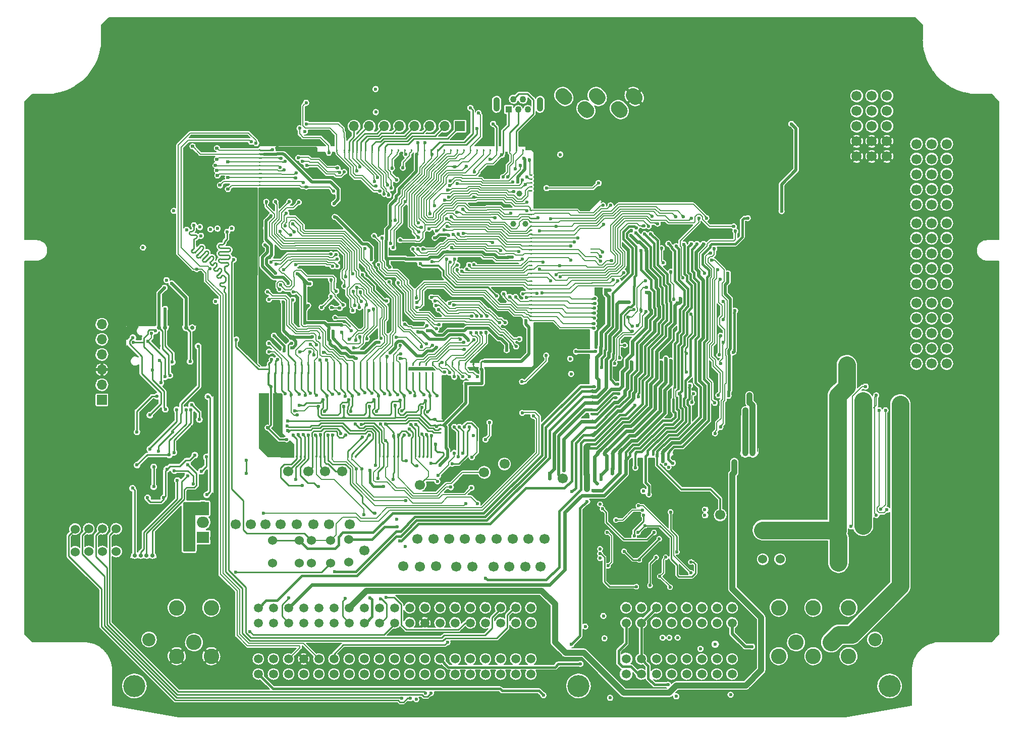
<source format=gbl>
G75*
G70*
%OFA0B0*%
%FSLAX25Y25*%
%IPPOS*%
%LPD*%
%AMOC8*
5,1,8,0,0,1.08239X$1,22.5*
%
%AMM108*
21,1,0.039370,0.007870,0.000000,0.000000,135.000000*
1,1,0.007870,0.013920,-0.013920*
1,1,0.007870,-0.013920,0.013920*
%
%AMM67*
21,1,0.009840,0.009840,0.000000,0.000000,90.000000*
21,1,0.000000,0.019680,0.000000,0.000000,90.000000*
1,1,0.009840,0.004920,0.000000*
1,1,0.009840,0.004920,0.000000*
1,1,0.009840,-0.004920,0.000000*
1,1,0.009840,-0.004920,0.000000*
%
%AMM68*
21,1,0.009840,0.009840,0.000000,0.000000,0.000000*
21,1,0.000000,0.019680,0.000000,0.000000,0.000000*
1,1,0.009840,0.000000,-0.004920*
1,1,0.009840,0.000000,-0.004920*
1,1,0.009840,0.000000,0.004920*
1,1,0.009840,0.000000,0.004920*
%
%AMM69*
21,1,0.007870,1.133860,0.000000,0.000000,180.000000*
21,1,0.000000,1.141730,0.000000,0.000000,180.000000*
1,1,0.007870,0.000000,0.566930*
1,1,0.007870,0.000000,0.566930*
1,1,0.007870,0.000000,-0.566930*
1,1,0.007870,0.000000,-0.566930*
%
%ADD10C,0.00787*%
%ADD102C,0.00800*%
%ADD106R,0.38386X0.00984*%
%ADD107R,0.19882X0.00984*%
%ADD108O,1.00787X0.00787*%
%ADD109O,0.00787X1.60630*%
%ADD11C,0.02756*%
%ADD110O,0.44882X0.04331*%
%ADD111O,0.01575X0.02362*%
%ADD112O,0.02362X0.03150*%
%ADD113O,0.02362X0.01575*%
%ADD114O,0.01575X0.00787*%
%ADD12C,0.11811*%
%ADD129C,0.01968*%
%ADD16R,0.12205X0.00984*%
%ADD17R,0.00984X1.54528*%
%ADD18R,0.08858X0.00984*%
%ADD19R,0.03740X0.00984*%
%ADD190C,0.03900*%
%ADD20C,0.14567*%
%ADD21C,0.08661*%
%ADD214M67*%
%ADD215M68*%
%ADD216M69*%
%ADD22C,0.10236*%
%ADD23C,0.05906*%
%ADD24C,0.06693*%
%ADD25C,0.02362*%
%ADD26R,0.00984X0.25394*%
%ADD262M108*%
%ADD27R,0.00984X0.25591*%
%ADD28R,0.00984X0.04921*%
%ADD29R,0.00984X0.53740*%
%ADD30R,0.71654X0.00984*%
%ADD31R,0.00984X0.01378*%
%ADD327R,0.07874X0.07500*%
%ADD328O,0.07874X0.07500*%
%ADD50O,0.03937X0.05906*%
%ADD51O,0.03150X0.02362*%
%ADD52C,0.06000*%
%ADD55C,0.07874*%
%ADD61R,0.06693X0.06693*%
%ADD62O,0.06693X0.06693*%
%ADD74R,0.04331X0.04331*%
%ADD75C,0.04331*%
%ADD76O,0.04331X0.09449*%
%ADD84C,0.03150*%
%ADD85C,0.01000*%
%ADD86C,0.01575*%
%ADD87C,0.01969*%
%ADD88C,0.01181*%
%ADD90C,0.03937*%
%ADD94C,0.00984*%
X0000000Y0000000D02*
%LPD*%
G01*
D11*
X0073602Y0107894D03*
X0077539Y0107894D03*
X0081476Y0107894D03*
X0085413Y0107894D03*
D106*
X0107165Y0106417D03*
D107*
X0077244Y0259961D03*
D18*
X0100669Y0259961D03*
D17*
X0067795Y0183189D03*
D19*
X0069173Y0106417D03*
D16*
X0120256Y0259961D03*
D17*
X0125866Y0183189D03*
D11*
X0111594Y0258484D03*
X0107657Y0258484D03*
X0093681Y0258484D03*
X0089744Y0258484D03*
D20*
X0572236Y0021622D03*
X0073417Y0021622D03*
X0366724Y0021622D03*
D21*
X0562591Y0052331D03*
X0083063Y0052331D03*
D22*
X0101370Y0041307D03*
X0124205Y0041307D03*
X0112787Y0050480D03*
X0101370Y0073315D03*
X0124205Y0073315D03*
D23*
X0335307Y0073315D03*
X0325307Y0073315D03*
X0315307Y0073315D03*
X0305307Y0073315D03*
X0295307Y0073315D03*
X0285307Y0073315D03*
X0275307Y0073315D03*
X0265307Y0073315D03*
X0255307Y0073315D03*
X0245307Y0073315D03*
X0235307Y0073315D03*
X0225307Y0073315D03*
X0215307Y0073315D03*
X0205307Y0073315D03*
X0195307Y0073315D03*
X0185307Y0073315D03*
X0175307Y0073315D03*
X0165307Y0073315D03*
X0155307Y0073315D03*
X0335307Y0063315D03*
X0325307Y0063315D03*
X0315307Y0063315D03*
X0305307Y0063315D03*
X0295307Y0063315D03*
X0285307Y0063315D03*
X0275307Y0063315D03*
X0265307Y0063315D03*
X0255307Y0063315D03*
X0245307Y0063315D03*
X0235307Y0063315D03*
X0225307Y0063315D03*
X0215307Y0063315D03*
X0205307Y0063315D03*
X0195307Y0063315D03*
X0185307Y0063315D03*
X0175307Y0063315D03*
X0165307Y0063315D03*
X0155307Y0063315D03*
X0335307Y0039496D03*
X0325307Y0039496D03*
X0315307Y0039496D03*
X0305307Y0039496D03*
X0295307Y0039496D03*
X0285307Y0039496D03*
X0275307Y0039496D03*
X0265307Y0039496D03*
X0255307Y0039496D03*
X0245307Y0039496D03*
X0235307Y0039496D03*
X0225307Y0039496D03*
X0215307Y0039496D03*
X0205307Y0039496D03*
X0195307Y0039496D03*
X0185307Y0039496D03*
X0175307Y0039496D03*
X0165307Y0039496D03*
X0155307Y0039496D03*
X0335307Y0029496D03*
X0325307Y0029496D03*
X0315307Y0029496D03*
X0305307Y0029496D03*
X0295307Y0029496D03*
X0285307Y0029496D03*
X0275307Y0029496D03*
X0265307Y0029496D03*
X0255307Y0029496D03*
X0245307Y0029496D03*
X0235307Y0029496D03*
X0225307Y0029496D03*
X0215307Y0029496D03*
X0205307Y0029496D03*
X0195307Y0029496D03*
X0185307Y0029496D03*
X0175307Y0029496D03*
X0165307Y0029496D03*
X0155307Y0029496D03*
X0398181Y0029496D03*
X0408181Y0029496D03*
X0418181Y0029496D03*
X0428181Y0029496D03*
X0438181Y0029496D03*
X0448181Y0029496D03*
X0458181Y0029496D03*
X0468181Y0029496D03*
X0398181Y0039496D03*
X0408181Y0039496D03*
X0418181Y0039496D03*
X0428181Y0039496D03*
X0438181Y0039496D03*
X0448181Y0039496D03*
X0458181Y0039496D03*
X0468181Y0039496D03*
X0398181Y0063315D03*
X0408181Y0063315D03*
X0418181Y0063315D03*
X0428181Y0063315D03*
X0438181Y0063315D03*
X0448181Y0063315D03*
X0458181Y0063315D03*
X0468181Y0063315D03*
X0398181Y0073315D03*
X0408181Y0073315D03*
X0418181Y0073315D03*
X0428181Y0073315D03*
X0438181Y0073315D03*
X0448181Y0073315D03*
X0458181Y0073315D03*
X0468181Y0073315D03*
D22*
X0499008Y0041307D03*
X0521843Y0041307D03*
X0545071Y0041307D03*
X0510425Y0050480D03*
X0533654Y0050480D03*
X0499008Y0073315D03*
X0521843Y0073315D03*
X0545071Y0073315D03*
G36*
G01*
X0335982Y0358942D02*
X0334998Y0358942D01*
G75*
G02*
X0334506Y0359435I0000000J0000492D01*
G01*
X0334506Y0359435D01*
G75*
G02*
X0334998Y0359927I0000492J0000000D01*
G01*
X0335982Y0359927D01*
G75*
G02*
X0336474Y0359435I0000000J-000492D01*
G01*
X0336474Y0359435D01*
G75*
G02*
X0335982Y0358942I-000492J0000000D01*
G01*
G37*
G36*
G01*
X0334998Y0357328D02*
X0335982Y0357328D01*
G75*
G02*
X0336474Y0356836I0000000J-000492D01*
G01*
X0336474Y0356836D01*
G75*
G02*
X0335982Y0356344I-000492J0000000D01*
G01*
X0334998Y0356344D01*
G75*
G02*
X0334506Y0356836I0000000J0000492D01*
G01*
X0334506Y0356836D01*
G75*
G02*
X0334998Y0357328I0000492J0000000D01*
G01*
G37*
G36*
G01*
X0334998Y0354730D02*
X0335982Y0354730D01*
G75*
G02*
X0336474Y0354238I0000000J-000492D01*
G01*
X0336474Y0354238D01*
G75*
G02*
X0335982Y0353746I-000492J0000000D01*
G01*
X0334998Y0353746D01*
G75*
G02*
X0334506Y0354238I0000000J0000492D01*
G01*
X0334506Y0354238D01*
G75*
G02*
X0334998Y0354730I0000492J0000000D01*
G01*
G37*
G36*
G01*
X0334998Y0352131D02*
X0335982Y0352131D01*
G75*
G02*
X0336474Y0351639I0000000J-000492D01*
G01*
X0336474Y0351639D01*
G75*
G02*
X0335982Y0351147I-000492J0000000D01*
G01*
X0334998Y0351147D01*
G75*
G02*
X0334506Y0351639I0000000J0000492D01*
G01*
X0334506Y0351639D01*
G75*
G02*
X0334998Y0352131I0000492J0000000D01*
G01*
G37*
G36*
G01*
X0334998Y0349533D02*
X0335982Y0349533D01*
G75*
G02*
X0336474Y0349041I0000000J-000492D01*
G01*
X0336474Y0349041D01*
G75*
G02*
X0335982Y0348549I-000492J0000000D01*
G01*
X0334998Y0348549D01*
G75*
G02*
X0334506Y0349041I0000000J0000492D01*
G01*
X0334506Y0349041D01*
G75*
G02*
X0334998Y0349533I0000492J0000000D01*
G01*
G37*
G36*
G01*
X0334998Y0336541D02*
X0335982Y0336541D01*
G75*
G02*
X0336474Y0336049I0000000J-000492D01*
G01*
X0336474Y0336049D01*
G75*
G02*
X0335982Y0335557I-000492J0000000D01*
G01*
X0334998Y0335557D01*
G75*
G02*
X0334506Y0336049I0000000J0000492D01*
G01*
X0334506Y0336049D01*
G75*
G02*
X0334998Y0336541I0000492J0000000D01*
G01*
G37*
G36*
G01*
X0334998Y0333942D02*
X0335982Y0333942D01*
G75*
G02*
X0336474Y0333450I0000000J-000492D01*
G01*
X0336474Y0333450D01*
G75*
G02*
X0335982Y0332958I-000492J0000000D01*
G01*
X0334998Y0332958D01*
G75*
G02*
X0334506Y0333450I0000000J0000492D01*
G01*
X0334506Y0333450D01*
G75*
G02*
X0334998Y0333942I0000492J0000000D01*
G01*
G37*
G36*
G01*
X0334998Y0331344D02*
X0335982Y0331344D01*
G75*
G02*
X0336474Y0330852I0000000J-000492D01*
G01*
X0336474Y0330852D01*
G75*
G02*
X0335982Y0330360I-000492J0000000D01*
G01*
X0334998Y0330360D01*
G75*
G02*
X0334506Y0330852I0000000J0000492D01*
G01*
X0334506Y0330852D01*
G75*
G02*
X0334998Y0331344I0000492J0000000D01*
G01*
G37*
G36*
G01*
X0334998Y0328746D02*
X0335982Y0328746D01*
G75*
G02*
X0336474Y0328253I0000000J-000492D01*
G01*
X0336474Y0328253D01*
G75*
G02*
X0335982Y0327761I-000492J0000000D01*
G01*
X0334998Y0327761D01*
G75*
G02*
X0334506Y0328253I0000000J0000492D01*
G01*
X0334506Y0328253D01*
G75*
G02*
X0334998Y0328746I0000492J0000000D01*
G01*
G37*
G36*
G01*
X0334998Y0326147D02*
X0335982Y0326147D01*
G75*
G02*
X0336474Y0325655I0000000J-000492D01*
G01*
X0336474Y0325655D01*
G75*
G02*
X0335982Y0325163I-000492J0000000D01*
G01*
X0334998Y0325163D01*
G75*
G02*
X0334506Y0325655I0000000J0000492D01*
G01*
X0334506Y0325655D01*
G75*
G02*
X0334998Y0326147I0000492J0000000D01*
G01*
G37*
G36*
G01*
X0334998Y0323549D02*
X0335982Y0323549D01*
G75*
G02*
X0336474Y0323057I0000000J-000492D01*
G01*
X0336474Y0323057D01*
G75*
G02*
X0335982Y0322564I-000492J0000000D01*
G01*
X0334998Y0322564D01*
G75*
G02*
X0334506Y0323057I0000000J0000492D01*
G01*
X0334506Y0323057D01*
G75*
G02*
X0334998Y0323549I0000492J0000000D01*
G01*
G37*
G36*
G01*
X0334998Y0320950D02*
X0335982Y0320950D01*
G75*
G02*
X0336474Y0320458I0000000J-000492D01*
G01*
X0336474Y0320458D01*
G75*
G02*
X0335982Y0319966I-000492J0000000D01*
G01*
X0334998Y0319966D01*
G75*
G02*
X0334506Y0320458I0000000J0000492D01*
G01*
X0334506Y0320458D01*
G75*
G02*
X0334998Y0320950I0000492J0000000D01*
G01*
G37*
G36*
G01*
X0334998Y0318352D02*
X0335982Y0318352D01*
G75*
G02*
X0336474Y0317860I0000000J-000492D01*
G01*
X0336474Y0317860D01*
G75*
G02*
X0335982Y0317368I-000492J0000000D01*
G01*
X0334998Y0317368D01*
G75*
G02*
X0334506Y0317860I0000000J0000492D01*
G01*
X0334506Y0317860D01*
G75*
G02*
X0334998Y0318352I0000492J0000000D01*
G01*
G37*
G36*
G01*
X0334998Y0315753D02*
X0335982Y0315753D01*
G75*
G02*
X0336474Y0315261I0000000J-000492D01*
G01*
X0336474Y0315261D01*
G75*
G02*
X0335982Y0314769I-000492J0000000D01*
G01*
X0334998Y0314769D01*
G75*
G02*
X0334506Y0315261I0000000J0000492D01*
G01*
X0334506Y0315261D01*
G75*
G02*
X0334998Y0315753I0000492J0000000D01*
G01*
G37*
G36*
G01*
X0334998Y0313155D02*
X0335982Y0313155D01*
G75*
G02*
X0336474Y0312663I0000000J-000492D01*
G01*
X0336474Y0312663D01*
G75*
G02*
X0335982Y0312171I-000492J0000000D01*
G01*
X0334998Y0312171D01*
G75*
G02*
X0334506Y0312663I0000000J0000492D01*
G01*
X0334506Y0312663D01*
G75*
G02*
X0334998Y0313155I0000492J0000000D01*
G01*
G37*
G36*
G01*
X0334998Y0310557D02*
X0335982Y0310557D01*
G75*
G02*
X0336474Y0310064I0000000J-000492D01*
G01*
X0336474Y0310064D01*
G75*
G02*
X0335982Y0309572I-000492J0000000D01*
G01*
X0334998Y0309572D01*
G75*
G02*
X0334506Y0310064I0000000J0000492D01*
G01*
X0334506Y0310064D01*
G75*
G02*
X0334998Y0310557I0000492J0000000D01*
G01*
G37*
G36*
G01*
X0334998Y0307958D02*
X0335982Y0307958D01*
G75*
G02*
X0336474Y0307466I0000000J-000492D01*
G01*
X0336474Y0307466D01*
G75*
G02*
X0335982Y0306974I-000492J0000000D01*
G01*
X0334998Y0306974D01*
G75*
G02*
X0334506Y0307466I0000000J0000492D01*
G01*
X0334506Y0307466D01*
G75*
G02*
X0334998Y0307958I0000492J0000000D01*
G01*
G37*
G36*
G01*
X0334998Y0305360D02*
X0335982Y0305360D01*
G75*
G02*
X0336474Y0304868I0000000J-000492D01*
G01*
X0336474Y0304868D01*
G75*
G02*
X0335982Y0304375I-000492J0000000D01*
G01*
X0334998Y0304375D01*
G75*
G02*
X0334506Y0304868I0000000J0000492D01*
G01*
X0334506Y0304868D01*
G75*
G02*
X0334998Y0305360I0000492J0000000D01*
G01*
G37*
G36*
G01*
X0334998Y0302761D02*
X0335982Y0302761D01*
G75*
G02*
X0336474Y0302269I0000000J-000492D01*
G01*
X0336474Y0302269D01*
G75*
G02*
X0335982Y0301777I-000492J0000000D01*
G01*
X0334998Y0301777D01*
G75*
G02*
X0334506Y0302269I0000000J0000492D01*
G01*
X0334506Y0302269D01*
G75*
G02*
X0334998Y0302761I0000492J0000000D01*
G01*
G37*
G36*
G01*
X0334998Y0300163D02*
X0335982Y0300163D01*
G75*
G02*
X0336474Y0299671I0000000J-000492D01*
G01*
X0336474Y0299671D01*
G75*
G02*
X0335982Y0299179I-000492J0000000D01*
G01*
X0334998Y0299179D01*
G75*
G02*
X0334506Y0299671I0000000J0000492D01*
G01*
X0334506Y0299671D01*
G75*
G02*
X0334998Y0300163I0000492J0000000D01*
G01*
G37*
G36*
G01*
X0334998Y0297564D02*
X0335982Y0297564D01*
G75*
G02*
X0336474Y0297072I0000000J-000492D01*
G01*
X0336474Y0297072D01*
G75*
G02*
X0335982Y0296580I-000492J0000000D01*
G01*
X0334998Y0296580D01*
G75*
G02*
X0334506Y0297072I0000000J0000492D01*
G01*
X0334506Y0297072D01*
G75*
G02*
X0334998Y0297564I0000492J0000000D01*
G01*
G37*
G36*
G01*
X0334998Y0294966D02*
X0335982Y0294966D01*
G75*
G02*
X0336474Y0294474I0000000J-000492D01*
G01*
X0336474Y0294474D01*
G75*
G02*
X0335982Y0293982I-000492J0000000D01*
G01*
X0334998Y0293982D01*
G75*
G02*
X0334506Y0294474I0000000J0000492D01*
G01*
X0334506Y0294474D01*
G75*
G02*
X0334998Y0294966I0000492J0000000D01*
G01*
G37*
G36*
G01*
X0334998Y0292368D02*
X0335982Y0292368D01*
G75*
G02*
X0336474Y0291875I0000000J-000492D01*
G01*
X0336474Y0291875D01*
G75*
G02*
X0335982Y0291383I-000492J0000000D01*
G01*
X0334998Y0291383D01*
G75*
G02*
X0334506Y0291875I0000000J0000492D01*
G01*
X0334506Y0291875D01*
G75*
G02*
X0334998Y0292368I0000492J0000000D01*
G01*
G37*
G36*
G01*
X0334998Y0289769D02*
X0335982Y0289769D01*
G75*
G02*
X0336474Y0289277I0000000J-000492D01*
G01*
X0336474Y0289277D01*
G75*
G02*
X0335982Y0288785I-000492J0000000D01*
G01*
X0334998Y0288785D01*
G75*
G02*
X0334506Y0289277I0000000J0000492D01*
G01*
X0334506Y0289277D01*
G75*
G02*
X0334998Y0289769I0000492J0000000D01*
G01*
G37*
G36*
G01*
X0334998Y0287171D02*
X0335982Y0287171D01*
G75*
G02*
X0336474Y0286679I0000000J-000492D01*
G01*
X0336474Y0286679D01*
G75*
G02*
X0335982Y0286187I-000492J0000000D01*
G01*
X0334998Y0286187D01*
G75*
G02*
X0334506Y0286679I0000000J0000492D01*
G01*
X0334506Y0286679D01*
G75*
G02*
X0334998Y0287171I0000492J0000000D01*
G01*
G37*
G36*
G01*
X0334998Y0284572D02*
X0335982Y0284572D01*
G75*
G02*
X0336474Y0284080I0000000J-000492D01*
G01*
X0336474Y0284080D01*
G75*
G02*
X0335982Y0283588I-000492J0000000D01*
G01*
X0334998Y0283588D01*
G75*
G02*
X0334506Y0284080I0000000J0000492D01*
G01*
X0334506Y0284080D01*
G75*
G02*
X0334998Y0284572I0000492J0000000D01*
G01*
G37*
G36*
G01*
X0334998Y0281974D02*
X0335982Y0281974D01*
G75*
G02*
X0336474Y0281482I0000000J-000492D01*
G01*
X0336474Y0281482D01*
G75*
G02*
X0335982Y0280990I-000492J0000000D01*
G01*
X0334998Y0280990D01*
G75*
G02*
X0334506Y0281482I0000000J0000492D01*
G01*
X0334506Y0281482D01*
G75*
G02*
X0334998Y0281974I0000492J0000000D01*
G01*
G37*
G36*
G01*
X0334998Y0279375D02*
X0335982Y0279375D01*
G75*
G02*
X0336474Y0278883I0000000J-000492D01*
G01*
X0336474Y0278883D01*
G75*
G02*
X0335982Y0278391I-000492J0000000D01*
G01*
X0334998Y0278391D01*
G75*
G02*
X0334506Y0278883I0000000J0000492D01*
G01*
X0334506Y0278883D01*
G75*
G02*
X0334998Y0279375I0000492J0000000D01*
G01*
G37*
G36*
G01*
X0334998Y0276777D02*
X0335982Y0276777D01*
G75*
G02*
X0336474Y0276285I0000000J-000492D01*
G01*
X0336474Y0276285D01*
G75*
G02*
X0335982Y0275793I-000492J0000000D01*
G01*
X0334998Y0275793D01*
G75*
G02*
X0334506Y0276285I0000000J0000492D01*
G01*
X0334506Y0276285D01*
G75*
G02*
X0334998Y0276777I0000492J0000000D01*
G01*
G37*
G36*
G01*
X0334998Y0274179D02*
X0335982Y0274179D01*
G75*
G02*
X0336474Y0273687I0000000J-000492D01*
G01*
X0336474Y0273687D01*
G75*
G02*
X0335982Y0273194I-000492J0000000D01*
G01*
X0334998Y0273194D01*
G75*
G02*
X0334506Y0273687I0000000J0000492D01*
G01*
X0334506Y0273687D01*
G75*
G02*
X0334998Y0274179I0000492J0000000D01*
G01*
G37*
G36*
G01*
X0334998Y0271580D02*
X0335982Y0271580D01*
G75*
G02*
X0336474Y0271088I0000000J-000492D01*
G01*
X0336474Y0271088D01*
G75*
G02*
X0335982Y0270596I-000492J0000000D01*
G01*
X0334998Y0270596D01*
G75*
G02*
X0334506Y0271088I0000000J0000492D01*
G01*
X0334506Y0271088D01*
G75*
G02*
X0334998Y0271580I0000492J0000000D01*
G01*
G37*
G36*
G01*
X0334998Y0268982D02*
X0335982Y0268982D01*
G75*
G02*
X0336474Y0268490I0000000J-000492D01*
G01*
X0336474Y0268490D01*
G75*
G02*
X0335982Y0267998I-000492J0000000D01*
G01*
X0334998Y0267998D01*
G75*
G02*
X0334506Y0268490I0000000J0000492D01*
G01*
X0334506Y0268490D01*
G75*
G02*
X0334998Y0268982I0000492J0000000D01*
G01*
G37*
G36*
G01*
X0334998Y0266383D02*
X0335982Y0266383D01*
G75*
G02*
X0336474Y0265891I0000000J-000492D01*
G01*
X0336474Y0265891D01*
G75*
G02*
X0335982Y0265399I-000492J0000000D01*
G01*
X0334998Y0265399D01*
G75*
G02*
X0334506Y0265891I0000000J0000492D01*
G01*
X0334506Y0265891D01*
G75*
G02*
X0334998Y0266383I0000492J0000000D01*
G01*
G37*
G36*
G01*
X0334998Y0263785D02*
X0335982Y0263785D01*
G75*
G02*
X0336474Y0263293I0000000J-000492D01*
G01*
X0336474Y0263293D01*
G75*
G02*
X0335982Y0262801I-000492J0000000D01*
G01*
X0334998Y0262801D01*
G75*
G02*
X0334506Y0263293I0000000J0000492D01*
G01*
X0334506Y0263293D01*
G75*
G02*
X0334998Y0263785I0000492J0000000D01*
G01*
G37*
G36*
G01*
X0202333Y0376175D02*
X0202333Y0375190D01*
G75*
G02*
X0201841Y0374698I-000492J0000000D01*
G01*
X0201841Y0374698D01*
G75*
G02*
X0201348Y0375190I0000000J0000492D01*
G01*
X0201348Y0376175D01*
G75*
G02*
X0201841Y0376667I0000492J0000000D01*
G01*
X0201841Y0376667D01*
G75*
G02*
X0202333Y0376175I0000000J-000492D01*
G01*
G37*
G36*
G01*
X0206545Y0375190D02*
X0206545Y0376175D01*
G75*
G02*
X0207037Y0376667I0000492J0000000D01*
G01*
X0207037Y0376667D01*
G75*
G02*
X0207530Y0376175I0000000J-000492D01*
G01*
X0207530Y0375190D01*
G75*
G02*
X0207037Y0374698I-000492J0000000D01*
G01*
X0207037Y0374698D01*
G75*
G02*
X0206545Y0375190I0000000J0000492D01*
G01*
G37*
G36*
G01*
X0211742Y0375190D02*
X0211742Y0376175D01*
G75*
G02*
X0212234Y0376667I0000492J0000000D01*
G01*
X0212234Y0376667D01*
G75*
G02*
X0212726Y0376175I0000000J-000492D01*
G01*
X0212726Y0375190D01*
G75*
G02*
X0212234Y0374698I-000492J0000000D01*
G01*
X0212234Y0374698D01*
G75*
G02*
X0211742Y0375190I0000000J0000492D01*
G01*
G37*
G36*
G01*
X0214734Y0375190D02*
X0214734Y0376175D01*
G75*
G02*
X0215226Y0376667I0000492J0000000D01*
G01*
X0215226Y0376667D01*
G75*
G02*
X0215719Y0376175I0000000J-000492D01*
G01*
X0215719Y0375190D01*
G75*
G02*
X0215226Y0374698I-000492J0000000D01*
G01*
X0215226Y0374698D01*
G75*
G02*
X0214734Y0375190I0000000J0000492D01*
G01*
G37*
G36*
G01*
X0217352Y0375190D02*
X0217352Y0376175D01*
G75*
G02*
X0217845Y0376667I0000492J0000000D01*
G01*
X0217845Y0376667D01*
G75*
G02*
X0218337Y0376175I0000000J-000492D01*
G01*
X0218337Y0375190D01*
G75*
G02*
X0217845Y0374698I-000492J0000000D01*
G01*
X0217845Y0374698D01*
G75*
G02*
X0217352Y0375190I0000000J0000492D01*
G01*
G37*
G36*
G01*
X0219970Y0375190D02*
X0219970Y0376175D01*
G75*
G02*
X0220463Y0376667I0000492J0000000D01*
G01*
X0220463Y0376667D01*
G75*
G02*
X0220955Y0376175I0000000J-000492D01*
G01*
X0220955Y0375190D01*
G75*
G02*
X0220463Y0374698I-000492J0000000D01*
G01*
X0220463Y0374698D01*
G75*
G02*
X0219970Y0375190I0000000J0000492D01*
G01*
G37*
G36*
G01*
X0222589Y0375190D02*
X0222589Y0376175D01*
G75*
G02*
X0223081Y0376667I0000492J0000000D01*
G01*
X0223081Y0376667D01*
G75*
G02*
X0223573Y0376175I0000000J-000492D01*
G01*
X0223573Y0375190D01*
G75*
G02*
X0223081Y0374698I-000492J0000000D01*
G01*
X0223081Y0374698D01*
G75*
G02*
X0222589Y0375190I0000000J0000492D01*
G01*
G37*
G36*
G01*
X0225640Y0375190D02*
X0225640Y0376175D01*
G75*
G02*
X0226132Y0376667I0000492J0000000D01*
G01*
X0226132Y0376667D01*
G75*
G02*
X0226624Y0376175I0000000J-000492D01*
G01*
X0226624Y0375190D01*
G75*
G02*
X0226132Y0374698I-000492J0000000D01*
G01*
X0226132Y0374698D01*
G75*
G02*
X0225640Y0375190I0000000J0000492D01*
G01*
G37*
G36*
G01*
X0229970Y0375190D02*
X0229970Y0376175D01*
G75*
G02*
X0230463Y0376667I0000492J0000000D01*
G01*
X0230463Y0376667D01*
G75*
G02*
X0230955Y0376175I0000000J-000492D01*
G01*
X0230955Y0375190D01*
G75*
G02*
X0230463Y0374698I-000492J0000000D01*
G01*
X0230463Y0374698D01*
G75*
G02*
X0229970Y0375190I0000000J0000492D01*
G01*
G37*
G36*
G01*
X0234301Y0375190D02*
X0234301Y0376175D01*
G75*
G02*
X0234793Y0376667I0000492J0000000D01*
G01*
X0234793Y0376667D01*
G75*
G02*
X0235285Y0376175I0000000J-000492D01*
G01*
X0235285Y0375190D01*
G75*
G02*
X0234793Y0374698I-000492J0000000D01*
G01*
X0234793Y0374698D01*
G75*
G02*
X0234301Y0375190I0000000J0000492D01*
G01*
G37*
G36*
G01*
X0238632Y0375190D02*
X0238632Y0376175D01*
G75*
G02*
X0239124Y0376667I0000492J0000000D01*
G01*
X0239124Y0376667D01*
G75*
G02*
X0239616Y0376175I0000000J-000492D01*
G01*
X0239616Y0375190D01*
G75*
G02*
X0239124Y0374698I-000492J0000000D01*
G01*
X0239124Y0374698D01*
G75*
G02*
X0238632Y0375190I0000000J0000492D01*
G01*
G37*
G36*
G01*
X0242963Y0375190D02*
X0242963Y0376175D01*
G75*
G02*
X0243455Y0376667I0000492J0000000D01*
G01*
X0243455Y0376667D01*
G75*
G02*
X0243947Y0376175I0000000J-000492D01*
G01*
X0243947Y0375190D01*
G75*
G02*
X0243455Y0374698I-000492J0000000D01*
G01*
X0243455Y0374698D01*
G75*
G02*
X0242963Y0375190I0000000J0000492D01*
G01*
G37*
G36*
G01*
X0247293Y0375190D02*
X0247293Y0376175D01*
G75*
G02*
X0247785Y0376667I0000492J0000000D01*
G01*
X0247785Y0376667D01*
G75*
G02*
X0248278Y0376175I0000000J-000492D01*
G01*
X0248278Y0375190D01*
G75*
G02*
X0247785Y0374698I-000492J0000000D01*
G01*
X0247785Y0374698D01*
G75*
G02*
X0247293Y0375190I0000000J0000492D01*
G01*
G37*
G36*
G01*
X0251624Y0375190D02*
X0251624Y0376175D01*
G75*
G02*
X0252116Y0376667I0000492J0000000D01*
G01*
X0252116Y0376667D01*
G75*
G02*
X0252608Y0376175I0000000J-000492D01*
G01*
X0252608Y0375190D01*
G75*
G02*
X0252116Y0374698I-000492J0000000D01*
G01*
X0252116Y0374698D01*
G75*
G02*
X0251624Y0375190I0000000J0000492D01*
G01*
G37*
G36*
G01*
X0255955Y0375190D02*
X0255955Y0376175D01*
G75*
G02*
X0256447Y0376667I0000492J0000000D01*
G01*
X0256447Y0376667D01*
G75*
G02*
X0256939Y0376175I0000000J-000492D01*
G01*
X0256939Y0375190D01*
G75*
G02*
X0256447Y0374698I-000492J0000000D01*
G01*
X0256447Y0374698D01*
G75*
G02*
X0255955Y0375190I0000000J0000492D01*
G01*
G37*
G36*
G01*
X0260285Y0375190D02*
X0260285Y0376175D01*
G75*
G02*
X0260777Y0376667I0000492J0000000D01*
G01*
X0260777Y0376667D01*
G75*
G02*
X0261270Y0376175I0000000J-000492D01*
G01*
X0261270Y0375190D01*
G75*
G02*
X0260777Y0374698I-000492J0000000D01*
G01*
X0260777Y0374698D01*
G75*
G02*
X0260285Y0375190I0000000J0000492D01*
G01*
G37*
G36*
G01*
X0264616Y0375190D02*
X0264616Y0376175D01*
G75*
G02*
X0265108Y0376667I0000492J0000000D01*
G01*
X0265108Y0376667D01*
G75*
G02*
X0265600Y0376175I0000000J-000492D01*
G01*
X0265600Y0375190D01*
G75*
G02*
X0265108Y0374698I-000492J0000000D01*
G01*
X0265108Y0374698D01*
G75*
G02*
X0264616Y0375190I0000000J0000492D01*
G01*
G37*
G36*
G01*
X0268947Y0375190D02*
X0268947Y0376175D01*
G75*
G02*
X0269439Y0376667I0000492J0000000D01*
G01*
X0269439Y0376667D01*
G75*
G02*
X0269931Y0376175I0000000J-000492D01*
G01*
X0269931Y0375190D01*
G75*
G02*
X0269439Y0374698I-000492J0000000D01*
G01*
X0269439Y0374698D01*
G75*
G02*
X0268947Y0375190I0000000J0000492D01*
G01*
G37*
G36*
G01*
X0273277Y0375190D02*
X0273277Y0376175D01*
G75*
G02*
X0273770Y0376667I0000492J0000000D01*
G01*
X0273770Y0376667D01*
G75*
G02*
X0274262Y0376175I0000000J-000492D01*
G01*
X0274262Y0375190D01*
G75*
G02*
X0273770Y0374698I-000492J0000000D01*
G01*
X0273770Y0374698D01*
G75*
G02*
X0273277Y0375190I0000000J0000492D01*
G01*
G37*
G36*
G01*
X0277608Y0375190D02*
X0277608Y0376175D01*
G75*
G02*
X0278100Y0376667I0000492J0000000D01*
G01*
X0278100Y0376667D01*
G75*
G02*
X0278592Y0376175I0000000J-000492D01*
G01*
X0278592Y0375190D01*
G75*
G02*
X0278100Y0374698I-000492J0000000D01*
G01*
X0278100Y0374698D01*
G75*
G02*
X0277608Y0375190I0000000J0000492D01*
G01*
G37*
G36*
G01*
X0281939Y0375190D02*
X0281939Y0376175D01*
G75*
G02*
X0282431Y0376667I0000492J0000000D01*
G01*
X0282431Y0376667D01*
G75*
G02*
X0282923Y0376175I0000000J-000492D01*
G01*
X0282923Y0375190D01*
G75*
G02*
X0282431Y0374698I-000492J0000000D01*
G01*
X0282431Y0374698D01*
G75*
G02*
X0281939Y0375190I0000000J0000492D01*
G01*
G37*
G36*
G01*
X0286270Y0375190D02*
X0286270Y0376175D01*
G75*
G02*
X0286762Y0376667I0000492J0000000D01*
G01*
X0286762Y0376667D01*
G75*
G02*
X0287254Y0376175I0000000J-000492D01*
G01*
X0287254Y0375190D01*
G75*
G02*
X0286762Y0374698I-000492J0000000D01*
G01*
X0286762Y0374698D01*
G75*
G02*
X0286270Y0375190I0000000J0000492D01*
G01*
G37*
G36*
G01*
X0290600Y0375190D02*
X0290600Y0376175D01*
G75*
G02*
X0291092Y0376667I0000492J0000000D01*
G01*
X0291092Y0376667D01*
G75*
G02*
X0291585Y0376175I0000000J-000492D01*
G01*
X0291585Y0375190D01*
G75*
G02*
X0291092Y0374698I-000492J0000000D01*
G01*
X0291092Y0374698D01*
G75*
G02*
X0290600Y0375190I0000000J0000492D01*
G01*
G37*
G36*
G01*
X0294931Y0375190D02*
X0294931Y0376175D01*
G75*
G02*
X0295423Y0376667I0000492J0000000D01*
G01*
X0295423Y0376667D01*
G75*
G02*
X0295915Y0376175I0000000J-000492D01*
G01*
X0295915Y0375190D01*
G75*
G02*
X0295423Y0374698I-000492J0000000D01*
G01*
X0295423Y0374698D01*
G75*
G02*
X0294931Y0375190I0000000J0000492D01*
G01*
G37*
G36*
G01*
X0299262Y0375190D02*
X0299262Y0376175D01*
G75*
G02*
X0299754Y0376667I0000492J0000000D01*
G01*
X0299754Y0376667D01*
G75*
G02*
X0300246Y0376175I0000000J-000492D01*
G01*
X0300246Y0375190D01*
G75*
G02*
X0299754Y0374698I-000492J0000000D01*
G01*
X0299754Y0374698D01*
G75*
G02*
X0299262Y0375190I0000000J0000492D01*
G01*
G37*
G36*
G01*
X0303592Y0375190D02*
X0303592Y0376175D01*
G75*
G02*
X0304084Y0376667I0000492J0000000D01*
G01*
X0304084Y0376667D01*
G75*
G02*
X0304577Y0376175I0000000J-000492D01*
G01*
X0304577Y0375190D01*
G75*
G02*
X0304084Y0374698I-000492J0000000D01*
G01*
X0304084Y0374698D01*
G75*
G02*
X0303592Y0375190I0000000J0000492D01*
G01*
G37*
G36*
G01*
X0307923Y0375190D02*
X0307923Y0376175D01*
G75*
G02*
X0308415Y0376667I0000492J0000000D01*
G01*
X0308415Y0376667D01*
G75*
G02*
X0308907Y0376175I0000000J-000492D01*
G01*
X0308907Y0375190D01*
G75*
G02*
X0308415Y0374698I-000492J0000000D01*
G01*
X0308415Y0374698D01*
G75*
G02*
X0307923Y0375190I0000000J0000492D01*
G01*
G37*
G36*
G01*
X0312254Y0375190D02*
X0312254Y0376175D01*
G75*
G02*
X0312746Y0376667I0000492J0000000D01*
G01*
X0312746Y0376667D01*
G75*
G02*
X0313238Y0376175I0000000J-000492D01*
G01*
X0313238Y0375190D01*
G75*
G02*
X0312746Y0374698I-000492J0000000D01*
G01*
X0312746Y0374698D01*
G75*
G02*
X0312254Y0375190I0000000J0000492D01*
G01*
G37*
G36*
G01*
X0316584Y0375190D02*
X0316584Y0376175D01*
G75*
G02*
X0317077Y0376667I0000492J0000000D01*
G01*
X0317077Y0376667D01*
G75*
G02*
X0317569Y0376175I0000000J-000492D01*
G01*
X0317569Y0375190D01*
G75*
G02*
X0317077Y0374698I-000492J0000000D01*
G01*
X0317077Y0374698D01*
G75*
G02*
X0316584Y0375190I0000000J0000492D01*
G01*
G37*
G36*
G01*
X0320915Y0375190D02*
X0320915Y0376175D01*
G75*
G02*
X0321407Y0376667I0000492J0000000D01*
G01*
X0321407Y0376667D01*
G75*
G02*
X0321899Y0376175I0000000J-000492D01*
G01*
X0321899Y0375190D01*
G75*
G02*
X0321407Y0374698I-000492J0000000D01*
G01*
X0321407Y0374698D01*
G75*
G02*
X0320915Y0375190I0000000J0000492D01*
G01*
G37*
G36*
G01*
X0325246Y0375190D02*
X0325246Y0376175D01*
G75*
G02*
X0325738Y0376667I0000492J0000000D01*
G01*
X0325738Y0376667D01*
G75*
G02*
X0326230Y0376175I0000000J-000492D01*
G01*
X0326230Y0375190D01*
G75*
G02*
X0325738Y0374698I-000492J0000000D01*
G01*
X0325738Y0374698D01*
G75*
G02*
X0325246Y0375190I0000000J0000492D01*
G01*
G37*
G36*
G01*
X0329577Y0375190D02*
X0329577Y0376175D01*
G75*
G02*
X0330069Y0376667I0000492J0000000D01*
G01*
X0330069Y0376667D01*
G75*
G02*
X0330561Y0376175I0000000J-000492D01*
G01*
X0330561Y0375190D01*
G75*
G02*
X0330069Y0374698I-000492J0000000D01*
G01*
X0330069Y0374698D01*
G75*
G02*
X0329577Y0375190I0000000J0000492D01*
G01*
G37*
G36*
G01*
X0302018Y0233738D02*
X0302018Y0234722D01*
G75*
G02*
X0302510Y0235214I0000492J0000000D01*
G01*
X0302510Y0235214D01*
G75*
G02*
X0303002Y0234722I0000000J-000492D01*
G01*
X0303002Y0233738D01*
G75*
G02*
X0302510Y0233246I-000492J0000000D01*
G01*
X0302510Y0233246D01*
G75*
G02*
X0302018Y0233738I0000000J0000492D01*
G01*
G37*
G36*
G01*
X0297805Y0234722D02*
X0297805Y0233738D01*
G75*
G02*
X0297313Y0233246I-000492J0000000D01*
G01*
X0297313Y0233246D01*
G75*
G02*
X0296821Y0233738I0000000J0000492D01*
G01*
X0296821Y0234722D01*
G75*
G02*
X0297313Y0235214I0000492J0000000D01*
G01*
X0297313Y0235214D01*
G75*
G02*
X0297805Y0234722I0000000J-000492D01*
G01*
G37*
G36*
G01*
X0292608Y0234722D02*
X0292608Y0233738D01*
G75*
G02*
X0292116Y0233246I-000492J0000000D01*
G01*
X0292116Y0233246D01*
G75*
G02*
X0291624Y0233738I0000000J0000492D01*
G01*
X0291624Y0234722D01*
G75*
G02*
X0292116Y0235214I0000492J0000000D01*
G01*
X0292116Y0235214D01*
G75*
G02*
X0292608Y0234722I0000000J-000492D01*
G01*
G37*
G36*
G01*
X0288278Y0234722D02*
X0288278Y0233738D01*
G75*
G02*
X0287785Y0233246I-000492J0000000D01*
G01*
X0287785Y0233246D01*
G75*
G02*
X0287293Y0233738I0000000J0000492D01*
G01*
X0287293Y0234722D01*
G75*
G02*
X0287785Y0235214I0000492J0000000D01*
G01*
X0287785Y0235214D01*
G75*
G02*
X0288278Y0234722I0000000J-000492D01*
G01*
G37*
G36*
G01*
X0283947Y0234722D02*
X0283947Y0233738D01*
G75*
G02*
X0283455Y0233246I-000492J0000000D01*
G01*
X0283455Y0233246D01*
G75*
G02*
X0282963Y0233738I0000000J0000492D01*
G01*
X0282963Y0234722D01*
G75*
G02*
X0283455Y0235214I0000492J0000000D01*
G01*
X0283455Y0235214D01*
G75*
G02*
X0283947Y0234722I0000000J-000492D01*
G01*
G37*
G36*
G01*
X0279616Y0234722D02*
X0279616Y0233738D01*
G75*
G02*
X0279124Y0233246I-000492J0000000D01*
G01*
X0279124Y0233246D01*
G75*
G02*
X0278632Y0233738I0000000J0000492D01*
G01*
X0278632Y0234722D01*
G75*
G02*
X0279124Y0235214I0000492J0000000D01*
G01*
X0279124Y0235214D01*
G75*
G02*
X0279616Y0234722I0000000J-000492D01*
G01*
G37*
G36*
G01*
X0275285Y0234722D02*
X0275285Y0233738D01*
G75*
G02*
X0274793Y0233246I-000492J0000000D01*
G01*
X0274793Y0233246D01*
G75*
G02*
X0274301Y0233738I0000000J0000492D01*
G01*
X0274301Y0234722D01*
G75*
G02*
X0274793Y0235214I0000492J0000000D01*
G01*
X0274793Y0235214D01*
G75*
G02*
X0275285Y0234722I0000000J-000492D01*
G01*
G37*
G36*
G01*
X0270955Y0234722D02*
X0270955Y0233738D01*
G75*
G02*
X0270463Y0233246I-000492J0000000D01*
G01*
X0270463Y0233246D01*
G75*
G02*
X0269970Y0233738I0000000J0000492D01*
G01*
X0269970Y0234722D01*
G75*
G02*
X0270463Y0235214I0000492J0000000D01*
G01*
X0270463Y0235214D01*
G75*
G02*
X0270955Y0234722I0000000J-000492D01*
G01*
G37*
G36*
G01*
X0266624Y0234722D02*
X0266624Y0233738D01*
G75*
G02*
X0266132Y0233246I-000492J0000000D01*
G01*
X0266132Y0233246D01*
G75*
G02*
X0265640Y0233738I0000000J0000492D01*
G01*
X0265640Y0234722D01*
G75*
G02*
X0266132Y0235214I0000492J0000000D01*
G01*
X0266132Y0235214D01*
G75*
G02*
X0266624Y0234722I0000000J-000492D01*
G01*
G37*
G36*
G01*
X0262293Y0234722D02*
X0262293Y0233738D01*
G75*
G02*
X0261801Y0233246I-000492J0000000D01*
G01*
X0261801Y0233246D01*
G75*
G02*
X0261309Y0233738I0000000J0000492D01*
G01*
X0261309Y0234722D01*
G75*
G02*
X0261801Y0235214I0000492J0000000D01*
G01*
X0261801Y0235214D01*
G75*
G02*
X0262293Y0234722I0000000J-000492D01*
G01*
G37*
G36*
G01*
X0257963Y0234722D02*
X0257963Y0233738D01*
G75*
G02*
X0257471Y0233246I-000492J0000000D01*
G01*
X0257471Y0233246D01*
G75*
G02*
X0256978Y0233738I0000000J0000492D01*
G01*
X0256978Y0234722D01*
G75*
G02*
X0257471Y0235214I0000492J0000000D01*
G01*
X0257471Y0235214D01*
G75*
G02*
X0257963Y0234722I0000000J-000492D01*
G01*
G37*
G36*
G01*
X0253632Y0234722D02*
X0253632Y0233738D01*
G75*
G02*
X0253140Y0233246I-000492J0000000D01*
G01*
X0253140Y0233246D01*
G75*
G02*
X0252648Y0233738I0000000J0000492D01*
G01*
X0252648Y0234722D01*
G75*
G02*
X0253140Y0235214I0000492J0000000D01*
G01*
X0253140Y0235214D01*
G75*
G02*
X0253632Y0234722I0000000J-000492D01*
G01*
G37*
G36*
G01*
X0249301Y0234722D02*
X0249301Y0233738D01*
G75*
G02*
X0248809Y0233246I-000492J0000000D01*
G01*
X0248809Y0233246D01*
G75*
G02*
X0248317Y0233738I0000000J0000492D01*
G01*
X0248317Y0234722D01*
G75*
G02*
X0248809Y0235214I0000492J0000000D01*
G01*
X0248809Y0235214D01*
G75*
G02*
X0249301Y0234722I0000000J-000492D01*
G01*
G37*
G36*
G01*
X0244971Y0234722D02*
X0244971Y0233738D01*
G75*
G02*
X0244478Y0233246I-000492J0000000D01*
G01*
X0244478Y0233246D01*
G75*
G02*
X0243986Y0233738I0000000J0000492D01*
G01*
X0243986Y0234722D01*
G75*
G02*
X0244478Y0235214I0000492J0000000D01*
G01*
X0244478Y0235214D01*
G75*
G02*
X0244971Y0234722I0000000J-000492D01*
G01*
G37*
G36*
G01*
X0240640Y0234722D02*
X0240640Y0233738D01*
G75*
G02*
X0240148Y0233246I-000492J0000000D01*
G01*
X0240148Y0233246D01*
G75*
G02*
X0239656Y0233738I0000000J0000492D01*
G01*
X0239656Y0234722D01*
G75*
G02*
X0240148Y0235214I0000492J0000000D01*
G01*
X0240148Y0235214D01*
G75*
G02*
X0240640Y0234722I0000000J-000492D01*
G01*
G37*
G36*
G01*
X0236309Y0234722D02*
X0236309Y0233738D01*
G75*
G02*
X0235817Y0233246I-000492J0000000D01*
G01*
X0235817Y0233246D01*
G75*
G02*
X0235325Y0233738I0000000J0000492D01*
G01*
X0235325Y0234722D01*
G75*
G02*
X0235817Y0235214I0000492J0000000D01*
G01*
X0235817Y0235214D01*
G75*
G02*
X0236309Y0234722I0000000J-000492D01*
G01*
G37*
G36*
G01*
X0231978Y0234722D02*
X0231978Y0233738D01*
G75*
G02*
X0231486Y0233246I-000492J0000000D01*
G01*
X0231486Y0233246D01*
G75*
G02*
X0230994Y0233738I0000000J0000492D01*
G01*
X0230994Y0234722D01*
G75*
G02*
X0231486Y0235214I0000492J0000000D01*
G01*
X0231486Y0235214D01*
G75*
G02*
X0231978Y0234722I0000000J-000492D01*
G01*
G37*
G36*
G01*
X0227648Y0234722D02*
X0227648Y0233738D01*
G75*
G02*
X0227156Y0233246I-000492J0000000D01*
G01*
X0227156Y0233246D01*
G75*
G02*
X0226664Y0233738I0000000J0000492D01*
G01*
X0226664Y0234722D01*
G75*
G02*
X0227156Y0235214I0000492J0000000D01*
G01*
X0227156Y0235214D01*
G75*
G02*
X0227648Y0234722I0000000J-000492D01*
G01*
G37*
G36*
G01*
X0223317Y0234722D02*
X0223317Y0233738D01*
G75*
G02*
X0222825Y0233246I-000492J0000000D01*
G01*
X0222825Y0233246D01*
G75*
G02*
X0222333Y0233738I0000000J0000492D01*
G01*
X0222333Y0234722D01*
G75*
G02*
X0222825Y0235214I0000492J0000000D01*
G01*
X0222825Y0235214D01*
G75*
G02*
X0223317Y0234722I0000000J-000492D01*
G01*
G37*
G36*
G01*
X0218986Y0234722D02*
X0218986Y0233738D01*
G75*
G02*
X0218494Y0233246I-000492J0000000D01*
G01*
X0218494Y0233246D01*
G75*
G02*
X0218002Y0233738I0000000J0000492D01*
G01*
X0218002Y0234722D01*
G75*
G02*
X0218494Y0235214I0000492J0000000D01*
G01*
X0218494Y0235214D01*
G75*
G02*
X0218986Y0234722I0000000J-000492D01*
G01*
G37*
G36*
G01*
X0214656Y0234722D02*
X0214656Y0233738D01*
G75*
G02*
X0214164Y0233246I-000492J0000000D01*
G01*
X0214164Y0233246D01*
G75*
G02*
X0213671Y0233738I0000000J0000492D01*
G01*
X0213671Y0234722D01*
G75*
G02*
X0214164Y0235214I0000492J0000000D01*
G01*
X0214164Y0235214D01*
G75*
G02*
X0214656Y0234722I0000000J-000492D01*
G01*
G37*
G36*
G01*
X0210325Y0234722D02*
X0210325Y0233738D01*
G75*
G02*
X0209833Y0233246I-000492J0000000D01*
G01*
X0209833Y0233246D01*
G75*
G02*
X0209341Y0233738I0000000J0000492D01*
G01*
X0209341Y0234722D01*
G75*
G02*
X0209833Y0235214I0000492J0000000D01*
G01*
X0209833Y0235214D01*
G75*
G02*
X0210325Y0234722I0000000J-000492D01*
G01*
G37*
G36*
G01*
X0205994Y0234722D02*
X0205994Y0233738D01*
G75*
G02*
X0205502Y0233246I-000492J0000000D01*
G01*
X0205502Y0233246D01*
G75*
G02*
X0205010Y0233738I0000000J0000492D01*
G01*
X0205010Y0234722D01*
G75*
G02*
X0205502Y0235214I0000492J0000000D01*
G01*
X0205502Y0235214D01*
G75*
G02*
X0205994Y0234722I0000000J-000492D01*
G01*
G37*
G36*
G01*
X0201664Y0234722D02*
X0201664Y0233738D01*
G75*
G02*
X0201171Y0233246I-000492J0000000D01*
G01*
X0201171Y0233246D01*
G75*
G02*
X0200679Y0233738I0000000J0000492D01*
G01*
X0200679Y0234722D01*
G75*
G02*
X0201171Y0235214I0000492J0000000D01*
G01*
X0201171Y0235214D01*
G75*
G02*
X0201664Y0234722I0000000J-000492D01*
G01*
G37*
G36*
G01*
X0197333Y0234722D02*
X0197333Y0233738D01*
G75*
G02*
X0196841Y0233246I-000492J0000000D01*
G01*
X0196841Y0233246D01*
G75*
G02*
X0196349Y0233738I0000000J0000492D01*
G01*
X0196349Y0234722D01*
G75*
G02*
X0196841Y0235214I0000492J0000000D01*
G01*
X0196841Y0235214D01*
G75*
G02*
X0197333Y0234722I0000000J-000492D01*
G01*
G37*
G36*
G01*
X0193002Y0234722D02*
X0193002Y0233738D01*
G75*
G02*
X0192510Y0233246I-000492J0000000D01*
G01*
X0192510Y0233246D01*
G75*
G02*
X0192018Y0233738I0000000J0000492D01*
G01*
X0192018Y0234722D01*
G75*
G02*
X0192510Y0235214I0000492J0000000D01*
G01*
X0192510Y0235214D01*
G75*
G02*
X0193002Y0234722I0000000J-000492D01*
G01*
G37*
G36*
G01*
X0188671Y0234722D02*
X0188671Y0233738D01*
G75*
G02*
X0188179Y0233246I-000492J0000000D01*
G01*
X0188179Y0233246D01*
G75*
G02*
X0187687Y0233738I0000000J0000492D01*
G01*
X0187687Y0234722D01*
G75*
G02*
X0188179Y0235214I0000492J0000000D01*
G01*
X0188179Y0235214D01*
G75*
G02*
X0188671Y0234722I0000000J-000492D01*
G01*
G37*
G36*
G01*
X0184341Y0234722D02*
X0184341Y0233738D01*
G75*
G02*
X0183849Y0233246I-000492J0000000D01*
G01*
X0183849Y0233246D01*
G75*
G02*
X0183357Y0233738I0000000J0000492D01*
G01*
X0183357Y0234722D01*
G75*
G02*
X0183849Y0235214I0000492J0000000D01*
G01*
X0183849Y0235214D01*
G75*
G02*
X0184341Y0234722I0000000J-000492D01*
G01*
G37*
G36*
G01*
X0180010Y0234722D02*
X0180010Y0233738D01*
G75*
G02*
X0179518Y0233246I-000492J0000000D01*
G01*
X0179518Y0233246D01*
G75*
G02*
X0179026Y0233738I0000000J0000492D01*
G01*
X0179026Y0234722D01*
G75*
G02*
X0179518Y0235214I0000492J0000000D01*
G01*
X0179518Y0235214D01*
G75*
G02*
X0180010Y0234722I0000000J-000492D01*
G01*
G37*
G36*
G01*
X0175679Y0234722D02*
X0175679Y0233738D01*
G75*
G02*
X0175187Y0233246I-000492J0000000D01*
G01*
X0175187Y0233246D01*
G75*
G02*
X0174695Y0233738I0000000J0000492D01*
G01*
X0174695Y0234722D01*
G75*
G02*
X0175187Y0235214I0000492J0000000D01*
G01*
X0175187Y0235214D01*
G75*
G02*
X0175679Y0234722I0000000J-000492D01*
G01*
G37*
G36*
G01*
X0171349Y0234722D02*
X0171349Y0233738D01*
G75*
G02*
X0170857Y0233246I-000492J0000000D01*
G01*
X0170857Y0233246D01*
G75*
G02*
X0170364Y0233738I0000000J0000492D01*
G01*
X0170364Y0234722D01*
G75*
G02*
X0170857Y0235214I0000492J0000000D01*
G01*
X0170857Y0235214D01*
G75*
G02*
X0171349Y0234722I0000000J-000492D01*
G01*
G37*
G36*
G01*
X0167018Y0234722D02*
X0167018Y0233738D01*
G75*
G02*
X0166526Y0233246I-000492J0000000D01*
G01*
X0166526Y0233246D01*
G75*
G02*
X0166034Y0233738I0000000J0000492D01*
G01*
X0166034Y0234722D01*
G75*
G02*
X0166526Y0235214I0000492J0000000D01*
G01*
X0166526Y0235214D01*
G75*
G02*
X0167018Y0234722I0000000J-000492D01*
G01*
G37*
G36*
G01*
X0162687Y0234722D02*
X0162687Y0233738D01*
G75*
G02*
X0162195Y0233246I-000492J0000000D01*
G01*
X0162195Y0233246D01*
G75*
G02*
X0161703Y0233738I0000000J0000492D01*
G01*
X0161703Y0234722D01*
G75*
G02*
X0162195Y0235214I0000492J0000000D01*
G01*
X0162195Y0235214D01*
G75*
G02*
X0162687Y0234722I0000000J-000492D01*
G01*
G37*
G36*
G01*
X0156742Y0352072D02*
X0155758Y0352072D01*
G75*
G02*
X0155266Y0352564I0000000J0000492D01*
G01*
X0155266Y0352564D01*
G75*
G02*
X0155758Y0353057I0000492J0000000D01*
G01*
X0156742Y0353057D01*
G75*
G02*
X0157234Y0352564I0000000J-000492D01*
G01*
X0157234Y0352564D01*
G75*
G02*
X0156742Y0352072I-000492J0000000D01*
G01*
G37*
G36*
G01*
X0156742Y0354671D02*
X0155758Y0354671D01*
G75*
G02*
X0155266Y0355163I0000000J0000492D01*
G01*
X0155266Y0355163D01*
G75*
G02*
X0155758Y0355655I0000492J0000000D01*
G01*
X0156742Y0355655D01*
G75*
G02*
X0157234Y0355163I0000000J-000492D01*
G01*
X0157234Y0355163D01*
G75*
G02*
X0156742Y0354671I-000492J0000000D01*
G01*
G37*
G36*
G01*
X0156742Y0357269D02*
X0155758Y0357269D01*
G75*
G02*
X0155266Y0357761I0000000J0000492D01*
G01*
X0155266Y0357761D01*
G75*
G02*
X0155758Y0358253I0000492J0000000D01*
G01*
X0156742Y0358253D01*
G75*
G02*
X0157234Y0357761I0000000J-000492D01*
G01*
X0157234Y0357761D01*
G75*
G02*
X0156742Y0357269I-000492J0000000D01*
G01*
G37*
G36*
G01*
X0156742Y0359868D02*
X0155758Y0359868D01*
G75*
G02*
X0155266Y0360360I0000000J0000492D01*
G01*
X0155266Y0360360D01*
G75*
G02*
X0155758Y0360852I0000492J0000000D01*
G01*
X0156742Y0360852D01*
G75*
G02*
X0157234Y0360360I0000000J-000492D01*
G01*
X0157234Y0360360D01*
G75*
G02*
X0156742Y0359868I-000492J0000000D01*
G01*
G37*
G36*
G01*
X0156742Y0362466D02*
X0155758Y0362466D01*
G75*
G02*
X0155266Y0362958I0000000J0000492D01*
G01*
X0155266Y0362958D01*
G75*
G02*
X0155758Y0363450I0000492J0000000D01*
G01*
X0156742Y0363450D01*
G75*
G02*
X0157234Y0362958I0000000J-000492D01*
G01*
X0157234Y0362958D01*
G75*
G02*
X0156742Y0362466I-000492J0000000D01*
G01*
G37*
G36*
G01*
X0156742Y0365064D02*
X0155758Y0365064D01*
G75*
G02*
X0155266Y0365557I0000000J0000492D01*
G01*
X0155266Y0365557D01*
G75*
G02*
X0155758Y0366049I0000492J0000000D01*
G01*
X0156742Y0366049D01*
G75*
G02*
X0157234Y0365557I0000000J-000492D01*
G01*
X0157234Y0365557D01*
G75*
G02*
X0156742Y0365064I-000492J0000000D01*
G01*
G37*
G36*
G01*
X0156742Y0367663D02*
X0155758Y0367663D01*
G75*
G02*
X0155266Y0368155I0000000J0000492D01*
G01*
X0155266Y0368155D01*
G75*
G02*
X0155758Y0368647I0000492J0000000D01*
G01*
X0156742Y0368647D01*
G75*
G02*
X0157234Y0368155I0000000J-000492D01*
G01*
X0157234Y0368155D01*
G75*
G02*
X0156742Y0367663I-000492J0000000D01*
G01*
G37*
G36*
G01*
X0156742Y0370261D02*
X0155758Y0370261D01*
G75*
G02*
X0155266Y0370753I0000000J0000492D01*
G01*
X0155266Y0370753D01*
G75*
G02*
X0155758Y0371246I0000492J0000000D01*
G01*
X0156742Y0371246D01*
G75*
G02*
X0157234Y0370753I0000000J-000492D01*
G01*
X0157234Y0370753D01*
G75*
G02*
X0156742Y0370261I-000492J0000000D01*
G01*
G37*
G36*
G01*
X0156742Y0372860D02*
X0155758Y0372860D01*
G75*
G02*
X0155266Y0373352I0000000J0000492D01*
G01*
X0155266Y0373352D01*
G75*
G02*
X0155758Y0373844I0000492J0000000D01*
G01*
X0156742Y0373844D01*
G75*
G02*
X0157234Y0373352I0000000J-000492D01*
G01*
X0157234Y0373352D01*
G75*
G02*
X0156742Y0372860I-000492J0000000D01*
G01*
G37*
G36*
G01*
X0156742Y0375458D02*
X0155758Y0375458D01*
G75*
G02*
X0155266Y0375950I0000000J0000492D01*
G01*
X0155266Y0375950D01*
G75*
G02*
X0155758Y0376442I0000492J0000000D01*
G01*
X0156742Y0376442D01*
G75*
G02*
X0157234Y0375950I0000000J-000492D01*
G01*
X0157234Y0375950D01*
G75*
G02*
X0156742Y0375458I-000492J0000000D01*
G01*
G37*
D24*
X0175000Y0163583D03*
D25*
X0381139Y0141876D03*
X0381139Y0112349D03*
X0381139Y0109199D03*
X0381139Y0106050D03*
D26*
X0380352Y0091384D03*
D30*
X0415687Y0079180D03*
D31*
X0380352Y0144534D03*
D27*
X0380352Y0127113D03*
D29*
X0451021Y0105557D03*
D30*
X0415687Y0144731D03*
D28*
X0451021Y0142762D03*
D25*
X0450135Y0134396D03*
X0450135Y0138333D03*
D24*
X0590000Y0287598D03*
X0590000Y0297598D03*
X0590000Y0307598D03*
X0590000Y0317598D03*
X0590000Y0327598D03*
X0600000Y0287598D03*
X0600000Y0297598D03*
X0600000Y0307598D03*
X0600000Y0317598D03*
X0600000Y0327598D03*
X0610000Y0287598D03*
X0610000Y0297598D03*
X0610000Y0307598D03*
X0610000Y0317598D03*
X0610000Y0327598D03*
D25*
X0185974Y0388314D03*
X0182530Y0390381D03*
X0187156Y0393333D03*
X0186860Y0407310D03*
D24*
X0225197Y0111319D03*
D25*
X0127982Y0369741D03*
X0135206Y0368068D03*
X0127135Y0365902D03*
X0127982Y0362458D03*
X0128277Y0359111D03*
X0135206Y0357831D03*
X0130049Y0352713D03*
X0135206Y0350154D03*
X0111879Y0378402D03*
X0127923Y0377221D03*
G36*
G01*
X0275935Y0196376D02*
X0274951Y0196376D01*
G75*
G02*
X0274459Y0196868I0000000J0000492D01*
G01*
X0274459Y0196868D01*
G75*
G02*
X0274951Y0197361I0000492J0000000D01*
G01*
X0275935Y0197361D01*
G75*
G02*
X0276427Y0196868I0000000J-000492D01*
G01*
X0276427Y0196868D01*
G75*
G02*
X0275935Y0196376I-000492J0000000D01*
G01*
G37*
G36*
G01*
X0275935Y0193778D02*
X0274951Y0193778D01*
G75*
G02*
X0274459Y0194270I0000000J0000492D01*
G01*
X0274459Y0194270D01*
G75*
G02*
X0274951Y0194762I0000492J0000000D01*
G01*
X0275935Y0194762D01*
G75*
G02*
X0276427Y0194270I0000000J-000492D01*
G01*
X0276427Y0194270D01*
G75*
G02*
X0275935Y0193778I-000492J0000000D01*
G01*
G37*
G36*
G01*
X0275935Y0191179D02*
X0274951Y0191179D01*
G75*
G02*
X0274459Y0191672I0000000J0000492D01*
G01*
X0274459Y0191672D01*
G75*
G02*
X0274951Y0192164I0000492J0000000D01*
G01*
X0275935Y0192164D01*
G75*
G02*
X0276427Y0191672I0000000J-000492D01*
G01*
X0276427Y0191672D01*
G75*
G02*
X0275935Y0191179I-000492J0000000D01*
G01*
G37*
G36*
G01*
X0275935Y0188581D02*
X0274951Y0188581D01*
G75*
G02*
X0274459Y0189073I0000000J0000492D01*
G01*
X0274459Y0189073D01*
G75*
G02*
X0274951Y0189565I0000492J0000000D01*
G01*
X0275935Y0189565D01*
G75*
G02*
X0276427Y0189073I0000000J-000492D01*
G01*
X0276427Y0189073D01*
G75*
G02*
X0275935Y0188581I-000492J0000000D01*
G01*
G37*
G36*
G01*
X0275935Y0175589D02*
X0274951Y0175589D01*
G75*
G02*
X0274459Y0176081I0000000J0000492D01*
G01*
X0274459Y0176081D01*
G75*
G02*
X0274951Y0176573I0000492J0000000D01*
G01*
X0275935Y0176573D01*
G75*
G02*
X0276427Y0176081I0000000J-000492D01*
G01*
X0276427Y0176081D01*
G75*
G02*
X0275935Y0175589I-000492J0000000D01*
G01*
G37*
G36*
G01*
X0162667Y0228734D02*
X0162667Y0227750D01*
G75*
G02*
X0162175Y0227257I-000492J0000000D01*
G01*
X0162175Y0227257D01*
G75*
G02*
X0161683Y0227750I0000000J0000492D01*
G01*
X0161683Y0228734D01*
G75*
G02*
X0162175Y0229226I0000492J0000000D01*
G01*
X0162175Y0229226D01*
G75*
G02*
X0162667Y0228734I0000000J-000492D01*
G01*
G37*
G36*
G01*
X0166014Y0227750D02*
X0166014Y0228734D01*
G75*
G02*
X0166506Y0229226I0000492J0000000D01*
G01*
X0166506Y0229226D01*
G75*
G02*
X0166998Y0228734I0000000J-000492D01*
G01*
X0166998Y0227750D01*
G75*
G02*
X0166506Y0227257I-000492J0000000D01*
G01*
X0166506Y0227257D01*
G75*
G02*
X0166014Y0227750I0000000J0000492D01*
G01*
G37*
G36*
G01*
X0170345Y0227750D02*
X0170345Y0228734D01*
G75*
G02*
X0170837Y0229226I0000492J0000000D01*
G01*
X0170837Y0229226D01*
G75*
G02*
X0171329Y0228734I0000000J-000492D01*
G01*
X0171329Y0227750D01*
G75*
G02*
X0170837Y0227257I-000492J0000000D01*
G01*
X0170837Y0227257D01*
G75*
G02*
X0170345Y0227750I0000000J0000492D01*
G01*
G37*
G36*
G01*
X0174675Y0227750D02*
X0174675Y0228734D01*
G75*
G02*
X0175167Y0229226I0000492J0000000D01*
G01*
X0175167Y0229226D01*
G75*
G02*
X0175659Y0228734I0000000J-000492D01*
G01*
X0175659Y0227750D01*
G75*
G02*
X0175167Y0227257I-000492J0000000D01*
G01*
X0175167Y0227257D01*
G75*
G02*
X0174675Y0227750I0000000J0000492D01*
G01*
G37*
G36*
G01*
X0179006Y0227750D02*
X0179006Y0228734D01*
G75*
G02*
X0179498Y0229226I0000492J0000000D01*
G01*
X0179498Y0229226D01*
G75*
G02*
X0179990Y0228734I0000000J-000492D01*
G01*
X0179990Y0227750D01*
G75*
G02*
X0179498Y0227257I-000492J0000000D01*
G01*
X0179498Y0227257D01*
G75*
G02*
X0179006Y0227750I0000000J0000492D01*
G01*
G37*
G36*
G01*
X0183337Y0227750D02*
X0183337Y0228734D01*
G75*
G02*
X0183829Y0229226I0000492J0000000D01*
G01*
X0183829Y0229226D01*
G75*
G02*
X0184321Y0228734I0000000J-000492D01*
G01*
X0184321Y0227750D01*
G75*
G02*
X0183829Y0227257I-000492J0000000D01*
G01*
X0183829Y0227257D01*
G75*
G02*
X0183337Y0227750I0000000J0000492D01*
G01*
G37*
G36*
G01*
X0187667Y0227750D02*
X0187667Y0228734D01*
G75*
G02*
X0188159Y0229226I0000492J0000000D01*
G01*
X0188159Y0229226D01*
G75*
G02*
X0188652Y0228734I0000000J-000492D01*
G01*
X0188652Y0227750D01*
G75*
G02*
X0188159Y0227257I-000492J0000000D01*
G01*
X0188159Y0227257D01*
G75*
G02*
X0187667Y0227750I0000000J0000492D01*
G01*
G37*
G36*
G01*
X0191998Y0227750D02*
X0191998Y0228734D01*
G75*
G02*
X0192490Y0229226I0000492J0000000D01*
G01*
X0192490Y0229226D01*
G75*
G02*
X0192982Y0228734I0000000J-000492D01*
G01*
X0192982Y0227750D01*
G75*
G02*
X0192490Y0227257I-000492J0000000D01*
G01*
X0192490Y0227257D01*
G75*
G02*
X0191998Y0227750I0000000J0000492D01*
G01*
G37*
G36*
G01*
X0196329Y0227750D02*
X0196329Y0228734D01*
G75*
G02*
X0196821Y0229226I0000492J0000000D01*
G01*
X0196821Y0229226D01*
G75*
G02*
X0197313Y0228734I0000000J-000492D01*
G01*
X0197313Y0227750D01*
G75*
G02*
X0196821Y0227257I-000492J0000000D01*
G01*
X0196821Y0227257D01*
G75*
G02*
X0196329Y0227750I0000000J0000492D01*
G01*
G37*
G36*
G01*
X0200659Y0227750D02*
X0200659Y0228734D01*
G75*
G02*
X0201152Y0229226I0000492J0000000D01*
G01*
X0201152Y0229226D01*
G75*
G02*
X0201644Y0228734I0000000J-000492D01*
G01*
X0201644Y0227750D01*
G75*
G02*
X0201152Y0227257I-000492J0000000D01*
G01*
X0201152Y0227257D01*
G75*
G02*
X0200659Y0227750I0000000J0000492D01*
G01*
G37*
G36*
G01*
X0204990Y0227750D02*
X0204990Y0228734D01*
G75*
G02*
X0205482Y0229226I0000492J0000000D01*
G01*
X0205482Y0229226D01*
G75*
G02*
X0205974Y0228734I0000000J-000492D01*
G01*
X0205974Y0227750D01*
G75*
G02*
X0205482Y0227257I-000492J0000000D01*
G01*
X0205482Y0227257D01*
G75*
G02*
X0204990Y0227750I0000000J0000492D01*
G01*
G37*
G36*
G01*
X0209321Y0227750D02*
X0209321Y0228734D01*
G75*
G02*
X0209813Y0229226I0000492J0000000D01*
G01*
X0209813Y0229226D01*
G75*
G02*
X0210305Y0228734I0000000J-000492D01*
G01*
X0210305Y0227750D01*
G75*
G02*
X0209813Y0227257I-000492J0000000D01*
G01*
X0209813Y0227257D01*
G75*
G02*
X0209321Y0227750I0000000J0000492D01*
G01*
G37*
G36*
G01*
X0213652Y0227750D02*
X0213652Y0228734D01*
G75*
G02*
X0214144Y0229226I0000492J0000000D01*
G01*
X0214144Y0229226D01*
G75*
G02*
X0214636Y0228734I0000000J-000492D01*
G01*
X0214636Y0227750D01*
G75*
G02*
X0214144Y0227257I-000492J0000000D01*
G01*
X0214144Y0227257D01*
G75*
G02*
X0213652Y0227750I0000000J0000492D01*
G01*
G37*
G36*
G01*
X0217982Y0227750D02*
X0217982Y0228734D01*
G75*
G02*
X0218474Y0229226I0000492J0000000D01*
G01*
X0218474Y0229226D01*
G75*
G02*
X0218966Y0228734I0000000J-000492D01*
G01*
X0218966Y0227750D01*
G75*
G02*
X0218474Y0227257I-000492J0000000D01*
G01*
X0218474Y0227257D01*
G75*
G02*
X0217982Y0227750I0000000J0000492D01*
G01*
G37*
G36*
G01*
X0222313Y0227750D02*
X0222313Y0228734D01*
G75*
G02*
X0222805Y0229226I0000492J0000000D01*
G01*
X0222805Y0229226D01*
G75*
G02*
X0223297Y0228734I0000000J-000492D01*
G01*
X0223297Y0227750D01*
G75*
G02*
X0222805Y0227257I-000492J0000000D01*
G01*
X0222805Y0227257D01*
G75*
G02*
X0222313Y0227750I0000000J0000492D01*
G01*
G37*
G36*
G01*
X0226644Y0227750D02*
X0226644Y0228734D01*
G75*
G02*
X0227136Y0229226I0000492J0000000D01*
G01*
X0227136Y0229226D01*
G75*
G02*
X0227628Y0228734I0000000J-000492D01*
G01*
X0227628Y0227750D01*
G75*
G02*
X0227136Y0227257I-000492J0000000D01*
G01*
X0227136Y0227257D01*
G75*
G02*
X0226644Y0227750I0000000J0000492D01*
G01*
G37*
G36*
G01*
X0230974Y0227750D02*
X0230974Y0228734D01*
G75*
G02*
X0231466Y0229226I0000492J0000000D01*
G01*
X0231466Y0229226D01*
G75*
G02*
X0231959Y0228734I0000000J-000492D01*
G01*
X0231959Y0227750D01*
G75*
G02*
X0231466Y0227257I-000492J0000000D01*
G01*
X0231466Y0227257D01*
G75*
G02*
X0230974Y0227750I0000000J0000492D01*
G01*
G37*
G36*
G01*
X0235305Y0227750D02*
X0235305Y0228734D01*
G75*
G02*
X0235797Y0229226I0000492J0000000D01*
G01*
X0235797Y0229226D01*
G75*
G02*
X0236289Y0228734I0000000J-000492D01*
G01*
X0236289Y0227750D01*
G75*
G02*
X0235797Y0227257I-000492J0000000D01*
G01*
X0235797Y0227257D01*
G75*
G02*
X0235305Y0227750I0000000J0000492D01*
G01*
G37*
G36*
G01*
X0239636Y0227750D02*
X0239636Y0228734D01*
G75*
G02*
X0240128Y0229226I0000492J0000000D01*
G01*
X0240128Y0229226D01*
G75*
G02*
X0240620Y0228734I0000000J-000492D01*
G01*
X0240620Y0227750D01*
G75*
G02*
X0240128Y0227257I-000492J0000000D01*
G01*
X0240128Y0227257D01*
G75*
G02*
X0239636Y0227750I0000000J0000492D01*
G01*
G37*
G36*
G01*
X0243966Y0227750D02*
X0243966Y0228734D01*
G75*
G02*
X0244459Y0229226I0000492J0000000D01*
G01*
X0244459Y0229226D01*
G75*
G02*
X0244951Y0228734I0000000J-000492D01*
G01*
X0244951Y0227750D01*
G75*
G02*
X0244459Y0227257I-000492J0000000D01*
G01*
X0244459Y0227257D01*
G75*
G02*
X0243966Y0227750I0000000J0000492D01*
G01*
G37*
G36*
G01*
X0248297Y0227750D02*
X0248297Y0228734D01*
G75*
G02*
X0248789Y0229226I0000492J0000000D01*
G01*
X0248789Y0229226D01*
G75*
G02*
X0249281Y0228734I0000000J-000492D01*
G01*
X0249281Y0227750D01*
G75*
G02*
X0248789Y0227257I-000492J0000000D01*
G01*
X0248789Y0227257D01*
G75*
G02*
X0248297Y0227750I0000000J0000492D01*
G01*
G37*
G36*
G01*
X0252628Y0227750D02*
X0252628Y0228734D01*
G75*
G02*
X0253120Y0229226I0000492J0000000D01*
G01*
X0253120Y0229226D01*
G75*
G02*
X0253612Y0228734I0000000J-000492D01*
G01*
X0253612Y0227750D01*
G75*
G02*
X0253120Y0227257I-000492J0000000D01*
G01*
X0253120Y0227257D01*
G75*
G02*
X0252628Y0227750I0000000J0000492D01*
G01*
G37*
G36*
G01*
X0256959Y0227750D02*
X0256959Y0228734D01*
G75*
G02*
X0257451Y0229226I0000492J0000000D01*
G01*
X0257451Y0229226D01*
G75*
G02*
X0257943Y0228734I0000000J-000492D01*
G01*
X0257943Y0227750D01*
G75*
G02*
X0257451Y0227257I-000492J0000000D01*
G01*
X0257451Y0227257D01*
G75*
G02*
X0256959Y0227750I0000000J0000492D01*
G01*
G37*
G36*
G01*
X0261289Y0227750D02*
X0261289Y0228734D01*
G75*
G02*
X0261781Y0229226I0000492J0000000D01*
G01*
X0261781Y0229226D01*
G75*
G02*
X0262273Y0228734I0000000J-000492D01*
G01*
X0262273Y0227750D01*
G75*
G02*
X0261781Y0227257I-000492J0000000D01*
G01*
X0261781Y0227257D01*
G75*
G02*
X0261289Y0227750I0000000J0000492D01*
G01*
G37*
G36*
G01*
X0265620Y0227750D02*
X0265620Y0228734D01*
G75*
G02*
X0266112Y0229226I0000492J0000000D01*
G01*
X0266112Y0229226D01*
G75*
G02*
X0266604Y0228734I0000000J-000492D01*
G01*
X0266604Y0227750D01*
G75*
G02*
X0266112Y0227257I-000492J0000000D01*
G01*
X0266112Y0227257D01*
G75*
G02*
X0265620Y0227750I0000000J0000492D01*
G01*
G37*
G36*
G01*
X0269951Y0227750D02*
X0269951Y0228734D01*
G75*
G02*
X0270443Y0229226I0000492J0000000D01*
G01*
X0270443Y0229226D01*
G75*
G02*
X0270935Y0228734I0000000J-000492D01*
G01*
X0270935Y0227750D01*
G75*
G02*
X0270443Y0227257I-000492J0000000D01*
G01*
X0270443Y0227257D01*
G75*
G02*
X0269951Y0227750I0000000J0000492D01*
G01*
G37*
G36*
G01*
X0268963Y0172781D02*
X0268963Y0173765D01*
G75*
G02*
X0269455Y0174257I0000492J0000000D01*
G01*
X0269455Y0174257D01*
G75*
G02*
X0269947Y0173765I0000000J-000492D01*
G01*
X0269947Y0172781D01*
G75*
G02*
X0269455Y0172289I-000492J0000000D01*
G01*
X0269455Y0172289D01*
G75*
G02*
X0268963Y0172781I0000000J0000492D01*
G01*
G37*
G36*
G01*
X0266364Y0172781D02*
X0266364Y0173765D01*
G75*
G02*
X0266856Y0174257I0000492J0000000D01*
G01*
X0266856Y0174257D01*
G75*
G02*
X0267348Y0173765I0000000J-000492D01*
G01*
X0267348Y0172781D01*
G75*
G02*
X0266856Y0172289I-000492J0000000D01*
G01*
X0266856Y0172289D01*
G75*
G02*
X0266364Y0172781I0000000J0000492D01*
G01*
G37*
G36*
G01*
X0263766Y0172781D02*
X0263766Y0173765D01*
G75*
G02*
X0264258Y0174257I0000492J0000000D01*
G01*
X0264258Y0174257D01*
G75*
G02*
X0264750Y0173765I0000000J-000492D01*
G01*
X0264750Y0172781D01*
G75*
G02*
X0264258Y0172289I-000492J0000000D01*
G01*
X0264258Y0172289D01*
G75*
G02*
X0263766Y0172781I0000000J0000492D01*
G01*
G37*
G36*
G01*
X0261167Y0172781D02*
X0261167Y0173765D01*
G75*
G02*
X0261659Y0174257I0000492J0000000D01*
G01*
X0261659Y0174257D01*
G75*
G02*
X0262152Y0173765I0000000J-000492D01*
G01*
X0262152Y0172781D01*
G75*
G02*
X0261659Y0172289I-000492J0000000D01*
G01*
X0261659Y0172289D01*
G75*
G02*
X0261167Y0172781I0000000J0000492D01*
G01*
G37*
G36*
G01*
X0258569Y0172781D02*
X0258569Y0173765D01*
G75*
G02*
X0259061Y0174257I0000492J0000000D01*
G01*
X0259061Y0174257D01*
G75*
G02*
X0259553Y0173765I0000000J-000492D01*
G01*
X0259553Y0172781D01*
G75*
G02*
X0259061Y0172289I-000492J0000000D01*
G01*
X0259061Y0172289D01*
G75*
G02*
X0258569Y0172781I0000000J0000492D01*
G01*
G37*
G36*
G01*
X0255970Y0172781D02*
X0255970Y0173765D01*
G75*
G02*
X0256463Y0174257I0000492J0000000D01*
G01*
X0256463Y0174257D01*
G75*
G02*
X0256955Y0173765I0000000J-000492D01*
G01*
X0256955Y0172781D01*
G75*
G02*
X0256463Y0172289I-000492J0000000D01*
G01*
X0256463Y0172289D01*
G75*
G02*
X0255970Y0172781I0000000J0000492D01*
G01*
G37*
G36*
G01*
X0249667Y0172781D02*
X0249667Y0173765D01*
G75*
G02*
X0250159Y0174257I0000492J0000000D01*
G01*
X0250159Y0174257D01*
G75*
G02*
X0250652Y0173765I0000000J-000492D01*
G01*
X0250652Y0172781D01*
G75*
G02*
X0250159Y0172289I-000492J0000000D01*
G01*
X0250159Y0172289D01*
G75*
G02*
X0249667Y0172781I0000000J0000492D01*
G01*
G37*
G36*
G01*
X0247069Y0172781D02*
X0247069Y0173765D01*
G75*
G02*
X0247561Y0174257I0000492J0000000D01*
G01*
X0247561Y0174257D01*
G75*
G02*
X0248053Y0173765I0000000J-000492D01*
G01*
X0248053Y0172781D01*
G75*
G02*
X0247561Y0172289I-000492J0000000D01*
G01*
X0247561Y0172289D01*
G75*
G02*
X0247069Y0172781I0000000J0000492D01*
G01*
G37*
G36*
G01*
X0244470Y0172781D02*
X0244470Y0173765D01*
G75*
G02*
X0244963Y0174257I0000492J0000000D01*
G01*
X0244963Y0174257D01*
G75*
G02*
X0245455Y0173765I0000000J-000492D01*
G01*
X0245455Y0172781D01*
G75*
G02*
X0244963Y0172289I-000492J0000000D01*
G01*
X0244963Y0172289D01*
G75*
G02*
X0244470Y0172781I0000000J0000492D01*
G01*
G37*
G36*
G01*
X0240057Y0172781D02*
X0240057Y0173765D01*
G75*
G02*
X0240550Y0174257I0000492J0000000D01*
G01*
X0240550Y0174257D01*
G75*
G02*
X0241042Y0173765I0000000J-000492D01*
G01*
X0241042Y0172781D01*
G75*
G02*
X0240550Y0172289I-000492J0000000D01*
G01*
X0240550Y0172289D01*
G75*
G02*
X0240057Y0172781I0000000J0000492D01*
G01*
G37*
G36*
G01*
X0237459Y0172781D02*
X0237459Y0173765D01*
G75*
G02*
X0237951Y0174257I0000492J0000000D01*
G01*
X0237951Y0174257D01*
G75*
G02*
X0238443Y0173765I0000000J-000492D01*
G01*
X0238443Y0172781D01*
G75*
G02*
X0237951Y0172289I-000492J0000000D01*
G01*
X0237951Y0172289D01*
G75*
G02*
X0237459Y0172781I0000000J0000492D01*
G01*
G37*
G36*
G01*
X0234861Y0172781D02*
X0234861Y0173765D01*
G75*
G02*
X0235353Y0174257I0000492J0000000D01*
G01*
X0235353Y0174257D01*
G75*
G02*
X0235845Y0173765I0000000J-000492D01*
G01*
X0235845Y0172781D01*
G75*
G02*
X0235353Y0172289I-000492J0000000D01*
G01*
X0235353Y0172289D01*
G75*
G02*
X0234861Y0172781I0000000J0000492D01*
G01*
G37*
G36*
G01*
X0232262Y0172781D02*
X0232262Y0173765D01*
G75*
G02*
X0232754Y0174257I0000492J0000000D01*
G01*
X0232754Y0174257D01*
G75*
G02*
X0233246Y0173765I0000000J-000492D01*
G01*
X0233246Y0172781D01*
G75*
G02*
X0232754Y0172289I-000492J0000000D01*
G01*
X0232754Y0172289D01*
G75*
G02*
X0232262Y0172781I0000000J0000492D01*
G01*
G37*
G36*
G01*
X0219167Y0172781D02*
X0219167Y0173765D01*
G75*
G02*
X0219659Y0174257I0000492J0000000D01*
G01*
X0219659Y0174257D01*
G75*
G02*
X0220152Y0173765I0000000J-000492D01*
G01*
X0220152Y0172781D01*
G75*
G02*
X0219659Y0172289I-000492J0000000D01*
G01*
X0219659Y0172289D01*
G75*
G02*
X0219167Y0172781I0000000J0000492D01*
G01*
G37*
G36*
G01*
X0216569Y0172781D02*
X0216569Y0173765D01*
G75*
G02*
X0217061Y0174257I0000492J0000000D01*
G01*
X0217061Y0174257D01*
G75*
G02*
X0217553Y0173765I0000000J-000492D01*
G01*
X0217553Y0172781D01*
G75*
G02*
X0217061Y0172289I-000492J0000000D01*
G01*
X0217061Y0172289D01*
G75*
G02*
X0216569Y0172781I0000000J0000492D01*
G01*
G37*
G36*
G01*
X0213970Y0172781D02*
X0213970Y0173765D01*
G75*
G02*
X0214463Y0174257I0000492J0000000D01*
G01*
X0214463Y0174257D01*
G75*
G02*
X0214955Y0173765I0000000J-000492D01*
G01*
X0214955Y0172781D01*
G75*
G02*
X0214463Y0172289I-000492J0000000D01*
G01*
X0214463Y0172289D01*
G75*
G02*
X0213970Y0172781I0000000J0000492D01*
G01*
G37*
G36*
G01*
X0203553Y0172781D02*
X0203553Y0173765D01*
G75*
G02*
X0204045Y0174257I0000492J0000000D01*
G01*
X0204045Y0174257D01*
G75*
G02*
X0204537Y0173765I0000000J-000492D01*
G01*
X0204537Y0172781D01*
G75*
G02*
X0204045Y0172289I-000492J0000000D01*
G01*
X0204045Y0172289D01*
G75*
G02*
X0203553Y0172781I0000000J0000492D01*
G01*
G37*
G36*
G01*
X0200955Y0172781D02*
X0200955Y0173765D01*
G75*
G02*
X0201447Y0174257I0000492J0000000D01*
G01*
X0201447Y0174257D01*
G75*
G02*
X0201939Y0173765I0000000J-000492D01*
G01*
X0201939Y0172781D01*
G75*
G02*
X0201447Y0172289I-000492J0000000D01*
G01*
X0201447Y0172289D01*
G75*
G02*
X0200955Y0172781I0000000J0000492D01*
G01*
G37*
G36*
G01*
X0198356Y0172781D02*
X0198356Y0173765D01*
G75*
G02*
X0198848Y0174257I0000492J0000000D01*
G01*
X0198848Y0174257D01*
G75*
G02*
X0199341Y0173765I0000000J-000492D01*
G01*
X0199341Y0172781D01*
G75*
G02*
X0198848Y0172289I-000492J0000000D01*
G01*
X0198848Y0172289D01*
G75*
G02*
X0198356Y0172781I0000000J0000492D01*
G01*
G37*
G36*
G01*
X0195758Y0172781D02*
X0195758Y0173765D01*
G75*
G02*
X0196250Y0174257I0000492J0000000D01*
G01*
X0196250Y0174257D01*
G75*
G02*
X0196742Y0173765I0000000J-000492D01*
G01*
X0196742Y0172781D01*
G75*
G02*
X0196250Y0172289I-000492J0000000D01*
G01*
X0196250Y0172289D01*
G75*
G02*
X0195758Y0172781I0000000J0000492D01*
G01*
G37*
G36*
G01*
X0193159Y0172781D02*
X0193159Y0173765D01*
G75*
G02*
X0193652Y0174257I0000492J0000000D01*
G01*
X0193652Y0174257D01*
G75*
G02*
X0194144Y0173765I0000000J-000492D01*
G01*
X0194144Y0172781D01*
G75*
G02*
X0193652Y0172289I-000492J0000000D01*
G01*
X0193652Y0172289D01*
G75*
G02*
X0193159Y0172781I0000000J0000492D01*
G01*
G37*
G36*
G01*
X0190561Y0172781D02*
X0190561Y0173765D01*
G75*
G02*
X0191053Y0174257I0000492J0000000D01*
G01*
X0191053Y0174257D01*
G75*
G02*
X0191545Y0173765I0000000J-000492D01*
G01*
X0191545Y0172781D01*
G75*
G02*
X0191053Y0172289I-000492J0000000D01*
G01*
X0191053Y0172289D01*
G75*
G02*
X0190561Y0172781I0000000J0000492D01*
G01*
G37*
G36*
G01*
X0187963Y0172781D02*
X0187963Y0173765D01*
G75*
G02*
X0188455Y0174257I0000492J0000000D01*
G01*
X0188455Y0174257D01*
G75*
G02*
X0188947Y0173765I0000000J-000492D01*
G01*
X0188947Y0172781D01*
G75*
G02*
X0188455Y0172289I-000492J0000000D01*
G01*
X0188455Y0172289D01*
G75*
G02*
X0187963Y0172781I0000000J0000492D01*
G01*
G37*
G36*
G01*
X0185364Y0172781D02*
X0185364Y0173765D01*
G75*
G02*
X0185856Y0174257I0000492J0000000D01*
G01*
X0185856Y0174257D01*
G75*
G02*
X0186348Y0173765I0000000J-000492D01*
G01*
X0186348Y0172781D01*
G75*
G02*
X0185856Y0172289I-000492J0000000D01*
G01*
X0185856Y0172289D01*
G75*
G02*
X0185364Y0172781I0000000J0000492D01*
G01*
G37*
G36*
G01*
X0182766Y0172781D02*
X0182766Y0173765D01*
G75*
G02*
X0183258Y0174257I0000492J0000000D01*
G01*
X0183258Y0174257D01*
G75*
G02*
X0183750Y0173765I0000000J-000492D01*
G01*
X0183750Y0172781D01*
G75*
G02*
X0183258Y0172289I-000492J0000000D01*
G01*
X0183258Y0172289D01*
G75*
G02*
X0182766Y0172781I0000000J0000492D01*
G01*
G37*
G36*
G01*
X0180167Y0172781D02*
X0180167Y0173765D01*
G75*
G02*
X0180659Y0174257I0000492J0000000D01*
G01*
X0180659Y0174257D01*
G75*
G02*
X0181152Y0173765I0000000J-000492D01*
G01*
X0181152Y0172781D01*
G75*
G02*
X0180659Y0172289I-000492J0000000D01*
G01*
X0180659Y0172289D01*
G75*
G02*
X0180167Y0172781I0000000J0000492D01*
G01*
G37*
D108*
X0432185Y0341880D03*
D109*
X0484941Y0259104D03*
G36*
G01*
X0484657Y0338812D02*
X0481873Y0341596D01*
G75*
G02*
X0481873Y0342153I0000278J0000278D01*
G01*
X0481873Y0342153D01*
G75*
G02*
X0482430Y0342153I0000278J-000278D01*
G01*
X0485214Y0339369D01*
G75*
G02*
X0485214Y0338812I-000278J-000278D01*
G01*
X0485214Y0338812D01*
G75*
G02*
X0484657Y0338812I-000278J0000278D01*
G01*
G37*
D50*
X0481797Y0176481D03*
X0476853Y0176481D03*
D110*
X0451482Y0175989D03*
D111*
X0426089Y0174808D03*
D112*
X0422250Y0175202D03*
D111*
X0418826Y0174808D03*
X0415951Y0174808D03*
X0412428Y0174808D03*
X0404259Y0174808D03*
X0400716Y0174808D03*
X0397919Y0174808D03*
D112*
X0393904Y0175202D03*
X0389278Y0175202D03*
X0383963Y0175202D03*
X0379337Y0175202D03*
D113*
X0375793Y0178864D03*
X0375793Y0181599D03*
X0375793Y0184277D03*
D51*
X0376167Y0187505D03*
D113*
X0375793Y0192644D03*
D51*
X0376167Y0196461D03*
D113*
X0375793Y0201481D03*
X0375793Y0204040D03*
D51*
X0376167Y0208765D03*
X0376167Y0212997D03*
X0376167Y0216442D03*
D113*
X0375793Y0219690D03*
X0375793Y0242721D03*
D114*
X0375380Y0258686D03*
X0375380Y0261284D03*
X0375380Y0265458D03*
X0375380Y0268230D03*
X0375380Y0271379D03*
X0375380Y0274529D03*
X0375380Y0277662D03*
X0375380Y0286304D03*
X0375380Y0288036D03*
X0375380Y0289769D03*
X0375380Y0291501D03*
X0375380Y0293233D03*
X0375380Y0294965D03*
X0375380Y0296698D03*
X0375380Y0298430D03*
X0375380Y0302859D03*
X0375380Y0305457D03*
X0375380Y0308056D03*
X0375380Y0310654D03*
X0375380Y0324060D03*
X0375380Y0325792D03*
X0375380Y0327524D03*
X0375380Y0329257D03*
X0375380Y0330989D03*
X0375380Y0332721D03*
X0375380Y0334454D03*
D24*
X0199508Y0163484D03*
X0160138Y0128642D03*
X0302145Y0118947D03*
X0262079Y0154647D03*
X0460379Y0134747D03*
X0312676Y0118947D03*
X0272835Y0100886D03*
X0262106Y0100591D03*
D52*
X0034252Y0125315D03*
X0034252Y0110315D03*
D24*
X0590000Y0340000D03*
X0590000Y0350000D03*
X0590000Y0360000D03*
X0590000Y0370000D03*
X0590000Y0380000D03*
X0600000Y0340000D03*
X0600000Y0350000D03*
X0600000Y0360000D03*
X0600000Y0370000D03*
X0600000Y0380000D03*
X0610000Y0340000D03*
X0610000Y0350000D03*
X0610000Y0360000D03*
X0610000Y0370000D03*
X0610000Y0380000D03*
D52*
X0214961Y0103524D03*
X0214961Y0118524D03*
D24*
X0341634Y0100689D03*
X0210630Y0163484D03*
X0291712Y0118947D03*
X0180807Y0128642D03*
D52*
X0190354Y0117933D03*
X0190354Y0102933D03*
X0488484Y0105413D03*
X0488484Y0124705D03*
D25*
X0094587Y0289961D03*
X0098032Y0287894D03*
X0093406Y0284941D03*
X0093701Y0270965D03*
D24*
X0323279Y0118947D03*
X0281279Y0118947D03*
X0356299Y0158760D03*
X0285925Y0100689D03*
D52*
X0052362Y0125512D03*
X0052362Y0110512D03*
D24*
X0251083Y0100886D03*
D52*
X0203150Y0102933D03*
X0203150Y0117933D03*
D24*
X0215679Y0128647D03*
X0270846Y0118947D03*
X0331594Y0100689D03*
X0344279Y0118947D03*
X0140256Y0128642D03*
D61*
X0051969Y0210827D03*
D62*
X0051969Y0220827D03*
X0051969Y0230827D03*
X0051969Y0240827D03*
X0051969Y0250827D03*
X0051969Y0260827D03*
D24*
X0570472Y0411811D03*
X0570472Y0401811D03*
X0570472Y0391811D03*
X0570472Y0381811D03*
X0570472Y0371811D03*
X0560472Y0411811D03*
X0560472Y0401811D03*
X0560472Y0391811D03*
X0560472Y0381811D03*
X0560472Y0371811D03*
X0550472Y0411811D03*
X0550472Y0401811D03*
X0550472Y0391811D03*
X0550472Y0381811D03*
X0550472Y0371811D03*
D25*
X0292441Y0221622D03*
X0294831Y0192980D03*
X0291484Y0192980D03*
X0288138Y0192980D03*
X0284791Y0192980D03*
X0297238Y0187275D03*
X0284791Y0226051D03*
X0290303Y0226051D03*
X0294535Y0226051D03*
X0300047Y0226051D03*
D24*
X0188386Y0163484D03*
D52*
X0182382Y0103012D03*
X0182382Y0118012D03*
D24*
X0170079Y0128642D03*
D52*
X0061417Y0125512D03*
X0061417Y0110512D03*
X0499902Y0105413D03*
X0499902Y0124705D03*
D24*
X0590000Y0234803D03*
X0590000Y0244803D03*
X0590000Y0254803D03*
X0590000Y0264803D03*
X0590000Y0274803D03*
X0600000Y0234803D03*
X0600000Y0244803D03*
X0600000Y0254803D03*
X0600000Y0264803D03*
X0600000Y0274803D03*
X0610000Y0234803D03*
X0610000Y0244803D03*
X0610000Y0254803D03*
X0610000Y0264803D03*
X0610000Y0274803D03*
X0304479Y0162847D03*
G36*
G01*
X0367478Y0406932D02*
X0367478Y0406932D01*
G75*
G02*
X0374159Y0406932I0003341J-003341D01*
G01*
X0375829Y0405261D01*
G75*
G02*
X0375829Y0398580I-003341J-003341D01*
G01*
X0375829Y0398580D01*
G75*
G02*
X0369148Y0398580I-003341J0003341D01*
G01*
X0367478Y0400250D01*
G75*
G02*
X0367478Y0406932I0003341J0003341D01*
G01*
G37*
G36*
G01*
X0374958Y0415593D02*
X0374958Y0415593D01*
G75*
G02*
X0381639Y0415593I0003341J-003341D01*
G01*
X0383310Y0413923D01*
G75*
G02*
X0383310Y0407241I-003341J-003341D01*
G01*
X0383310Y0407241D01*
G75*
G02*
X0376628Y0407241I-003341J0003341D01*
G01*
X0374958Y0408912D01*
G75*
G02*
X0374958Y0415593I0003341J0003341D01*
G01*
G37*
G36*
G01*
X0399367Y0415593D02*
X0399367Y0415593D01*
G75*
G02*
X0406049Y0415593I0003341J-003341D01*
G01*
X0407719Y0413923D01*
G75*
G02*
X0407719Y0407241I-003341J-003341D01*
G01*
X0407719Y0407241D01*
G75*
G02*
X0401038Y0407241I-003341J0003341D01*
G01*
X0399367Y0408912D01*
G75*
G02*
X0399367Y0415593I0003341J0003341D01*
G01*
G37*
G36*
G01*
X0389525Y0406932D02*
X0389525Y0406932D01*
G75*
G02*
X0396206Y0406932I0003341J-003341D01*
G01*
X0397877Y0405261D01*
G75*
G02*
X0397877Y0398580I-003341J-003341D01*
G01*
X0397877Y0398580D01*
G75*
G02*
X0391195Y0398580I-003341J0003341D01*
G01*
X0389525Y0400250D01*
G75*
G02*
X0389525Y0406932I0003341J0003341D01*
G01*
G37*
G36*
G01*
X0352911Y0415593D02*
X0352911Y0415593D01*
G75*
G02*
X0359592Y0415593I0003341J-003341D01*
G01*
X0361262Y0413923D01*
G75*
G02*
X0361262Y0407241I-003341J-003341D01*
G01*
X0361262Y0407241D01*
G75*
G02*
X0354581Y0407241I-003341J0003341D01*
G01*
X0352911Y0408912D01*
G75*
G02*
X0352911Y0415593I0003341J0003341D01*
G01*
G37*
X0310531Y0100689D03*
X0202165Y0128543D03*
X0191535Y0128543D03*
D61*
X0288504Y0391732D03*
D62*
X0278504Y0391732D03*
X0268504Y0391732D03*
X0258504Y0391732D03*
X0248504Y0391732D03*
X0238504Y0391732D03*
X0228504Y0391732D03*
X0218504Y0391732D03*
D24*
X0333679Y0118947D03*
D25*
X0349308Y0387992D03*
X0496407Y0387992D03*
X0453494Y0387992D03*
X0397589Y0387992D03*
X0354774Y0373032D03*
D52*
X0164567Y0117756D03*
X0164567Y0102756D03*
D24*
X0317879Y0168447D03*
X0296752Y0100689D03*
X0321161Y0100689D03*
D74*
X0320669Y0402756D03*
D75*
X0323819Y0409646D03*
X0326969Y0402756D03*
X0330118Y0409646D03*
X0333268Y0402756D03*
D76*
X0341339Y0406201D03*
X0312598Y0406201D03*
D24*
X0260413Y0118947D03*
X0150197Y0128642D03*
D25*
X0361874Y0228000D03*
X0329492Y0222784D03*
X0329561Y0202184D03*
X0336972Y0200245D03*
X0308035Y0195815D03*
D52*
X0043307Y0125512D03*
X0043307Y0110512D03*
D55*
X0053787Y0287713D03*
D25*
X0127165Y0275984D03*
X0275460Y0167554D03*
X0365153Y0242721D03*
X0099479Y0335747D03*
X0079147Y0311516D03*
X0232779Y0416347D03*
X0232879Y0401047D03*
X0260728Y0381004D03*
D55*
X0010236Y0121063D03*
D25*
X0100669Y0264038D03*
X0526622Y0111319D03*
X0220866Y0418504D03*
D55*
X0010236Y0084055D03*
D25*
X0455118Y0088878D03*
X0065948Y0107717D03*
D55*
X0010236Y0337500D03*
D25*
X0150394Y0251870D03*
X0172047Y0380610D03*
X0602803Y0143224D03*
X0418504Y0147539D03*
X0318799Y0191339D03*
X0377813Y0127113D03*
X0454589Y0105557D03*
X0511811Y0092815D03*
X0340551Y0343209D03*
X0489764Y0343701D03*
D55*
X0010236Y0284055D03*
D25*
X0377716Y0091384D03*
X0518679Y0171147D03*
X0569535Y0215075D03*
X0531543Y0237713D03*
X0259449Y0231398D03*
D55*
X0010236Y0380315D03*
D25*
X0203937Y0381791D03*
X0557087Y0232579D03*
X0111811Y0023524D03*
X0531937Y0221374D03*
X0526425Y0099114D03*
X0571506Y0133447D03*
D55*
X0450394Y0452559D03*
D25*
X0029079Y0318547D03*
X0529181Y0212713D03*
D55*
X0010827Y0057185D03*
X0408957Y0452756D03*
D25*
X0375197Y0341240D03*
X0097244Y0060138D03*
X0304823Y0388976D03*
D55*
X0633465Y0126870D03*
D25*
X0504136Y0373524D03*
X0111811Y0097343D03*
D55*
X0010236Y0160531D03*
D25*
X0537402Y0006201D03*
X0527606Y0132577D03*
X0527803Y0144799D03*
D55*
X0633465Y0166339D03*
D25*
X0600779Y0171747D03*
X0355118Y0392815D03*
X0339764Y0236516D03*
X0219679Y0409047D03*
X0127848Y0183247D03*
X0492913Y0393996D03*
X0197779Y0415547D03*
X0490157Y0193996D03*
X0447244Y0015650D03*
X0353937Y0340453D03*
X0120079Y0262847D03*
D55*
X0105610Y0452657D03*
D25*
X0496457Y0168406D03*
D55*
X0279331Y0452657D03*
D25*
X0336614Y0390059D03*
D55*
X0192421Y0452657D03*
X0582776Y0452756D03*
D25*
X0531740Y0229642D03*
X0277953Y0201969D03*
D55*
X0633465Y0343307D03*
D25*
X0526622Y0106398D03*
X0280163Y0207382D03*
X0439079Y0171465D03*
D55*
X0495866Y0452756D03*
X0633465Y0207776D03*
D25*
X0051969Y0186516D03*
X0029079Y0328547D03*
X0046079Y0293547D03*
D55*
X0633465Y0058465D03*
D25*
X0601575Y0216043D03*
X0583071Y0010138D03*
X0555906Y0336122D03*
D55*
X0633465Y0386122D03*
D25*
X0343701Y0387697D03*
X0150079Y0286547D03*
D55*
X0633465Y0246752D03*
D25*
X0028083Y0365551D03*
X0487401Y0226270D03*
X0191339Y0380610D03*
X0324016Y0181004D03*
X0523479Y0171147D03*
X0079134Y0083760D03*
D55*
X0062795Y0452657D03*
D25*
X0605779Y0171247D03*
X0105118Y0097343D03*
X0052362Y0153051D03*
D55*
X0238878Y0452657D03*
D25*
X0118504Y0004626D03*
X0601031Y0198933D03*
X0454379Y0143147D03*
X0359843Y0347539D03*
X0289779Y0417347D03*
X0340157Y0251870D03*
X0457695Y0171373D03*
X0072079Y0295547D03*
X0107165Y0103161D03*
X0492520Y0277067D03*
D55*
X0010236Y0201969D03*
X0633465Y0089862D03*
D25*
X0154134Y0400295D03*
D55*
X0322146Y0452756D03*
X0537303Y0452559D03*
X0363976Y0452756D03*
D25*
X0117979Y0384947D03*
X0371949Y0237402D03*
X0528045Y0197213D03*
X0149079Y0266547D03*
X0350394Y0253839D03*
X0365354Y0251870D03*
X0299213Y0231396D03*
X0432185Y0344741D03*
D55*
X0010236Y0240945D03*
X0147441Y0452657D03*
D25*
X0028122Y0375591D03*
X0371879Y0200047D03*
D55*
X0633465Y0289862D03*
D25*
X0487722Y0259104D03*
X0142913Y0247539D03*
X0141079Y0291547D03*
X0108465Y0097343D03*
X0300787Y0400394D03*
X0310433Y0393307D03*
X0140453Y0096752D03*
X0138976Y0303543D03*
X0150602Y0381421D03*
X0123425Y0297638D03*
X0137779Y0324147D03*
X0425879Y0022447D03*
X0367979Y0036247D03*
X0229134Y0080020D03*
X0305279Y0184547D03*
X0281779Y0228747D03*
X0345669Y0350787D03*
X0379979Y0354147D03*
X0345472Y0240059D03*
X0265354Y0380791D03*
X0426181Y0166339D03*
X0422244Y0170276D03*
X0424213Y0168307D03*
X0481379Y0047647D03*
X0342717Y0281496D03*
X0343307Y0301969D03*
X0273539Y0156947D03*
X0546801Y0127119D03*
X0556327Y0219654D03*
X0260138Y0167224D03*
X0253150Y0170571D03*
X0244279Y0158347D03*
X0282479Y0153047D03*
X0239579Y0080347D03*
X0234439Y0158760D03*
X0371179Y0060947D03*
X0296079Y0152607D03*
X0232776Y0167520D03*
X0223707Y0165345D03*
X0300129Y0142235D03*
X0219978Y0165354D03*
X0252579Y0144087D03*
X0431279Y0014747D03*
X0387579Y0013747D03*
X0292379Y0142235D03*
X0232479Y0135747D03*
X0235925Y0079331D03*
X0225079Y0134947D03*
X0259579Y0012847D03*
X0194979Y0153647D03*
X0149803Y0057579D03*
X0180020Y0158169D03*
X0184350Y0154134D03*
X0147244Y0170776D03*
X0147244Y0162106D03*
X0469685Y0166437D03*
X0469685Y0162894D03*
X0469685Y0169587D03*
X0343579Y0015520D03*
X0429134Y0168998D03*
X0467179Y0015847D03*
X0404259Y0165967D03*
X0397919Y0166212D03*
X0378979Y0150947D03*
X0376379Y0150847D03*
X0389079Y0162147D03*
X0389079Y0164947D03*
X0381779Y0161147D03*
X0381779Y0158147D03*
X0379132Y0155413D03*
X0377279Y0160947D03*
X0422279Y0053547D03*
X0432179Y0053547D03*
X0426779Y0053547D03*
X0372441Y0151870D03*
X0372279Y0161247D03*
X0246979Y0126847D03*
X0248679Y0117647D03*
X0357087Y0164075D03*
X0357087Y0166437D03*
X0347579Y0162347D03*
X0347579Y0158947D03*
X0205807Y0097343D03*
X0278279Y0229187D03*
X0354228Y0299524D03*
X0354732Y0292313D03*
X0351868Y0293618D03*
X0351868Y0325689D03*
X0341142Y0297244D03*
X0339479Y0281247D03*
X0563453Y0213788D03*
X0563510Y0134615D03*
X0212795Y0079528D03*
X0175394Y0079823D03*
X0114579Y0297347D03*
X0153839Y0380474D03*
X0158779Y0135847D03*
X0134779Y0321947D03*
X0128277Y0324049D03*
X0383896Y0053065D03*
X0447279Y0046147D03*
X0123651Y0323553D03*
X0117379Y0319347D03*
X0116679Y0325047D03*
X0383179Y0067947D03*
X0112795Y0326280D03*
X0107979Y0323247D03*
X0543945Y0217240D03*
X0538433Y0119587D03*
X0507379Y0393247D03*
X0500879Y0335647D03*
X0538433Y0111319D03*
X0543945Y0233776D03*
X0543945Y0225508D03*
X0538433Y0103051D03*
X0366380Y0318028D03*
X0287279Y0173047D03*
X0246579Y0131847D03*
X0290432Y0175701D03*
X0273998Y0160728D03*
X0252379Y0113847D03*
X0284679Y0175701D03*
X0280217Y0050492D03*
X0296279Y0172847D03*
X0283379Y0168647D03*
X0269291Y0017028D03*
X0250000Y0013453D03*
X0265748Y0017028D03*
X0255512Y0013453D03*
X0457079Y0049147D03*
X0364020Y0315272D03*
X0570500Y0138158D03*
X0565382Y0203906D03*
X0569535Y0203906D03*
X0566489Y0138552D03*
X0361659Y0312516D03*
X0238079Y0153647D03*
X0140795Y0250705D03*
X0269379Y0168747D03*
X0229035Y0164173D03*
D84*
X0554673Y0127512D03*
X0554673Y0130662D03*
X0554673Y0207056D03*
X0554673Y0210205D03*
X0579378Y0138158D03*
X0579299Y0207843D03*
X0579378Y0134615D03*
X0579299Y0204300D03*
D25*
X0409579Y0150447D03*
X0362379Y0150147D03*
X0295379Y0403847D03*
X0299707Y0390157D03*
X0341142Y0322441D03*
X0339979Y0331047D03*
X0413179Y0148247D03*
X0362079Y0049147D03*
X0372479Y0143647D03*
X0305479Y0092947D03*
X0348379Y0289547D03*
X0348379Y0330614D03*
X0361579Y0303147D03*
X0361279Y0237947D03*
D87*
X0278374Y0194652D02*
X0277992Y0194270D01*
X0292441Y0221622D02*
X0292441Y0208719D01*
X0275460Y0168028D02*
X0280279Y0172847D01*
D86*
X0375793Y0242721D02*
X0365153Y0242721D01*
D94*
X0277833Y0194270D02*
X0275443Y0194270D01*
D87*
X0302510Y0231317D02*
X0303063Y0230764D01*
X0303063Y0230764D02*
X0303063Y0221622D01*
X0280279Y0177847D02*
X0279179Y0178947D01*
X0303063Y0221622D02*
X0292441Y0221622D01*
D94*
X0302510Y0234230D02*
X0302510Y0231317D01*
D87*
X0292441Y0208719D02*
X0278374Y0194652D01*
X0279179Y0178947D02*
X0279179Y0192924D01*
X0275460Y0167554D02*
X0275460Y0168028D01*
X0277992Y0194270D02*
X0277833Y0194270D01*
X0279179Y0192924D02*
X0277833Y0194270D01*
X0280279Y0172847D02*
X0280279Y0177847D01*
D10*
X0182530Y0386762D02*
X0184941Y0384350D01*
X0201841Y0378967D02*
X0201841Y0375683D01*
X0184941Y0384350D02*
X0196457Y0384350D01*
X0182530Y0390381D02*
X0182530Y0386762D01*
X0196457Y0384350D02*
X0201841Y0378967D01*
X0211909Y0384055D02*
X0212234Y0383730D01*
X0211224Y0388380D02*
X0211909Y0387695D01*
X0187156Y0393333D02*
X0208045Y0393333D01*
X0212234Y0383730D02*
X0212234Y0375683D01*
X0208045Y0393333D02*
X0211224Y0390154D01*
X0211909Y0387695D02*
X0211909Y0384055D01*
X0211224Y0390154D02*
X0211224Y0388380D01*
D85*
X0260728Y0381004D02*
X0260777Y0380955D01*
X0260777Y0380955D02*
X0260777Y0375683D01*
D10*
X0156250Y0370753D02*
X0128994Y0370753D01*
X0128994Y0370753D02*
X0127982Y0369741D01*
X0066609Y0107057D02*
X0065948Y0107717D01*
X0432185Y0344741D02*
X0432185Y0344741D01*
X0484941Y0259104D02*
X0487722Y0259104D01*
X0432185Y0341880D02*
X0432185Y0344741D01*
D85*
X0277953Y0197441D02*
X0277380Y0196868D01*
D10*
X0483543Y0340482D02*
X0486545Y0340482D01*
X0120256Y0262670D02*
X0120079Y0262847D01*
X0297313Y0234230D02*
X0297313Y0233295D01*
X0100669Y0259961D02*
X0100669Y0264038D01*
X0451021Y0105557D02*
X0454589Y0105557D01*
D88*
X0380352Y0127113D02*
X0377813Y0127113D01*
D10*
X0297313Y0233295D02*
X0299213Y0231396D01*
X0456099Y0171373D02*
X0451482Y0175989D01*
X0457695Y0171373D02*
X0456099Y0171373D01*
X0107165Y0106417D02*
X0107165Y0103161D01*
D88*
X0053787Y0287713D02*
X0047953Y0293547D01*
X0453994Y0142762D02*
X0454379Y0143147D01*
D10*
X0486545Y0340482D02*
X0489764Y0343701D01*
X0125924Y0183247D02*
X0125866Y0183189D01*
X0451021Y0142762D02*
X0453994Y0142762D01*
X0066609Y0106417D02*
X0066609Y0107057D01*
D85*
X0277380Y0196868D02*
X0275443Y0196868D01*
D10*
X0127848Y0183247D02*
X0125924Y0183247D01*
X0380352Y0091384D02*
X0377716Y0091384D01*
D85*
X0277953Y0201969D02*
X0277953Y0197441D01*
D10*
X0120256Y0259961D02*
X0120256Y0262670D01*
D88*
X0047953Y0293547D02*
X0046079Y0293547D01*
D10*
X0069173Y0106417D02*
X0066609Y0106417D01*
X0302067Y0384843D02*
X0302067Y0399110D01*
X0301179Y0400002D02*
X0300787Y0400394D01*
X0301179Y0399998D02*
X0301179Y0400002D01*
X0295423Y0375683D02*
X0295423Y0378199D01*
X0295423Y0378199D02*
X0302067Y0384843D01*
X0302067Y0399110D02*
X0301179Y0399998D01*
D85*
X0310433Y0393307D02*
X0312746Y0390994D01*
X0312746Y0390994D02*
X0312746Y0375683D01*
X0320669Y0392323D02*
X0317077Y0388730D01*
X0320669Y0402756D02*
X0320669Y0392323D01*
X0317077Y0388730D02*
X0317077Y0375683D01*
X0326969Y0393209D02*
X0321407Y0387647D01*
X0326969Y0402756D02*
X0326969Y0393209D01*
X0321407Y0387647D02*
X0321407Y0375683D01*
X0327272Y0413098D02*
X0333161Y0413098D01*
X0333161Y0413098D02*
X0337106Y0409154D01*
X0323819Y0409646D02*
X0327272Y0413098D01*
X0337106Y0409154D02*
X0337106Y0400000D01*
X0325738Y0388632D02*
X0325738Y0375683D01*
X0337106Y0400000D02*
X0325738Y0388632D01*
X0140453Y0096752D02*
X0196969Y0096752D01*
X0196969Y0096752D02*
X0203150Y0102933D01*
D87*
X0370969Y0204040D02*
X0353756Y0186827D01*
X0375793Y0204040D02*
X0370969Y0204040D01*
X0353756Y0186827D02*
X0353756Y0161303D01*
X0353756Y0161303D02*
X0356299Y0158760D01*
D10*
X0303357Y0137801D02*
X0340716Y0175160D01*
X0203150Y0117933D02*
X0206691Y0121474D01*
X0190354Y0117933D02*
X0203150Y0117933D01*
D85*
X0137646Y0151886D02*
X0145379Y0144153D01*
X0147679Y0122647D02*
X0185640Y0122647D01*
D10*
X0220004Y0133173D02*
X0222764Y0130413D01*
X0329982Y0202605D02*
X0329561Y0202184D01*
D85*
X0137646Y0302213D02*
X0137646Y0151886D01*
X0145379Y0144153D02*
X0145379Y0124947D01*
D10*
X0340716Y0199994D02*
X0338105Y0202605D01*
X0210904Y0133173D02*
X0220004Y0133173D01*
X0222764Y0130413D02*
X0234580Y0130413D01*
X0234580Y0130413D02*
X0241968Y0137801D01*
X0241968Y0137801D02*
X0303357Y0137801D01*
X0338105Y0202605D02*
X0329982Y0202605D01*
X0206691Y0121474D02*
X0206691Y0128959D01*
X0206691Y0128959D02*
X0210904Y0133173D01*
D85*
X0138976Y0303543D02*
X0137646Y0302213D01*
X0185640Y0122647D02*
X0190354Y0117933D01*
X0145379Y0124947D02*
X0147679Y0122647D01*
D10*
X0340716Y0175160D02*
X0340716Y0199994D01*
X0292175Y0228412D02*
X0294535Y0226051D01*
X0290167Y0228412D02*
X0292175Y0228412D01*
X0287785Y0230793D02*
X0290167Y0228412D01*
X0287785Y0234230D02*
X0287785Y0230793D01*
X0294488Y0229035D02*
X0297063Y0229035D01*
X0297063Y0229035D02*
X0300047Y0226051D01*
X0292116Y0231407D02*
X0294488Y0229035D01*
X0292116Y0234230D02*
X0292116Y0231407D01*
X0279124Y0234230D02*
X0279900Y0234230D01*
X0284791Y0229339D02*
X0284791Y0226051D01*
X0279900Y0234230D02*
X0284791Y0229339D01*
X0143004Y0085119D02*
X0143004Y0055788D01*
X0123425Y0297638D02*
X0121916Y0299147D01*
X0131980Y0096143D02*
X0143004Y0085119D01*
X0122165Y0290209D02*
X0122165Y0296378D01*
X0109135Y0382587D02*
X0149437Y0382587D01*
X0104352Y0311374D02*
X0104352Y0377804D01*
X0143004Y0055788D02*
X0148851Y0049941D01*
X0104352Y0377804D02*
X0109135Y0382587D01*
X0148851Y0049941D02*
X0184862Y0049941D01*
X0121916Y0299147D02*
X0116579Y0299147D01*
X0116579Y0299147D02*
X0104352Y0311374D01*
X0184862Y0049941D02*
X0195307Y0039496D01*
X0122165Y0296378D02*
X0123425Y0297638D01*
X0149437Y0382587D02*
X0150602Y0381421D01*
X0131980Y0280394D02*
X0122165Y0290209D01*
X0131980Y0280394D02*
X0131980Y0096143D01*
X0283455Y0232900D02*
X0290303Y0226051D01*
X0283455Y0234230D02*
X0283455Y0232900D01*
X0156250Y0352564D02*
X0137616Y0352564D01*
X0137616Y0352564D02*
X0135206Y0350154D01*
X0135294Y0368155D02*
X0135206Y0368068D01*
X0156250Y0368155D02*
X0135294Y0368155D01*
X0156250Y0365557D02*
X0127481Y0365557D01*
X0127481Y0365557D02*
X0127135Y0365902D01*
X0156250Y0357761D02*
X0135276Y0357761D01*
X0135276Y0357761D02*
X0135206Y0357831D01*
X0156250Y0355163D02*
X0132498Y0355163D01*
X0132498Y0355163D02*
X0130049Y0352713D01*
D86*
X0226346Y0063315D02*
X0225307Y0063315D01*
X0408181Y0039496D02*
X0408181Y0063315D01*
X0280779Y0034024D02*
X0275307Y0039496D01*
X0425879Y0022447D02*
X0416879Y0022447D01*
X0351248Y0034024D02*
X0280779Y0034024D01*
D85*
X0166526Y0228262D02*
X0166506Y0228242D01*
D86*
X0367979Y0036247D02*
X0353472Y0036247D01*
X0408181Y0063315D02*
X0418181Y0073315D01*
X0412779Y0034898D02*
X0408181Y0039496D01*
X0230413Y0067382D02*
X0226346Y0063315D01*
X0229134Y0080020D02*
X0230413Y0078740D01*
X0230413Y0078740D02*
X0230413Y0067382D01*
D85*
X0166526Y0234230D02*
X0166526Y0228262D01*
D86*
X0353472Y0036247D02*
X0351248Y0034024D01*
X0412779Y0026547D02*
X0412779Y0034898D01*
X0416879Y0022447D02*
X0412779Y0026547D01*
D10*
X0274793Y0234230D02*
X0274793Y0233333D01*
X0308035Y0195815D02*
X0308035Y0192191D01*
X0274793Y0233333D02*
X0276579Y0231547D01*
X0279779Y0231547D02*
X0281779Y0229547D01*
X0308035Y0192191D02*
X0308035Y0187304D01*
X0308035Y0187304D02*
X0305279Y0184547D01*
X0276579Y0231547D02*
X0279779Y0231547D01*
X0281779Y0229547D02*
X0281779Y0228747D01*
X0265108Y0380545D02*
X0265108Y0375683D01*
X0265354Y0380791D02*
X0265108Y0380545D01*
X0329492Y0222784D02*
X0331642Y0222784D01*
X0368439Y0350787D02*
X0376419Y0350787D01*
X0376419Y0350787D02*
X0379879Y0354247D01*
X0331642Y0222784D02*
X0345472Y0236614D01*
X0345472Y0236614D02*
X0345472Y0240059D01*
X0368439Y0350787D02*
X0345669Y0350787D01*
X0379879Y0354247D02*
X0379979Y0354147D01*
X0129526Y0360360D02*
X0128277Y0359111D01*
X0156250Y0360360D02*
X0129526Y0360360D01*
X0128482Y0362958D02*
X0127982Y0362458D01*
X0156250Y0362958D02*
X0128482Y0362958D01*
D85*
X0253140Y0228262D02*
X0253120Y0228242D01*
X0253140Y0234230D02*
X0253140Y0228262D01*
X0248809Y0228262D02*
X0248789Y0228242D01*
X0248809Y0234230D02*
X0248809Y0228262D01*
X0244478Y0234230D02*
X0244478Y0228262D01*
X0244478Y0228262D02*
X0244459Y0228242D01*
X0240148Y0234230D02*
X0240148Y0228262D01*
X0240148Y0228262D02*
X0240128Y0228242D01*
D10*
X0156250Y0373352D02*
X0116930Y0373352D01*
X0116930Y0373352D02*
X0111879Y0378402D01*
D85*
X0231486Y0234230D02*
X0231486Y0228262D01*
X0231486Y0228262D02*
X0231466Y0228242D01*
X0227156Y0228262D02*
X0227136Y0228242D01*
X0227156Y0234230D02*
X0227156Y0228262D01*
X0222825Y0228262D02*
X0222805Y0228242D01*
X0222825Y0234230D02*
X0222825Y0228262D01*
X0218494Y0228262D02*
X0218474Y0228242D01*
X0218494Y0234230D02*
X0218494Y0228262D01*
X0214164Y0234230D02*
X0214164Y0228262D01*
X0214164Y0228262D02*
X0214144Y0228242D01*
X0209833Y0228262D02*
X0209813Y0228242D01*
X0209833Y0234230D02*
X0209833Y0228262D01*
X0205502Y0234230D02*
X0205502Y0228262D01*
X0205502Y0228262D02*
X0205482Y0228242D01*
X0201171Y0234230D02*
X0201171Y0228262D01*
X0201171Y0228262D02*
X0201152Y0228242D01*
X0196841Y0228262D02*
X0196821Y0228242D01*
X0196841Y0234230D02*
X0196841Y0228262D01*
X0192510Y0234230D02*
X0192510Y0228262D01*
X0192510Y0228262D02*
X0192490Y0228242D01*
X0188179Y0234230D02*
X0188179Y0228262D01*
X0188179Y0228262D02*
X0188159Y0228242D01*
D25*
X0422250Y0170282D02*
X0422250Y0175202D01*
X0422244Y0170276D02*
X0422250Y0170282D01*
D87*
X0481379Y0047647D02*
X0476879Y0047647D01*
X0476879Y0047647D02*
X0468181Y0056345D01*
X0468181Y0056345D02*
X0468181Y0063315D01*
D85*
X0179518Y0234230D02*
X0179518Y0228262D01*
X0179518Y0228262D02*
X0179498Y0228242D01*
X0175187Y0228262D02*
X0175167Y0228242D01*
X0175187Y0234230D02*
X0175187Y0228262D01*
D10*
X0343504Y0301969D02*
X0343203Y0302269D01*
X0375380Y0286304D02*
X0366422Y0286304D01*
X0343203Y0302269D02*
X0335490Y0302269D01*
X0361614Y0281496D02*
X0342717Y0281496D01*
X0366422Y0286304D02*
X0361614Y0281496D01*
D85*
X0170857Y0234230D02*
X0170857Y0228262D01*
X0170857Y0228262D02*
X0170837Y0228242D01*
X0235817Y0234230D02*
X0235817Y0228262D01*
X0235817Y0228262D02*
X0235797Y0228242D01*
D10*
X0265479Y0158047D02*
X0262079Y0154647D01*
X0267570Y0160138D02*
X0262079Y0154647D01*
X0273539Y0156947D02*
X0272439Y0158047D01*
X0259061Y0173273D02*
X0259061Y0172190D01*
X0272439Y0158047D02*
X0265479Y0158047D01*
X0259061Y0172190D02*
X0267570Y0163681D01*
X0267570Y0163681D02*
X0267570Y0160138D01*
X0547589Y0127906D02*
X0547589Y0213140D01*
X0547589Y0213140D02*
X0554103Y0219654D01*
X0546801Y0127119D02*
X0547589Y0127906D01*
X0554103Y0219654D02*
X0556327Y0219654D01*
D85*
X0258595Y0167224D02*
X0256463Y0169356D01*
X0260138Y0167224D02*
X0258595Y0167224D01*
X0256463Y0169356D02*
X0256463Y0173273D01*
X0250159Y0171002D02*
X0250159Y0173273D01*
X0250591Y0170571D02*
X0250159Y0171002D01*
X0253150Y0170571D02*
X0250591Y0170571D01*
D10*
X0279515Y0155408D02*
X0274917Y0150809D01*
X0282677Y0155408D02*
X0279515Y0155408D01*
X0290117Y0162847D02*
X0282677Y0155408D01*
X0304479Y0162847D02*
X0290117Y0162847D01*
X0247561Y0159414D02*
X0247561Y0173273D01*
X0258036Y0148939D02*
X0247561Y0159414D01*
X0274917Y0150809D02*
X0273046Y0148939D01*
X0273046Y0148939D02*
X0258036Y0148939D01*
D85*
X0244279Y0162326D02*
X0244963Y0163010D01*
X0244279Y0158347D02*
X0244279Y0162326D01*
X0244963Y0163010D02*
X0244963Y0173273D01*
D10*
X0252290Y0152461D02*
X0246665Y0152461D01*
X0257384Y0147366D02*
X0252290Y0152461D01*
X0240550Y0167026D02*
X0240550Y0173273D01*
X0239370Y0165846D02*
X0240550Y0167026D01*
X0246665Y0152461D02*
X0239370Y0159756D01*
X0277929Y0151597D02*
X0277129Y0150797D01*
X0277129Y0150797D02*
X0273697Y0147366D01*
X0277129Y0150797D02*
X0279379Y0153047D01*
X0273697Y0147366D02*
X0257384Y0147366D01*
X0278792Y0152461D02*
X0277929Y0151597D01*
X0239370Y0159756D02*
X0239370Y0165846D01*
X0279379Y0153047D02*
X0282479Y0153047D01*
D85*
X0234439Y0158760D02*
X0234439Y0163277D01*
X0249760Y0075437D02*
X0249760Y0061953D01*
X0237951Y0166790D02*
X0237951Y0173273D01*
X0252850Y0058862D02*
X0287444Y0058862D01*
X0244850Y0080347D02*
X0249760Y0075437D01*
X0291897Y0063315D02*
X0295307Y0063315D01*
X0239579Y0080347D02*
X0244850Y0080347D01*
X0249760Y0061953D02*
X0252850Y0058862D01*
X0287444Y0058862D02*
X0291897Y0063315D01*
X0234439Y0163277D02*
X0237951Y0166790D01*
D10*
X0231498Y0162746D02*
X0235353Y0166601D01*
X0291601Y0148130D02*
X0276961Y0148130D01*
X0235353Y0166601D02*
X0235353Y0173273D01*
X0231498Y0157627D02*
X0231498Y0162746D01*
X0245840Y0150886D02*
X0240326Y0156400D01*
X0232725Y0156400D02*
X0231498Y0157627D01*
X0296079Y0152607D02*
X0291601Y0148130D01*
X0256733Y0145793D02*
X0251640Y0150886D01*
X0240326Y0156400D02*
X0232725Y0156400D01*
X0251640Y0150886D02*
X0245840Y0150886D01*
X0274625Y0145793D02*
X0256733Y0145793D01*
X0276961Y0148130D02*
X0274625Y0145793D01*
D85*
X0232754Y0167541D02*
X0232754Y0173273D01*
X0232776Y0167520D02*
X0232754Y0167541D01*
D10*
X0223455Y0165598D02*
X0223707Y0165345D01*
X0280089Y0146557D02*
X0276179Y0142647D01*
X0223228Y0165598D02*
X0223455Y0165598D01*
X0254939Y0144987D02*
X0254939Y0145065D01*
X0257279Y0142647D02*
X0254939Y0144987D01*
X0217061Y0171128D02*
X0217698Y0171128D01*
X0217061Y0173273D02*
X0217061Y0171128D01*
X0253447Y0146557D02*
X0231535Y0146557D01*
X0231535Y0146557D02*
X0223707Y0154385D01*
X0217698Y0171128D02*
X0223228Y0165598D01*
X0223707Y0154385D02*
X0223707Y0165345D01*
X0295807Y0146557D02*
X0280089Y0146557D01*
X0254939Y0145065D02*
X0253447Y0146557D01*
X0300129Y0142235D02*
X0295807Y0146557D01*
X0276179Y0142647D02*
X0257279Y0142647D01*
X0219978Y0155886D02*
X0219978Y0165354D01*
X0252579Y0144087D02*
X0252469Y0144197D01*
X0214463Y0171167D02*
X0217421Y0168209D01*
X0231668Y0144197D02*
X0219978Y0155886D01*
X0219978Y0165652D02*
X0219978Y0165354D01*
X0214463Y0173273D02*
X0214463Y0171167D01*
X0217421Y0168209D02*
X0219978Y0165652D01*
X0252469Y0144197D02*
X0231668Y0144197D01*
X0292379Y0142235D02*
X0291091Y0140947D01*
X0204045Y0171447D02*
X0204045Y0173273D01*
X0217618Y0155721D02*
X0217618Y0165748D01*
X0232392Y0140947D02*
X0217618Y0155721D01*
X0205496Y0169996D02*
X0204045Y0171447D01*
X0291091Y0140947D02*
X0232392Y0140947D01*
X0217618Y0165748D02*
X0213370Y0169996D01*
X0213370Y0169996D02*
X0205496Y0169996D01*
D85*
X0240079Y0075866D02*
X0240079Y0067047D01*
X0231179Y0135747D02*
X0224016Y0142910D01*
X0215846Y0155118D02*
X0215846Y0165126D01*
X0235925Y0079331D02*
X0236614Y0079331D01*
X0201711Y0170699D02*
X0201447Y0170699D01*
X0224016Y0146949D02*
X0215846Y0155118D01*
X0240079Y0067047D02*
X0236346Y0063315D01*
X0224016Y0142910D02*
X0224016Y0146949D01*
X0204201Y0168209D02*
X0201711Y0170699D01*
X0212764Y0168209D02*
X0204201Y0168209D01*
X0232479Y0135747D02*
X0231179Y0135747D01*
X0215846Y0165126D02*
X0212764Y0168209D01*
X0201447Y0170699D02*
X0201447Y0173273D01*
X0236346Y0063315D02*
X0235307Y0063315D01*
X0236614Y0079331D02*
X0240079Y0075866D01*
X0200098Y0168504D02*
X0201378Y0168504D01*
X0201378Y0168504D02*
X0206398Y0163484D01*
X0206398Y0163484D02*
X0210630Y0163484D01*
X0198848Y0169754D02*
X0200098Y0168504D01*
X0198848Y0173273D02*
X0198848Y0169754D01*
X0196250Y0173273D02*
X0196250Y0166742D01*
X0196250Y0166742D02*
X0199508Y0163484D01*
D10*
X0225079Y0138406D02*
X0205201Y0158284D01*
X0197031Y0158284D02*
X0193652Y0161663D01*
X0225079Y0134947D02*
X0225079Y0138406D01*
X0193652Y0161663D02*
X0193652Y0173273D01*
X0205201Y0158284D02*
X0197031Y0158284D01*
D85*
X0191053Y0173273D02*
X0191053Y0166152D01*
X0191053Y0166152D02*
X0188386Y0163484D01*
X0183071Y0160827D02*
X0183071Y0166339D01*
X0192126Y0156004D02*
X0187894Y0156004D01*
X0188455Y0171722D02*
X0188455Y0173273D01*
X0183071Y0166339D02*
X0188455Y0171722D01*
X0194483Y0153647D02*
X0192126Y0156004D01*
X0187894Y0156004D02*
X0183071Y0160827D01*
X0194979Y0153647D02*
X0194483Y0153647D01*
X0180020Y0158169D02*
X0180020Y0166043D01*
X0238185Y0055410D02*
X0245307Y0062531D01*
X0151972Y0055410D02*
X0238185Y0055410D01*
X0180020Y0166043D02*
X0185856Y0171880D01*
X0185856Y0171880D02*
X0185856Y0172018D01*
X0149803Y0057579D02*
X0151972Y0055410D01*
X0185856Y0172018D02*
X0185856Y0173273D01*
X0245307Y0062531D02*
X0245307Y0063315D01*
X0175000Y0163583D02*
X0183258Y0171841D01*
X0183258Y0171841D02*
X0183258Y0173273D01*
X0170079Y0159547D02*
X0175492Y0154134D01*
X0177165Y0168307D02*
X0172441Y0168307D01*
X0170079Y0165945D02*
X0170079Y0159547D01*
X0180659Y0171801D02*
X0177165Y0168307D01*
X0180659Y0173273D02*
X0180659Y0171801D01*
X0175492Y0154134D02*
X0184350Y0154134D01*
X0172441Y0168307D02*
X0170079Y0165945D01*
X0147244Y0162106D02*
X0147244Y0170776D01*
D90*
X0477179Y0021947D02*
X0431479Y0021947D01*
X0426679Y0017147D02*
X0396679Y0017147D01*
X0370179Y0043647D02*
X0358179Y0043647D01*
X0468379Y0085947D02*
X0487379Y0066947D01*
X0468379Y0161587D02*
X0468379Y0085947D01*
X0487379Y0066947D02*
X0487379Y0032147D01*
X0469685Y0162894D02*
X0469685Y0169587D01*
X0431479Y0021947D02*
X0426679Y0017147D01*
X0487379Y0032147D02*
X0477179Y0021947D01*
X0469685Y0162894D02*
X0468379Y0161587D01*
X0358179Y0043647D02*
X0351179Y0050647D01*
X0351179Y0050647D02*
X0351179Y0075947D01*
X0226639Y0084647D02*
X0215307Y0073315D01*
X0396679Y0017147D02*
X0370179Y0043647D01*
X0351179Y0075947D02*
X0342479Y0084647D01*
X0342479Y0084647D02*
X0226639Y0084647D01*
D86*
X0165020Y0019783D02*
X0155307Y0029496D01*
X0316237Y0018456D02*
X0314910Y0019783D01*
X0429134Y0168998D02*
X0428541Y0168998D01*
X0428541Y0168998D02*
X0426089Y0171451D01*
X0340642Y0018456D02*
X0316237Y0018456D01*
X0426089Y0171451D02*
X0426089Y0174808D01*
X0343579Y0015520D02*
X0340642Y0018456D01*
X0314910Y0019783D02*
X0165020Y0019783D01*
D87*
X0418826Y0174808D02*
X0418826Y0173194D01*
D88*
X0418826Y0173194D02*
X0418826Y0167400D01*
X0418826Y0167400D02*
X0434579Y0151647D01*
X0434579Y0151647D02*
X0453979Y0151647D01*
X0453979Y0151647D02*
X0460379Y0145247D01*
X0460379Y0145247D02*
X0460379Y0134747D01*
X0404259Y0174808D02*
X0404259Y0165967D01*
D25*
X0190574Y0088582D02*
X0175307Y0073315D01*
X0397919Y0161888D02*
X0383731Y0147700D01*
X0357779Y0136447D02*
X0357779Y0098647D01*
D86*
X0400716Y0173747D02*
X0397919Y0170951D01*
X0397919Y0174808D02*
X0397919Y0170951D01*
D25*
X0369031Y0147700D02*
X0357779Y0136447D01*
X0347714Y0088582D02*
X0190574Y0088582D01*
X0383731Y0147700D02*
X0369031Y0147700D01*
D86*
X0400716Y0174808D02*
X0400716Y0173747D01*
D25*
X0397919Y0170951D02*
X0397919Y0166549D01*
X0357779Y0098647D02*
X0347714Y0088582D01*
X0397919Y0166549D02*
X0397919Y0166212D01*
X0397919Y0166549D02*
X0397919Y0161888D01*
X0382230Y0150847D02*
X0393904Y0162521D01*
X0379079Y0150847D02*
X0382230Y0150847D01*
X0378979Y0150947D02*
X0379079Y0150847D01*
X0376379Y0150847D02*
X0382230Y0150847D01*
X0393904Y0162521D02*
X0393904Y0175202D01*
X0389079Y0164947D02*
X0389079Y0162147D01*
X0389278Y0165146D02*
X0389278Y0175202D01*
X0389079Y0164947D02*
X0389278Y0165146D01*
X0385379Y0164747D02*
X0385379Y0173786D01*
X0385379Y0173786D02*
X0383963Y0175202D01*
D87*
X0381779Y0161147D02*
X0381779Y0158147D01*
D25*
X0381779Y0161147D02*
X0385379Y0164747D01*
X0377279Y0173144D02*
X0379337Y0175202D01*
X0377279Y0157267D02*
X0377279Y0173144D01*
X0379132Y0155413D02*
X0377279Y0157267D01*
D90*
X0372441Y0151870D02*
X0372441Y0161085D01*
X0372279Y0161247D02*
X0372146Y0161380D01*
D86*
X0374089Y0178864D02*
X0372343Y0180610D01*
D90*
X0372146Y0161380D02*
X0372146Y0179528D01*
X0372146Y0179528D02*
X0372785Y0180167D01*
D86*
X0375793Y0181599D02*
X0373332Y0181599D01*
X0375793Y0178864D02*
X0374089Y0178864D01*
X0373332Y0181599D02*
X0372343Y0180610D01*
D90*
X0372441Y0161085D02*
X0372146Y0161380D01*
D86*
X0362205Y0183267D02*
X0362205Y0157221D01*
X0332153Y0152521D02*
X0308385Y0128754D01*
X0246979Y0126847D02*
X0238679Y0126847D01*
X0260885Y0128754D02*
X0249779Y0117647D01*
X0308385Y0128754D02*
X0260885Y0128754D01*
X0238679Y0126847D02*
X0230355Y0118524D01*
X0362205Y0157221D02*
X0357505Y0152521D01*
X0230355Y0118524D02*
X0214961Y0118524D01*
X0375793Y0192644D02*
X0375768Y0192618D01*
X0357505Y0152521D02*
X0332153Y0152521D01*
X0371555Y0192618D02*
X0362205Y0183267D01*
X0375768Y0192618D02*
X0371555Y0192618D01*
X0249779Y0117647D02*
X0248679Y0117647D01*
D25*
X0368804Y0196461D02*
X0357087Y0184744D01*
X0357087Y0184744D02*
X0357087Y0164075D01*
X0357102Y0164583D02*
X0357087Y0164567D01*
X0357087Y0166929D02*
X0357087Y0164567D01*
X0376167Y0196461D02*
X0368804Y0196461D01*
X0350591Y0188484D02*
X0370871Y0208765D01*
X0347579Y0162347D02*
X0350591Y0165359D01*
X0347579Y0158947D02*
X0347579Y0162347D01*
X0370871Y0208765D02*
X0376167Y0208765D01*
X0350591Y0165359D02*
X0350591Y0188484D01*
D86*
X0249341Y0120547D02*
X0256057Y0127264D01*
X0347622Y0172609D02*
X0347622Y0190536D01*
X0370083Y0212997D02*
X0376167Y0212997D01*
X0220472Y0094587D02*
X0246433Y0120547D01*
X0184114Y0094587D02*
X0220472Y0094587D01*
X0155697Y0073315D02*
X0160437Y0078055D01*
X0259746Y0131114D02*
X0306127Y0131114D01*
X0155307Y0073315D02*
X0155697Y0073315D01*
X0167582Y0078055D02*
X0184114Y0094587D01*
X0347622Y0190536D02*
X0370083Y0212997D01*
X0160437Y0078055D02*
X0167582Y0078055D01*
X0256057Y0127426D02*
X0259746Y0131114D01*
X0306127Y0131114D02*
X0347622Y0172609D01*
X0246433Y0120547D02*
X0249341Y0120547D01*
X0256057Y0127264D02*
X0256057Y0127426D01*
X0368938Y0216442D02*
X0370960Y0216442D01*
X0305150Y0133474D02*
X0345047Y0173372D01*
X0205807Y0097343D02*
X0219685Y0097343D01*
X0249231Y0123942D02*
X0258764Y0133474D01*
X0246284Y0123942D02*
X0249231Y0123942D01*
X0345047Y0173372D02*
X0345047Y0192551D01*
X0258764Y0133474D02*
X0305150Y0133474D01*
X0345047Y0192551D02*
X0368938Y0216442D01*
X0219685Y0097343D02*
X0246284Y0123942D01*
X0370960Y0216442D02*
X0376167Y0216442D01*
X0369887Y0216442D02*
X0370960Y0216442D01*
D10*
X0354798Y0258686D02*
X0350191Y0263293D01*
X0350191Y0263293D02*
X0335490Y0263293D01*
X0375380Y0258686D02*
X0354798Y0258686D01*
X0352219Y0265891D02*
X0335490Y0265891D01*
X0375380Y0261284D02*
X0356826Y0261284D01*
X0356826Y0261284D02*
X0352219Y0265891D01*
X0357082Y0265458D02*
X0354050Y0268490D01*
X0354050Y0268490D02*
X0335490Y0268490D01*
X0375380Y0265458D02*
X0357082Y0265458D01*
X0358739Y0268230D02*
X0355880Y0271088D01*
X0375380Y0268230D02*
X0358739Y0268230D01*
X0355880Y0271088D02*
X0335490Y0271088D01*
X0359625Y0271379D02*
X0357317Y0273687D01*
X0357317Y0273687D02*
X0335490Y0273687D01*
X0375380Y0271379D02*
X0359625Y0271379D01*
X0375380Y0274529D02*
X0361002Y0274529D01*
X0361002Y0274529D02*
X0359247Y0276285D01*
X0359247Y0276285D02*
X0335490Y0276285D01*
X0375380Y0277662D02*
X0362397Y0277662D01*
X0361176Y0278883D02*
X0335490Y0278883D01*
X0362397Y0277662D02*
X0361176Y0278883D01*
X0270463Y0234230D02*
X0273345Y0231347D01*
X0274554Y0231347D02*
X0276715Y0229187D01*
X0273345Y0231347D02*
X0274554Y0231347D01*
X0276715Y0229187D02*
X0278279Y0229187D01*
X0360712Y0284080D02*
X0364668Y0288036D01*
X0335490Y0284080D02*
X0360712Y0284080D01*
X0364668Y0288036D02*
X0375380Y0288036D01*
X0359110Y0286679D02*
X0362200Y0289769D01*
X0362200Y0289769D02*
X0375380Y0289769D01*
X0335490Y0286679D02*
X0359110Y0286679D01*
X0354228Y0299524D02*
X0371539Y0299524D01*
X0355653Y0293233D02*
X0375380Y0293233D01*
X0372633Y0298430D02*
X0375380Y0298430D01*
X0337328Y0297072D02*
X0335490Y0297072D01*
X0339862Y0299606D02*
X0337328Y0297072D01*
X0354228Y0299524D02*
X0354146Y0299606D01*
X0354732Y0292313D02*
X0355653Y0293233D01*
X0371539Y0299524D02*
X0372633Y0298430D01*
X0354146Y0299606D02*
X0339862Y0299606D01*
X0351834Y0325655D02*
X0335490Y0325655D01*
X0351868Y0293618D02*
X0353215Y0294965D01*
X0351868Y0325689D02*
X0362205Y0325689D01*
X0364040Y0327524D02*
X0375380Y0327524D01*
X0362205Y0325689D02*
X0364040Y0327524D01*
X0353215Y0294965D02*
X0375380Y0294965D01*
X0351868Y0325689D02*
X0351834Y0325655D01*
X0341688Y0296698D02*
X0365989Y0296698D01*
X0365989Y0296698D02*
X0375380Y0296698D01*
X0341142Y0297244D02*
X0341688Y0296698D01*
X0335490Y0281482D02*
X0339244Y0281482D01*
X0339244Y0281482D02*
X0339479Y0281247D01*
X0371369Y0305457D02*
X0366762Y0310064D01*
X0375380Y0305457D02*
X0371369Y0305457D01*
X0366762Y0310064D02*
X0335490Y0310064D01*
X0366560Y0307466D02*
X0371167Y0302859D01*
X0335490Y0307466D02*
X0366560Y0307466D01*
X0371167Y0302859D02*
X0375380Y0302859D01*
X0563453Y0207063D02*
X0561839Y0205448D01*
X0563453Y0213788D02*
X0562232Y0212568D01*
X0562232Y0135892D02*
X0563510Y0134615D01*
X0562232Y0212568D02*
X0562232Y0135892D01*
X0563453Y0213788D02*
X0563453Y0207063D01*
X0335490Y0320458D02*
X0335982Y0319966D01*
X0363962Y0319966D02*
X0368056Y0324060D01*
X0335982Y0319966D02*
X0363962Y0319966D01*
X0368056Y0324060D02*
X0375380Y0324060D01*
X0354569Y0329257D02*
X0375380Y0329257D01*
X0353566Y0328253D02*
X0354569Y0329257D01*
X0335490Y0328253D02*
X0353566Y0328253D01*
X0337190Y0333450D02*
X0335490Y0333450D01*
X0361805Y0332721D02*
X0360471Y0334055D01*
X0360471Y0334055D02*
X0337795Y0334055D01*
X0337795Y0334055D02*
X0337190Y0333450D01*
X0375380Y0332721D02*
X0361805Y0332721D01*
D85*
X0210854Y0077587D02*
X0210854Y0067768D01*
X0210854Y0067768D02*
X0215307Y0063315D01*
X0212795Y0079528D02*
X0210854Y0077587D01*
X0170854Y0075283D02*
X0175394Y0079823D01*
X0170854Y0067768D02*
X0170854Y0075283D01*
X0175307Y0063315D02*
X0170854Y0067768D01*
D10*
X0148733Y0387342D02*
X0153937Y0382138D01*
X0148117Y0048169D02*
X0182835Y0048169D01*
X0130209Y0279661D02*
X0130209Y0095409D01*
X0182835Y0048169D02*
X0182835Y0047697D01*
X0102279Y0307347D02*
X0102279Y0379147D01*
X0153937Y0382138D02*
X0153937Y0380573D01*
X0114579Y0297347D02*
X0117879Y0297347D01*
X0102279Y0379147D02*
X0110473Y0387342D01*
X0120551Y0289318D02*
X0130209Y0279661D01*
X0153937Y0380573D02*
X0153839Y0380474D01*
X0117879Y0297347D02*
X0120551Y0294675D01*
X0141232Y0084385D02*
X0141232Y0055054D01*
X0182835Y0048169D02*
X0182835Y0047024D01*
X0112279Y0297347D02*
X0102279Y0307347D01*
X0182835Y0047024D02*
X0175307Y0039496D01*
X0114579Y0297347D02*
X0112279Y0297347D01*
X0141232Y0055054D02*
X0148117Y0048169D01*
X0110473Y0387342D02*
X0148733Y0387342D01*
X0120551Y0294675D02*
X0120551Y0289318D01*
X0130209Y0095409D02*
X0141232Y0084385D01*
D87*
X0089744Y0281280D02*
X0093406Y0284941D01*
X0089744Y0258484D02*
X0089744Y0281280D01*
D10*
X0339141Y0198076D02*
X0336972Y0200245D01*
X0219554Y0135847D02*
X0222854Y0132547D01*
X0339141Y0175810D02*
X0339141Y0198076D01*
X0222854Y0132547D02*
X0233279Y0132547D01*
X0233279Y0132547D02*
X0240106Y0139374D01*
X0240106Y0139374D02*
X0302706Y0139374D01*
X0302706Y0139374D02*
X0339141Y0175810D01*
X0158779Y0135847D02*
X0219554Y0135847D01*
D85*
X0135531Y0304011D02*
X0132972Y0304011D01*
X0134779Y0317347D02*
X0132972Y0315541D01*
X0309760Y0066945D02*
X0315307Y0072492D01*
X0278101Y0055173D02*
X0304976Y0055173D01*
X0132972Y0315541D02*
X0132972Y0314641D01*
X0134547Y0299287D02*
X0134154Y0299287D01*
X0146850Y0086858D02*
X0146850Y0056988D01*
X0132972Y0301649D02*
X0134547Y0301649D01*
X0132972Y0308735D02*
X0130217Y0308735D01*
X0131791Y0311098D02*
X0135728Y0311098D01*
X0135622Y0293504D02*
X0135622Y0098087D01*
X0132972Y0296154D02*
X0135622Y0293504D01*
X0132972Y0298106D02*
X0132972Y0296154D01*
X0130217Y0306373D02*
X0132972Y0306373D01*
X0135622Y0098087D02*
X0146850Y0086858D01*
X0132972Y0306373D02*
X0135531Y0306373D01*
X0304976Y0055173D02*
X0309760Y0059957D01*
X0150429Y0053410D02*
X0276337Y0053410D01*
X0134779Y0321947D02*
X0134779Y0317347D01*
X0135728Y0308735D02*
X0132972Y0308735D01*
X0315307Y0072492D02*
X0315307Y0073315D01*
X0309760Y0059957D02*
X0309760Y0066945D01*
X0276337Y0053410D02*
X0278101Y0055173D01*
X0130217Y0301649D02*
X0132972Y0301649D01*
X0130217Y0311098D02*
X0131791Y0311098D01*
X0132972Y0304011D02*
X0130217Y0304011D01*
X0146850Y0056988D02*
X0150429Y0053410D01*
X0131791Y0313460D02*
X0130217Y0313460D01*
X0136713Y0305192D02*
G75*
G03*
X0135531Y0306373I-001181J0000000D01*
G01*
X0136909Y0309917D02*
G75*
G03*
X0135728Y0311098I-001181J0000000D01*
G01*
X0129035Y0307554D02*
G75*
G02*
X0130217Y0308735I0001181J0000000D01*
G01*
X0135728Y0308735D02*
G75*
G03*
X0136909Y0309917I0000000J0001181D01*
G01*
X0130217Y0306373D02*
G75*
G02*
X0129035Y0307554I0000000J0001181D01*
G01*
X0130217Y0301649D02*
G75*
G02*
X0129035Y0302830I0000000J0001181D01*
G01*
X0132972Y0298106D02*
G75*
G02*
X0134154Y0299287I0001181J0000000D01*
G01*
X0135728Y0300468D02*
G75*
G03*
X0134547Y0301649I-001181J0000000D01*
G01*
X0131791Y0313460D02*
G75*
G03*
X0132972Y0314641I0000000J0001181D01*
G01*
X0129035Y0302830D02*
G75*
G02*
X0130217Y0304011I0001181J0000000D01*
G01*
X0134547Y0299287D02*
G75*
G03*
X0135728Y0300468I0000000J0001181D01*
G01*
X0135531Y0304011D02*
G75*
G03*
X0136713Y0305192I0000000J0001181D01*
G01*
X0129035Y0312279D02*
G75*
G02*
X0130217Y0313460I0001181J0000000D01*
G01*
X0130217Y0311098D02*
G75*
G02*
X0129035Y0312279I0000000J0001181D01*
G01*
X0112679Y0311077D02*
X0111565Y0309963D01*
X0130844Y0295835D02*
X0130217Y0295209D01*
X0277078Y0051622D02*
X0277621Y0052165D01*
X0127712Y0299385D02*
X0126181Y0297853D01*
X0111498Y0322166D02*
X0110907Y0322166D01*
X0319760Y0068677D02*
X0324398Y0073315D01*
X0126181Y0296462D02*
X0126459Y0296183D01*
X0130426Y0297506D02*
X0130844Y0297088D01*
X0113236Y0308293D02*
X0113236Y0308293D01*
X0123327Y0301264D02*
X0124580Y0300011D01*
X0132478Y0288223D02*
X0131100Y0288223D01*
X0111498Y0319804D02*
X0113761Y0319804D01*
X0112679Y0326163D02*
X0112679Y0323347D01*
X0144685Y0056626D02*
X0149689Y0051622D01*
X0133660Y0291766D02*
X0133660Y0289404D01*
X0277922Y0052165D02*
X0278930Y0053173D01*
X0112679Y0311077D02*
X0112679Y0311077D01*
X0129939Y0291590D02*
X0129939Y0291590D01*
X0133660Y0281333D02*
X0133660Y0279955D01*
X0130217Y0295209D02*
X0128268Y0293260D01*
X0116576Y0304952D02*
X0116576Y0304952D01*
X0149689Y0051622D02*
X0277078Y0051622D01*
X0319760Y0060114D02*
X0319760Y0068677D01*
X0131100Y0285861D02*
X0132478Y0285861D01*
X0278930Y0053173D02*
X0312819Y0053173D01*
X0130426Y0297506D02*
X0130426Y0297506D01*
X0116576Y0304952D02*
X0120474Y0308850D01*
X0133660Y0097344D02*
X0144685Y0086319D01*
X0130844Y0295835D02*
X0130844Y0295835D01*
X0124997Y0300011D02*
X0125206Y0300220D01*
X0132723Y0292703D02*
X0133660Y0291766D01*
X0132675Y0283696D02*
X0132675Y0282318D01*
X0114844Y0318721D02*
X0114844Y0318524D01*
X0125206Y0300220D02*
X0126041Y0301055D01*
X0277621Y0052165D02*
X0277922Y0052165D01*
X0112795Y0326280D02*
X0112679Y0326163D01*
X0127712Y0301055D02*
X0127712Y0301055D01*
X0127712Y0299385D02*
X0127712Y0299385D01*
X0118803Y0310520D02*
X0114906Y0306623D01*
X0129939Y0291590D02*
X0131052Y0292703D01*
X0112679Y0316359D02*
X0112679Y0312747D01*
X0125485Y0303839D02*
X0125485Y0303839D01*
X0324398Y0073315D02*
X0325307Y0073315D01*
X0122144Y0307179D02*
X0118803Y0303839D01*
X0110907Y0319804D02*
X0111498Y0319804D01*
X0128547Y0296879D02*
X0129173Y0297506D01*
X0122144Y0307179D02*
X0122144Y0307179D01*
X0120474Y0302168D02*
X0123814Y0305509D01*
X0312819Y0053173D02*
X0319760Y0060114D01*
X0113236Y0308293D02*
X0117133Y0312190D01*
X0123327Y0301264D02*
X0123327Y0301264D01*
X0118803Y0310520D02*
X0118803Y0310520D01*
X0127851Y0296183D02*
X0128547Y0296879D01*
X0120474Y0302169D02*
X0120474Y0302168D01*
X0144685Y0086319D02*
X0144685Y0056626D01*
X0125485Y0303839D02*
X0123327Y0301681D01*
X0133660Y0279955D02*
X0133660Y0097344D01*
X0120474Y0302169D02*
G75*
G02*
X0118803Y0302169I-000835J0000835D01*
G01*
X0132675Y0283696D02*
G75*
G02*
X0133167Y0284188I0000492J0000000D01*
G01*
X0127712Y0301055D02*
G75*
G03*
X0126041Y0301055I-000835J-000835D01*
G01*
X0127712Y0299385D02*
G75*
G03*
X0127712Y0301055I-000835J0000835D01*
G01*
X0112679Y0316359D02*
G75*
G02*
X0113761Y0317442I0001083J0000000D01*
G01*
X0116576Y0304952D02*
G75*
G02*
X0114906Y0304952I-000835J0000835D01*
G01*
X0112679Y0311077D02*
G75*
G03*
X0112679Y0312747I-000835J0000835D01*
G01*
X0133167Y0284188D02*
G75*
G03*
X0133660Y0284680I0000000J0000492D01*
G01*
X0133660Y0284680D02*
G75*
G03*
X0132478Y0285861I-001181J0000000D01*
G01*
X0122144Y0308850D02*
G75*
G03*
X0120474Y0308850I-000835J-000835D01*
G01*
X0111498Y0322166D02*
G75*
G03*
X0112679Y0323347I0000000J0001181D01*
G01*
X0126181Y0296462D02*
G75*
G02*
X0126181Y0297853I0000696J0000696D01*
G01*
X0123327Y0301264D02*
G75*
G02*
X0123327Y0301681I0000209J0000209D01*
G01*
X0132478Y0288223D02*
G75*
G03*
X0133660Y0289404I0000000J0001181D01*
G01*
X0113236Y0308293D02*
G75*
G02*
X0111565Y0308293I-000835J0000835D01*
G01*
X0130844Y0295835D02*
G75*
G03*
X0130844Y0297088I-000626J0000626D01*
G01*
X0125485Y0305509D02*
G75*
G03*
X0123814Y0305509I-000835J-000835D01*
G01*
X0133167Y0281826D02*
G75*
G02*
X0132675Y0282318I0000000J0000492D01*
G01*
X0131100Y0285861D02*
G75*
G02*
X0129919Y0287042I0000000J0001181D01*
G01*
X0118803Y0310520D02*
G75*
G03*
X0118803Y0312190I-000835J0000835D01*
G01*
X0114844Y0318721D02*
G75*
G03*
X0113761Y0319804I-001083J0000000D01*
G01*
X0113761Y0317442D02*
G75*
G03*
X0114844Y0318524I0000000J0001083D01*
G01*
X0132723Y0292703D02*
G75*
G03*
X0131052Y0292703I-000835J-000835D01*
G01*
X0110907Y0319804D02*
G75*
G02*
X0109726Y0320985I0000000J0001181D01*
G01*
X0118803Y0302169D02*
G75*
G02*
X0118803Y0303839I0000835J0000835D01*
G01*
X0109726Y0320985D02*
G75*
G02*
X0110907Y0322166I0001181J0000000D01*
G01*
X0130426Y0297506D02*
G75*
G03*
X0129173Y0297506I-000626J-000626D01*
G01*
X0125485Y0303839D02*
G75*
G03*
X0125485Y0305509I-000835J0000835D01*
G01*
X0118803Y0312190D02*
G75*
G03*
X0117133Y0312190I-000835J-000835D01*
G01*
X0124997Y0300011D02*
G75*
G02*
X0124580Y0300011I-000209J0000209D01*
G01*
X0114906Y0304952D02*
G75*
G02*
X0114906Y0306623I0000835J0000835D01*
G01*
X0128268Y0291590D02*
G75*
G02*
X0128268Y0293260I0000835J0000835D01*
G01*
X0133660Y0281333D02*
G75*
G03*
X0133167Y0281826I-000492J0000000D01*
G01*
X0122144Y0307179D02*
G75*
G03*
X0122144Y0308850I-000835J0000835D01*
G01*
X0129919Y0287042D02*
G75*
G02*
X0131100Y0288223I0001181J0000000D01*
G01*
X0111565Y0308293D02*
G75*
G02*
X0111565Y0309963I0000835J0000835D01*
G01*
X0129939Y0291590D02*
G75*
G02*
X0128268Y0291590I-000835J0000835D01*
G01*
X0127851Y0296183D02*
G75*
G02*
X0126459Y0296183I-000696J0000696D01*
G01*
D10*
X0186860Y0407310D02*
X0184793Y0405243D01*
X0202559Y0390650D02*
X0207037Y0386171D01*
X0184793Y0392199D02*
X0186343Y0390650D01*
X0184793Y0405243D02*
X0184793Y0392199D01*
X0207037Y0386171D02*
X0207037Y0375683D01*
X0186343Y0390650D02*
X0202559Y0390650D01*
D87*
X0500879Y0353347D02*
X0510479Y0362947D01*
X0500879Y0335647D02*
X0500879Y0353347D01*
X0510479Y0390147D02*
X0507379Y0393247D01*
D12*
X0538433Y0119587D02*
X0538433Y0103051D01*
X0543945Y0225508D02*
X0543945Y0233776D01*
X0538055Y0119965D02*
X0538433Y0119587D01*
X0543945Y0219516D02*
X0543945Y0225508D01*
X0499902Y0124705D02*
X0538055Y0124705D01*
X0488484Y0124705D02*
X0499902Y0124705D01*
X0538055Y0213626D02*
X0543945Y0219516D01*
D87*
X0510479Y0362947D02*
X0510479Y0390147D01*
D12*
X0538055Y0124705D02*
X0538055Y0213626D01*
D10*
X0366380Y0318028D02*
X0366212Y0317860D01*
X0366212Y0317860D02*
X0335490Y0317860D01*
D85*
X0284791Y0192676D02*
X0284791Y0192980D01*
X0287402Y0190066D02*
X0284791Y0192676D01*
X0287279Y0173047D02*
X0287402Y0173170D01*
X0287402Y0173170D02*
X0287402Y0190066D01*
D10*
X0281018Y0167749D02*
X0281018Y0169625D01*
D85*
X0290551Y0190263D02*
X0288138Y0192676D01*
X0288138Y0192676D02*
X0288138Y0192980D01*
D10*
X0273998Y0160728D02*
X0281018Y0167749D01*
D85*
X0290551Y0175990D02*
X0290551Y0190263D01*
D10*
X0281018Y0169625D02*
X0284679Y0173285D01*
X0284679Y0173285D02*
X0284679Y0175701D01*
X0299704Y0176273D02*
X0299704Y0183773D01*
D85*
X0291484Y0193748D02*
X0291484Y0192980D01*
X0293183Y0195447D02*
X0291484Y0193748D01*
X0211417Y0048720D02*
X0278445Y0048720D01*
X0299704Y0183773D02*
X0299704Y0191757D01*
X0205307Y0039496D02*
X0205307Y0042610D01*
D10*
X0296279Y0172847D02*
X0299704Y0176273D01*
D85*
X0296015Y0195447D02*
X0293183Y0195447D01*
X0299704Y0191757D02*
X0296015Y0195447D01*
X0278445Y0048720D02*
X0280217Y0050492D01*
X0205307Y0042610D02*
X0211417Y0048720D01*
X0283379Y0168647D02*
X0287629Y0168647D01*
X0287629Y0168647D02*
X0293307Y0174326D01*
X0293307Y0174326D02*
X0293307Y0189786D01*
X0293307Y0189786D02*
X0294831Y0191310D01*
X0294831Y0191310D02*
X0294831Y0192980D01*
D10*
X0156250Y0375950D02*
X0129194Y0375950D01*
X0129194Y0375950D02*
X0127923Y0377221D01*
D85*
X0055342Y0062307D02*
X0101728Y0015921D01*
X0048075Y0121224D02*
X0048075Y0107142D01*
X0264563Y0014559D02*
X0266933Y0014559D01*
X0266933Y0014559D02*
X0269291Y0016917D01*
X0101728Y0015921D02*
X0263201Y0015921D01*
X0263201Y0015921D02*
X0264563Y0014559D01*
X0052362Y0125512D02*
X0048075Y0121224D01*
X0269291Y0016917D02*
X0269291Y0017028D01*
X0055342Y0099874D02*
X0055342Y0062307D01*
X0048075Y0107142D02*
X0055342Y0099874D01*
X0249575Y0013878D02*
X0250000Y0013453D01*
X0101181Y0013878D02*
X0159517Y0013878D01*
X0159517Y0013878D02*
X0249575Y0013878D01*
X0039020Y0108717D02*
X0053543Y0094193D01*
X0043307Y0125512D02*
X0039020Y0121224D01*
X0053543Y0094193D02*
X0053543Y0061516D01*
X0039020Y0121224D02*
X0039020Y0108717D01*
X0053543Y0061516D02*
X0101181Y0013878D01*
X0057130Y0063047D02*
X0102469Y0017709D01*
X0265067Y0017709D02*
X0265748Y0017028D01*
X0061417Y0125512D02*
X0057130Y0121224D01*
X0057130Y0121224D02*
X0057130Y0063047D01*
X0102469Y0017709D02*
X0265067Y0017709D01*
X0029965Y0107535D02*
X0051756Y0085744D01*
X0051756Y0085744D02*
X0051756Y0060775D01*
X0051969Y0060563D02*
X0100441Y0012090D01*
X0247709Y0012090D02*
X0248815Y0010984D01*
X0051756Y0060775D02*
X0051969Y0060563D01*
X0248815Y0010984D02*
X0251185Y0010984D01*
X0100441Y0012090D02*
X0247709Y0012090D01*
X0034252Y0125315D02*
X0029965Y0121028D01*
X0251185Y0010984D02*
X0253653Y0013453D01*
X0253653Y0013453D02*
X0255512Y0013453D01*
X0029965Y0121028D02*
X0029965Y0107535D01*
D10*
X0565356Y0136192D02*
X0564129Y0137419D01*
X0565382Y0140912D02*
X0565382Y0203906D01*
X0364009Y0315261D02*
X0335490Y0315261D01*
X0564129Y0137419D02*
X0564129Y0139659D01*
X0570500Y0138158D02*
X0568533Y0136192D01*
X0364020Y0315272D02*
X0364009Y0315261D01*
X0564129Y0139659D02*
X0565382Y0140912D01*
X0568533Y0136192D02*
X0565356Y0136192D01*
X0361512Y0312663D02*
X0335490Y0312663D01*
X0361659Y0312516D02*
X0361512Y0312663D01*
X0569535Y0141598D02*
X0569535Y0203906D01*
X0566489Y0138552D02*
X0569535Y0141598D01*
D86*
X0393209Y0038287D02*
X0393209Y0044882D01*
X0406331Y0029496D02*
X0401378Y0034449D01*
D85*
X0162195Y0228262D02*
X0162175Y0228242D01*
D86*
X0408181Y0029496D02*
X0406331Y0029496D01*
X0393209Y0036811D02*
X0393209Y0038287D01*
D85*
X0162195Y0231093D02*
X0162195Y0228262D01*
X0272192Y0168747D02*
X0277559Y0174114D01*
X0155289Y0231093D02*
X0162195Y0231093D01*
D86*
X0238079Y0153647D02*
X0231491Y0153647D01*
D85*
X0140795Y0250705D02*
X0140447Y0250356D01*
D86*
X0393209Y0044882D02*
X0398181Y0049854D01*
X0401378Y0034449D02*
X0395571Y0034449D01*
D85*
X0277559Y0175689D02*
X0277167Y0176081D01*
X0277559Y0174114D02*
X0277559Y0175689D01*
X0162195Y0234230D02*
X0162195Y0231093D01*
X0277167Y0176081D02*
X0275443Y0176081D01*
D86*
X0395571Y0034449D02*
X0393209Y0036811D01*
D85*
X0269379Y0168747D02*
X0272192Y0168747D01*
X0140447Y0250356D02*
X0140447Y0245935D01*
D86*
X0229035Y0156102D02*
X0229035Y0164173D01*
X0231491Y0153647D02*
X0229035Y0156102D01*
D85*
X0140447Y0245935D02*
X0155289Y0231093D01*
D86*
X0398181Y0049854D02*
X0398181Y0063315D01*
D12*
X0554673Y0210205D02*
X0554673Y0127512D01*
X0579378Y0207764D02*
X0579299Y0207843D01*
X0579378Y0138158D02*
X0579378Y0207764D01*
X0538772Y0055598D02*
X0547264Y0055598D01*
X0533654Y0050480D02*
X0538772Y0055598D01*
X0547264Y0055598D02*
X0579378Y0087713D01*
X0579378Y0087713D02*
X0579378Y0138158D01*
D87*
X0107657Y0258484D02*
X0107657Y0278268D01*
X0107657Y0278268D02*
X0098032Y0287894D01*
X0093681Y0270945D02*
X0093701Y0270965D01*
X0093681Y0258484D02*
X0093681Y0270945D01*
D85*
X0183849Y0234230D02*
X0183849Y0228262D01*
X0183849Y0228262D02*
X0183829Y0228242D01*
D86*
X0364862Y0157731D02*
X0364862Y0182283D01*
X0364862Y0152631D02*
X0362379Y0150147D01*
X0370084Y0187505D02*
X0376167Y0187505D01*
X0364862Y0182283D02*
X0370084Y0187505D01*
X0364862Y0157731D02*
X0364862Y0152631D01*
D85*
X0243872Y0387100D02*
X0248504Y0391732D01*
X0227053Y0385222D02*
X0234519Y0385222D01*
X0223081Y0375683D02*
X0223081Y0381250D01*
X0234519Y0385222D02*
X0236397Y0387100D01*
X0236397Y0387100D02*
X0243872Y0387100D01*
X0223081Y0381250D02*
X0227053Y0385222D01*
X0233780Y0387008D02*
X0238504Y0391732D01*
X0225655Y0387008D02*
X0233780Y0387008D01*
X0220463Y0381815D02*
X0225655Y0387008D01*
X0220463Y0375683D02*
X0220463Y0381815D01*
X0217845Y0375683D02*
X0217845Y0381722D01*
X0217845Y0381722D02*
X0227854Y0391732D01*
X0227854Y0391732D02*
X0228504Y0391732D01*
X0215226Y0375683D02*
X0215226Y0381663D01*
X0218504Y0384941D02*
X0218504Y0391732D01*
X0215226Y0381663D02*
X0218504Y0384941D01*
X0254305Y0379958D02*
X0257876Y0383529D01*
X0257876Y0383529D02*
X0280301Y0383529D01*
X0240785Y0379958D02*
X0254305Y0379958D01*
X0239124Y0378297D02*
X0240785Y0379958D01*
X0280301Y0383529D02*
X0288504Y0391732D01*
X0239124Y0375683D02*
X0239124Y0378297D01*
X0257137Y0385315D02*
X0272086Y0385315D01*
X0272086Y0385315D02*
X0278504Y0391732D01*
X0238616Y0381744D02*
X0253566Y0381744D01*
X0234793Y0377921D02*
X0238616Y0381744D01*
X0234793Y0375683D02*
X0234793Y0377921D01*
X0253566Y0381744D02*
X0257137Y0385315D01*
X0263872Y0387100D02*
X0268504Y0391732D01*
X0256397Y0387100D02*
X0263872Y0387100D01*
X0233029Y0381651D02*
X0235998Y0381651D01*
X0235998Y0381651D02*
X0237876Y0383529D01*
X0230463Y0379085D02*
X0233029Y0381651D01*
X0237876Y0383529D02*
X0252826Y0383529D01*
X0230463Y0375683D02*
X0230463Y0379085D01*
X0252826Y0383529D02*
X0256397Y0387100D01*
X0258504Y0391732D02*
X0252086Y0385315D01*
X0226132Y0381152D02*
X0226132Y0375683D01*
X0228417Y0383437D02*
X0226132Y0381152D01*
X0235259Y0383437D02*
X0228417Y0383437D01*
X0252086Y0385315D02*
X0237137Y0385315D01*
X0237137Y0385315D02*
X0235259Y0383437D01*
X0291437Y0381299D02*
X0275056Y0381299D01*
X0296850Y0393019D02*
X0296850Y0402376D01*
X0275056Y0381299D02*
X0269439Y0375683D01*
X0296850Y0402376D02*
X0295379Y0403847D01*
X0296850Y0393019D02*
X0296850Y0386713D01*
X0296850Y0386713D02*
X0291437Y0381299D01*
X0299707Y0390157D02*
X0299707Y0386616D01*
X0299707Y0386616D02*
X0292604Y0379514D01*
X0292604Y0379514D02*
X0277601Y0379514D01*
X0277601Y0379514D02*
X0273770Y0375683D01*
D10*
X0365877Y0336049D02*
X0335490Y0336049D01*
X0375380Y0334454D02*
X0367472Y0334454D01*
X0367472Y0334454D02*
X0365877Y0336049D01*
D85*
X0339783Y0330852D02*
X0339979Y0331047D01*
D10*
X0363780Y0322441D02*
X0367131Y0325792D01*
X0341142Y0322441D02*
X0363780Y0322441D01*
D85*
X0335490Y0330852D02*
X0339783Y0330852D01*
D10*
X0367131Y0325792D02*
X0375380Y0325792D01*
X0375380Y0291501D02*
X0360432Y0291501D01*
X0358884Y0289953D02*
X0351573Y0289953D01*
X0347052Y0294474D02*
X0335490Y0294474D01*
X0360432Y0291501D02*
X0358884Y0289953D01*
X0351573Y0289953D02*
X0347052Y0294474D01*
D86*
X0411024Y0173403D02*
X0412428Y0174808D01*
X0367679Y0054747D02*
X0362079Y0049147D01*
X0413179Y0148247D02*
X0413179Y0154036D01*
X0367679Y0139147D02*
X0367679Y0054747D01*
X0372179Y0143647D02*
X0367679Y0139147D01*
X0411024Y0156191D02*
X0411024Y0173403D01*
X0413179Y0154036D02*
X0411024Y0156191D01*
X0368390Y0151658D02*
X0353979Y0137247D01*
X0375793Y0184277D02*
X0370498Y0184277D01*
X0353979Y0100347D02*
X0345379Y0091747D01*
X0345379Y0091747D02*
X0306579Y0091747D01*
X0370498Y0184277D02*
X0368390Y0182169D01*
X0368390Y0182169D02*
X0368390Y0151658D01*
X0305479Y0092847D02*
X0305479Y0092947D01*
X0306579Y0091747D02*
X0305479Y0092847D01*
X0353979Y0137247D02*
X0353979Y0100347D01*
D85*
X0164567Y0117756D02*
X0182126Y0117756D01*
D86*
X0243866Y0135835D02*
X0304172Y0135835D01*
X0231130Y0123098D02*
X0243866Y0135835D01*
X0208379Y0120347D02*
X0211130Y0123098D01*
X0206130Y0112598D02*
X0208379Y0114847D01*
X0342685Y0194063D02*
X0368312Y0219690D01*
X0208379Y0114847D02*
X0208379Y0120347D01*
X0304172Y0135835D02*
X0342685Y0174348D01*
X0368312Y0219690D02*
X0375793Y0219690D01*
X0182382Y0118012D02*
X0187795Y0112598D01*
X0187795Y0112598D02*
X0206130Y0112598D01*
X0211130Y0123098D02*
X0231130Y0123098D01*
D85*
X0182126Y0117756D02*
X0182382Y0118012D01*
D86*
X0342685Y0174348D02*
X0342685Y0194063D01*
D10*
X0375380Y0330989D02*
X0348721Y0330989D01*
X0348379Y0330647D02*
X0348379Y0330614D01*
X0335490Y0291875D02*
X0345851Y0291875D01*
X0345851Y0291875D02*
X0346051Y0291875D01*
X0348721Y0330989D02*
X0348379Y0330647D01*
X0346051Y0291875D02*
X0348379Y0289547D01*
X0359858Y0304868D02*
X0361579Y0303147D01*
X0335490Y0304868D02*
X0359858Y0304868D01*
X0593862Y0458512D02*
X0593862Y0449504D01*
X0593852Y0449459D01*
X0593852Y0449348D01*
X0593845Y0449347D01*
X0593916Y0447082D01*
X0593918Y0447058D01*
X0594132Y0444792D01*
X0594135Y0444767D01*
X0594491Y0442519D01*
X0594496Y0442495D01*
X0594992Y0440273D01*
X0594998Y0440249D01*
X0595633Y0438063D01*
X0595641Y0438040D01*
X0596412Y0435898D01*
X0596421Y0435875D01*
X0597325Y0433786D01*
X0597336Y0433764D01*
X0598369Y0431735D01*
X0598381Y0431714D01*
X0599540Y0429754D01*
X0599553Y0429734D01*
X0600833Y0427851D01*
X0600847Y0427831D01*
X0602242Y0426032D01*
X0602258Y0426013D01*
X0603763Y0424305D01*
X0603780Y0424288D01*
X0605390Y0422678D01*
X0605408Y0422661D01*
X0607115Y0421156D01*
X0607134Y0421140D01*
X0608933Y0419745D01*
X0608953Y0419730D01*
X0610836Y0418451D01*
X0610857Y0418438D01*
X0612816Y0417279D01*
X0612838Y0417267D01*
X0614866Y0416233D01*
X0614888Y0416223D01*
X0616977Y0415319D01*
X0617000Y0415310D01*
X0619142Y0414539D01*
X0619165Y0414531D01*
X0621352Y0413896D01*
X0621375Y0413890D01*
X0623597Y0413393D01*
X0623621Y0413389D01*
X0625870Y0413033D01*
X0625894Y0413029D01*
X0628160Y0412815D01*
X0628185Y0412814D01*
X0630442Y0412743D01*
X0630469Y0412740D01*
X0630472Y0412740D01*
X0630559Y0412749D01*
X0630605Y0412760D01*
X0639614Y0412760D01*
X0644492Y0407882D01*
X0644492Y0316728D01*
X0636749Y0316728D01*
X0636705Y0316739D01*
X0636618Y0316749D01*
X0636615Y0316749D01*
X0636575Y0316744D01*
X0636575Y0316745D01*
X0635585Y0316671D01*
X0635527Y0316662D01*
X0634549Y0316439D01*
X0634493Y0316422D01*
X0633560Y0316056D01*
X0633507Y0316030D01*
X0632638Y0315529D01*
X0632590Y0315496D01*
X0631806Y0314870D01*
X0631763Y0314831D01*
X0631081Y0314095D01*
X0631045Y0314050D01*
X0630480Y0313221D01*
X0630451Y0313171D01*
X0630015Y0312267D01*
X0629994Y0312213D01*
X0629698Y0311254D01*
X0629685Y0311197D01*
X0629536Y0310205D01*
X0629531Y0310147D01*
X0629531Y0309144D01*
X0629536Y0309086D01*
X0629685Y0308094D01*
X0629698Y0308037D01*
X0629994Y0307079D01*
X0630015Y0307025D01*
X0630451Y0306121D01*
X0630480Y0306070D01*
X0631045Y0305241D01*
X0631081Y0305196D01*
X0631763Y0304461D01*
X0631806Y0304421D01*
X0632590Y0303795D01*
X0632638Y0303763D01*
X0633507Y0303261D01*
X0633560Y0303236D01*
X0634493Y0302869D01*
X0634549Y0302852D01*
X0635527Y0302629D01*
X0635585Y0302620D01*
X0636571Y0302546D01*
X0636572Y0302547D01*
X0636611Y0302543D01*
X0636614Y0302543D01*
X0636701Y0302553D01*
X0636747Y0302563D01*
X0644492Y0302563D01*
X0644492Y0055859D01*
X0639614Y0050980D01*
X0605992Y0050980D01*
X0605951Y0050990D01*
X0605863Y0051001D01*
X0605860Y0051001D01*
X0605830Y0050997D01*
X0605830Y0050997D01*
X0604202Y0050933D01*
X0604168Y0050930D01*
X0602539Y0050722D01*
X0602506Y0050716D01*
X0600901Y0050366D01*
X0600868Y0050357D01*
X0599301Y0049869D01*
X0599269Y0049858D01*
X0597749Y0049234D01*
X0597719Y0049220D01*
X0596260Y0048466D01*
X0596230Y0048449D01*
X0594842Y0047571D01*
X0594814Y0047552D01*
X0593509Y0046556D01*
X0593483Y0046534D01*
X0592269Y0045429D01*
X0592245Y0045404D01*
X0591132Y0044197D01*
X0591110Y0044171D01*
X0590107Y0042871D01*
X0590088Y0042843D01*
X0589202Y0041460D01*
X0589185Y0041431D01*
X0588423Y0039976D01*
X0588409Y0039945D01*
X0587777Y0038429D01*
X0587765Y0038397D01*
X0587268Y0036832D01*
X0587260Y0036799D01*
X0586901Y0035197D01*
X0586895Y0035163D01*
X0586678Y0033536D01*
X0586675Y0033502D01*
X0586601Y0031878D01*
X0586598Y0031848D01*
X0586598Y0031845D01*
X0586607Y0031758D01*
X0586618Y0031709D01*
X0586675Y0008862D01*
X0543047Y0001177D01*
X0102623Y0001177D01*
X0059051Y0008862D01*
X0059051Y0021684D01*
X0064937Y0021684D01*
X0065000Y0020585D01*
X0065007Y0020533D01*
X0065219Y0019453D01*
X0065233Y0019402D01*
X0065589Y0018360D01*
X0065610Y0018311D01*
X0066104Y0017328D01*
X0066131Y0017282D01*
X0066755Y0016375D01*
X0066788Y0016334D01*
X0067528Y0015519D01*
X0067567Y0015483D01*
X0068411Y0014777D01*
X0068454Y0014746D01*
X0069386Y0014161D01*
X0069433Y0014136D01*
X0070436Y0013683D01*
X0070486Y0013664D01*
X0071541Y0013352D01*
X0071593Y0013340D01*
X0072681Y0013173D01*
X0072734Y0013169D01*
X0073835Y0013152D01*
X0073888Y0013155D01*
X0074980Y0013287D01*
X0075032Y0013297D01*
X0076097Y0013576D01*
X0076147Y0013593D01*
X0077164Y0014014D01*
X0077212Y0014038D01*
X0078162Y0014593D01*
X0078206Y0014623D01*
X0079072Y0015302D01*
X0079112Y0015338D01*
X0079878Y0016128D01*
X0079912Y0016168D01*
X0080563Y0017056D01*
X0080592Y0017100D01*
X0081117Y0018068D01*
X0081139Y0018116D01*
X0081528Y0019146D01*
X0081544Y0019196D01*
X0081789Y0020269D01*
X0081798Y0020322D01*
X0081895Y0021418D01*
X0081897Y0021449D01*
X0081899Y0021618D01*
X0081898Y0021649D01*
X0081823Y0022747D01*
X0081816Y0022799D01*
X0081593Y0023877D01*
X0081578Y0023928D01*
X0081211Y0024966D01*
X0081190Y0025014D01*
X0080685Y0025993D01*
X0080658Y0026038D01*
X0080025Y0026938D01*
X0079991Y0026980D01*
X0079242Y0027786D01*
X0079203Y0027822D01*
X0078352Y0028519D01*
X0078308Y0028550D01*
X0077370Y0029125D01*
X0077323Y0029150D01*
X0076315Y0029592D01*
X0076265Y0029610D01*
X0075206Y0029912D01*
X0075155Y0029923D01*
X0074065Y0030078D01*
X0074012Y0030082D01*
X0072911Y0030088D01*
X0072858Y0030084D01*
X0071767Y0029941D01*
X0071715Y0029930D01*
X0070653Y0029640D01*
X0070603Y0029622D01*
X0069591Y0029190D01*
X0069544Y0029166D01*
X0068599Y0028601D01*
X0068556Y0028571D01*
X0067697Y0027883D01*
X0067658Y0027847D01*
X0066900Y0027048D01*
X0066866Y0027007D01*
X0066224Y0026113D01*
X0066196Y0026068D01*
X0065681Y0025096D01*
X0065659Y0025047D01*
X0065281Y0024014D01*
X0065266Y0023963D01*
X0065032Y0022887D01*
X0065024Y0022835D01*
X0064938Y0021737D01*
X0064937Y0021684D01*
X0059051Y0021684D01*
X0059051Y0032194D01*
X0059063Y0032252D01*
X0059071Y0032340D01*
X0059071Y0032342D01*
X0059065Y0032386D01*
X0058962Y0033953D01*
X0058958Y0033986D01*
X0058717Y0035565D01*
X0058711Y0035598D01*
X0058336Y0037151D01*
X0058327Y0037183D01*
X0057821Y0038698D01*
X0057809Y0038729D01*
X0057176Y0040196D01*
X0057162Y0040226D01*
X0056406Y0041633D01*
X0056389Y0041661D01*
X0055515Y0042999D01*
X0055496Y0043026D01*
X0054512Y0044284D01*
X0054490Y0044310D01*
X0053402Y0045479D01*
X0053379Y0045503D01*
X0052195Y0046575D01*
X0052169Y0046596D01*
X0050899Y0047564D01*
X0050871Y0047583D01*
X0049522Y0048439D01*
X0049494Y0048456D01*
X0048077Y0049193D01*
X0048047Y0049207D01*
X0046572Y0049822D01*
X0046541Y0049833D01*
X0045019Y0050319D01*
X0044987Y0050328D01*
X0043430Y0050682D01*
X0043397Y0050688D01*
X0041815Y0050909D01*
X0041782Y0050912D01*
X0040217Y0050995D01*
X0040173Y0051000D01*
X0040170Y0051001D01*
X0040083Y0050992D01*
X0040031Y0050980D01*
X0006055Y0050980D01*
X0001177Y0055859D01*
X0001177Y0121108D01*
X0028272Y0121108D01*
X0028285Y0120954D01*
X0028285Y0107609D01*
X0028272Y0107455D01*
X0028284Y0107320D01*
X0028324Y0107172D01*
X0028350Y0107020D01*
X0028397Y0106893D01*
X0028400Y0106887D01*
X0028401Y0106881D01*
X0028459Y0106759D01*
X0028547Y0106632D01*
X0028624Y0106499D01*
X0028711Y0106395D01*
X0028829Y0106296D01*
X0050077Y0085049D01*
X0050077Y0060849D01*
X0050063Y0060695D01*
X0050075Y0060560D01*
X0050115Y0060412D01*
X0050142Y0060260D01*
X0050188Y0060133D01*
X0050191Y0060127D01*
X0050193Y0060121D01*
X0050250Y0059998D01*
X0050338Y0059872D01*
X0050415Y0059739D01*
X0050502Y0059635D01*
X0050620Y0059536D01*
X0050861Y0059296D01*
X0050861Y0059296D01*
X0099202Y0010955D01*
X0099301Y0010837D01*
X0099404Y0010750D01*
X0099538Y0010673D01*
X0099664Y0010585D01*
X0099787Y0010527D01*
X0099793Y0010526D01*
X0099798Y0010523D01*
X0099925Y0010476D01*
X0100077Y0010450D01*
X0100226Y0010410D01*
X0100361Y0010398D01*
X0100514Y0010411D01*
X0247013Y0010411D01*
X0247576Y0009849D01*
X0247675Y0009731D01*
X0247779Y0009644D01*
X0247912Y0009567D01*
X0248038Y0009478D01*
X0248161Y0009421D01*
X0248167Y0009419D01*
X0248172Y0009416D01*
X0248300Y0009370D01*
X0248451Y0009343D01*
X0248600Y0009303D01*
X0248735Y0009291D01*
X0248888Y0009305D01*
X0251112Y0009305D01*
X0251265Y0009291D01*
X0251400Y0009303D01*
X0251549Y0009343D01*
X0251700Y0009370D01*
X0251828Y0009416D01*
X0251833Y0009419D01*
X0251839Y0009421D01*
X0251962Y0009478D01*
X0252088Y0009567D01*
X0252221Y0009644D01*
X0252325Y0009731D01*
X0252424Y0009849D01*
X0254119Y0011544D01*
X0254439Y0011331D01*
X0254539Y0011284D01*
X0255077Y0011115D01*
X0255186Y0011098D01*
X0255751Y0011087D01*
X0255860Y0011101D01*
X0256405Y0011250D01*
X0256506Y0011293D01*
X0256987Y0011589D01*
X0257072Y0011659D01*
X0257375Y0011994D01*
X0257532Y0011638D01*
X0257590Y0011544D01*
X0257953Y0011112D01*
X0258036Y0011039D01*
X0258506Y0010726D01*
X0258605Y0010678D01*
X0259144Y0010510D01*
X0259253Y0010492D01*
X0259818Y0010482D01*
X0259927Y0010496D01*
X0260472Y0010644D01*
X0260573Y0010688D01*
X0261054Y0010983D01*
X0261139Y0011054D01*
X0261518Y0011472D01*
X0261580Y0011564D01*
X0261826Y0012072D01*
X0261860Y0012177D01*
X0261953Y0012734D01*
X0261959Y0012794D01*
X0261959Y0012842D01*
X0261955Y0012902D01*
X0261875Y0013461D01*
X0261844Y0013567D01*
X0261611Y0014081D01*
X0261551Y0014174D01*
X0261493Y0014242D01*
X0262506Y0014242D01*
X0263324Y0013424D01*
X0263423Y0013306D01*
X0263527Y0013219D01*
X0263660Y0013141D01*
X0263786Y0013053D01*
X0263909Y0012996D01*
X0263915Y0012994D01*
X0263920Y0012991D01*
X0264048Y0012945D01*
X0264199Y0012918D01*
X0264348Y0012878D01*
X0264483Y0012866D01*
X0264636Y0012880D01*
X0266860Y0012880D01*
X0267013Y0012866D01*
X0267148Y0012878D01*
X0267297Y0012918D01*
X0267448Y0012945D01*
X0267576Y0012991D01*
X0267581Y0012994D01*
X0267587Y0012996D01*
X0267710Y0013053D01*
X0267836Y0013141D01*
X0267969Y0013219D01*
X0268073Y0013306D01*
X0268172Y0013424D01*
X0269413Y0014665D01*
X0269530Y0014662D01*
X0269640Y0014676D01*
X0270184Y0014825D01*
X0270286Y0014868D01*
X0270767Y0015164D01*
X0270852Y0015234D01*
X0271231Y0015653D01*
X0271292Y0015744D01*
X0271539Y0016252D01*
X0271572Y0016358D01*
X0271666Y0016914D01*
X0271671Y0016974D01*
X0271672Y0017023D01*
X0271668Y0017083D01*
X0271588Y0017642D01*
X0271557Y0017748D01*
X0271525Y0017817D01*
X0314096Y0017817D01*
X0314670Y0017242D01*
X0315023Y0016889D01*
X0315122Y0016818D01*
X0315206Y0016774D01*
X0315283Y0016719D01*
X0315392Y0016663D01*
X0315482Y0016634D01*
X0315567Y0016591D01*
X0315683Y0016553D01*
X0315777Y0016538D01*
X0315867Y0016509D01*
X0315987Y0016490D01*
X0316113Y0016490D01*
X0316113Y0016490D01*
X0339827Y0016490D01*
X0341259Y0015059D01*
X0341275Y0014934D01*
X0341305Y0014827D01*
X0341532Y0014311D01*
X0341590Y0014217D01*
X0341953Y0013785D01*
X0342036Y0013711D01*
X0342506Y0013398D01*
X0342605Y0013351D01*
X0343144Y0013182D01*
X0343253Y0013165D01*
X0343818Y0013154D01*
X0343927Y0013168D01*
X0344472Y0013317D01*
X0344573Y0013360D01*
X0345054Y0013656D01*
X0345139Y0013726D01*
X0345518Y0014145D01*
X0345580Y0014236D01*
X0345826Y0014744D01*
X0345860Y0014850D01*
X0345953Y0015406D01*
X0345959Y0015466D01*
X0345959Y0015515D01*
X0345955Y0015575D01*
X0345875Y0016134D01*
X0345844Y0016240D01*
X0345611Y0016754D01*
X0345551Y0016847D01*
X0345183Y0017274D01*
X0345099Y0017347D01*
X0344626Y0017654D01*
X0344525Y0017700D01*
X0344032Y0017848D01*
X0341945Y0019935D01*
X0341945Y0019935D01*
X0341856Y0020024D01*
X0341757Y0020095D01*
X0341673Y0020138D01*
X0341596Y0020194D01*
X0341487Y0020250D01*
X0341397Y0020279D01*
X0341312Y0020322D01*
X0341196Y0020360D01*
X0341102Y0020375D01*
X0341012Y0020404D01*
X0340892Y0020423D01*
X0317052Y0020423D01*
X0316213Y0021262D01*
X0316124Y0021351D01*
X0316025Y0021422D01*
X0315941Y0021465D01*
X0315864Y0021521D01*
X0315755Y0021577D01*
X0315665Y0021606D01*
X0315580Y0021649D01*
X0315472Y0021684D01*
X0358244Y0021684D01*
X0358307Y0020585D01*
X0358314Y0020533D01*
X0358526Y0019453D01*
X0358540Y0019402D01*
X0358896Y0018360D01*
X0358917Y0018311D01*
X0359411Y0017328D01*
X0359438Y0017282D01*
X0360062Y0016375D01*
X0360095Y0016334D01*
X0360836Y0015519D01*
X0360874Y0015483D01*
X0361718Y0014777D01*
X0361761Y0014746D01*
X0362694Y0014161D01*
X0362740Y0014136D01*
X0363743Y0013683D01*
X0363793Y0013664D01*
X0364849Y0013352D01*
X0364900Y0013340D01*
X0365988Y0013173D01*
X0366041Y0013169D01*
X0367142Y0013152D01*
X0367195Y0013155D01*
X0368287Y0013287D01*
X0368340Y0013297D01*
X0369404Y0013576D01*
X0369454Y0013593D01*
X0369764Y0013721D01*
X0385202Y0013721D01*
X0385275Y0013161D01*
X0385305Y0013055D01*
X0385532Y0012538D01*
X0385590Y0012444D01*
X0385953Y0012012D01*
X0386036Y0011939D01*
X0386506Y0011626D01*
X0386605Y0011578D01*
X0387144Y0011410D01*
X0387253Y0011392D01*
X0387818Y0011382D01*
X0387927Y0011396D01*
X0388472Y0011544D01*
X0388573Y0011588D01*
X0389054Y0011883D01*
X0389139Y0011954D01*
X0389518Y0012372D01*
X0389580Y0012464D01*
X0389826Y0012972D01*
X0389860Y0013077D01*
X0389953Y0013634D01*
X0389959Y0013694D01*
X0389959Y0013742D01*
X0389955Y0013802D01*
X0389875Y0014361D01*
X0389844Y0014467D01*
X0389611Y0014981D01*
X0389551Y0015074D01*
X0389183Y0015502D01*
X0389099Y0015574D01*
X0388626Y0015881D01*
X0388525Y0015928D01*
X0387985Y0016090D01*
X0387875Y0016106D01*
X0387311Y0016109D01*
X0387201Y0016094D01*
X0386659Y0015939D01*
X0386558Y0015894D01*
X0386081Y0015593D01*
X0385996Y0015521D01*
X0385623Y0015098D01*
X0385562Y0015006D01*
X0385322Y0014495D01*
X0385290Y0014389D01*
X0385203Y0013832D01*
X0385202Y0013721D01*
X0369764Y0013721D01*
X0370471Y0014014D01*
X0370519Y0014038D01*
X0371469Y0014593D01*
X0371513Y0014623D01*
X0372379Y0015302D01*
X0372419Y0015338D01*
X0373185Y0016128D01*
X0373219Y0016168D01*
X0373871Y0017056D01*
X0373899Y0017100D01*
X0374424Y0018068D01*
X0374446Y0018116D01*
X0374835Y0019146D01*
X0374851Y0019196D01*
X0375096Y0020269D01*
X0375105Y0020322D01*
X0375203Y0021418D01*
X0375204Y0021449D01*
X0375206Y0021618D01*
X0375205Y0021649D01*
X0375130Y0022747D01*
X0375123Y0022799D01*
X0374900Y0023877D01*
X0374885Y0023928D01*
X0374518Y0024966D01*
X0374497Y0025014D01*
X0373992Y0025993D01*
X0373965Y0026038D01*
X0373332Y0026938D01*
X0373298Y0026980D01*
X0372549Y0027786D01*
X0372510Y0027822D01*
X0371659Y0028519D01*
X0371615Y0028550D01*
X0370677Y0029125D01*
X0370630Y0029150D01*
X0369622Y0029592D01*
X0369572Y0029610D01*
X0368514Y0029912D01*
X0368462Y0029923D01*
X0367372Y0030078D01*
X0367319Y0030082D01*
X0366218Y0030088D01*
X0366165Y0030084D01*
X0365074Y0029941D01*
X0365022Y0029930D01*
X0363960Y0029640D01*
X0363910Y0029622D01*
X0362898Y0029190D01*
X0362851Y0029166D01*
X0361906Y0028601D01*
X0361863Y0028571D01*
X0361004Y0027883D01*
X0360965Y0027847D01*
X0360207Y0027048D01*
X0360173Y0027007D01*
X0359531Y0026113D01*
X0359503Y0026068D01*
X0358988Y0025096D01*
X0358966Y0025047D01*
X0358588Y0024014D01*
X0358573Y0023963D01*
X0358339Y0022887D01*
X0358331Y0022835D01*
X0358245Y0021737D01*
X0358244Y0021684D01*
X0315472Y0021684D01*
X0315464Y0021687D01*
X0315371Y0021702D01*
X0315280Y0021731D01*
X0315160Y0021750D01*
X0165834Y0021750D01*
X0159269Y0028315D01*
X0159344Y0028540D01*
X0159361Y0028614D01*
X0159453Y0029342D01*
X0159456Y0029386D01*
X0159457Y0029491D01*
X0159456Y0029516D01*
X0161159Y0029516D01*
X0161220Y0028785D01*
X0161234Y0028710D01*
X0161436Y0028004D01*
X0161464Y0027934D01*
X0161800Y0027281D01*
X0161841Y0027217D01*
X0162297Y0026642D01*
X0162350Y0026587D01*
X0162908Y0026112D01*
X0162971Y0026068D01*
X0163612Y0025710D01*
X0163681Y0025680D01*
X0164379Y0025453D01*
X0164453Y0025437D01*
X0165182Y0025350D01*
X0165258Y0025348D01*
X0165990Y0025404D01*
X0166065Y0025418D01*
X0166772Y0025615D01*
X0166843Y0025642D01*
X0167498Y0025973D01*
X0167562Y0026014D01*
X0168140Y0026466D01*
X0168195Y0026518D01*
X0168675Y0027074D01*
X0168719Y0027136D01*
X0169081Y0027774D01*
X0169112Y0027844D01*
X0169344Y0028540D01*
X0169361Y0028614D01*
X0169453Y0029342D01*
X0169456Y0029386D01*
X0169457Y0029491D01*
X0169456Y0029516D01*
X0171159Y0029516D01*
X0171220Y0028785D01*
X0171234Y0028710D01*
X0171436Y0028004D01*
X0171464Y0027934D01*
X0171800Y0027281D01*
X0171841Y0027217D01*
X0172297Y0026642D01*
X0172350Y0026587D01*
X0172908Y0026112D01*
X0172971Y0026068D01*
X0173612Y0025710D01*
X0173681Y0025680D01*
X0174379Y0025453D01*
X0174453Y0025437D01*
X0175182Y0025350D01*
X0175258Y0025348D01*
X0175990Y0025404D01*
X0176065Y0025418D01*
X0176772Y0025615D01*
X0176843Y0025642D01*
X0177498Y0025973D01*
X0177562Y0026014D01*
X0178140Y0026466D01*
X0178195Y0026518D01*
X0178675Y0027074D01*
X0178719Y0027136D01*
X0179081Y0027774D01*
X0179112Y0027844D01*
X0179344Y0028540D01*
X0179361Y0028614D01*
X0179453Y0029342D01*
X0179456Y0029386D01*
X0179457Y0029491D01*
X0179456Y0029516D01*
X0181159Y0029516D01*
X0181220Y0028785D01*
X0181234Y0028710D01*
X0181436Y0028004D01*
X0181464Y0027934D01*
X0181800Y0027281D01*
X0181841Y0027217D01*
X0182297Y0026642D01*
X0182350Y0026587D01*
X0182908Y0026112D01*
X0182971Y0026068D01*
X0183612Y0025710D01*
X0183681Y0025680D01*
X0184379Y0025453D01*
X0184453Y0025437D01*
X0185182Y0025350D01*
X0185258Y0025348D01*
X0185990Y0025404D01*
X0186065Y0025418D01*
X0186772Y0025615D01*
X0186843Y0025642D01*
X0187498Y0025973D01*
X0187562Y0026014D01*
X0188140Y0026466D01*
X0188195Y0026518D01*
X0188675Y0027074D01*
X0188719Y0027136D01*
X0189081Y0027774D01*
X0189112Y0027844D01*
X0189344Y0028540D01*
X0189361Y0028614D01*
X0189453Y0029342D01*
X0189456Y0029386D01*
X0189457Y0029491D01*
X0189456Y0029516D01*
X0191159Y0029516D01*
X0191220Y0028785D01*
X0191234Y0028710D01*
X0191436Y0028004D01*
X0191464Y0027934D01*
X0191800Y0027281D01*
X0191841Y0027217D01*
X0192297Y0026642D01*
X0192350Y0026587D01*
X0192908Y0026112D01*
X0192971Y0026068D01*
X0193612Y0025710D01*
X0193681Y0025680D01*
X0194379Y0025453D01*
X0194453Y0025437D01*
X0195182Y0025350D01*
X0195258Y0025348D01*
X0195990Y0025404D01*
X0196065Y0025418D01*
X0196772Y0025615D01*
X0196843Y0025642D01*
X0197498Y0025973D01*
X0197562Y0026014D01*
X0198140Y0026466D01*
X0198195Y0026518D01*
X0198675Y0027074D01*
X0198719Y0027136D01*
X0199081Y0027774D01*
X0199112Y0027844D01*
X0199344Y0028540D01*
X0199361Y0028614D01*
X0199453Y0029342D01*
X0199456Y0029386D01*
X0199457Y0029491D01*
X0199456Y0029516D01*
X0201159Y0029516D01*
X0201220Y0028785D01*
X0201234Y0028710D01*
X0201436Y0028004D01*
X0201464Y0027934D01*
X0201800Y0027281D01*
X0201841Y0027217D01*
X0202297Y0026642D01*
X0202350Y0026587D01*
X0202908Y0026112D01*
X0202971Y0026068D01*
X0203612Y0025710D01*
X0203681Y0025680D01*
X0204379Y0025453D01*
X0204453Y0025437D01*
X0205182Y0025350D01*
X0205258Y0025348D01*
X0205990Y0025404D01*
X0206065Y0025418D01*
X0206772Y0025615D01*
X0206843Y0025642D01*
X0207498Y0025973D01*
X0207562Y0026014D01*
X0208140Y0026466D01*
X0208195Y0026518D01*
X0208675Y0027074D01*
X0208719Y0027136D01*
X0209081Y0027774D01*
X0209112Y0027844D01*
X0209344Y0028540D01*
X0209361Y0028614D01*
X0209453Y0029342D01*
X0209456Y0029386D01*
X0209457Y0029491D01*
X0209456Y0029516D01*
X0211159Y0029516D01*
X0211220Y0028785D01*
X0211234Y0028710D01*
X0211436Y0028004D01*
X0211464Y0027934D01*
X0211800Y0027281D01*
X0211841Y0027217D01*
X0212297Y0026642D01*
X0212350Y0026587D01*
X0212908Y0026112D01*
X0212971Y0026068D01*
X0213612Y0025710D01*
X0213681Y0025680D01*
X0214379Y0025453D01*
X0214453Y0025437D01*
X0215182Y0025350D01*
X0215258Y0025348D01*
X0215990Y0025404D01*
X0216065Y0025418D01*
X0216772Y0025615D01*
X0216843Y0025642D01*
X0217498Y0025973D01*
X0217562Y0026014D01*
X0218140Y0026466D01*
X0218195Y0026518D01*
X0218675Y0027074D01*
X0218719Y0027136D01*
X0219081Y0027774D01*
X0219112Y0027844D01*
X0219344Y0028540D01*
X0219361Y0028614D01*
X0219453Y0029342D01*
X0219456Y0029386D01*
X0219457Y0029491D01*
X0219456Y0029516D01*
X0221159Y0029516D01*
X0221220Y0028785D01*
X0221234Y0028710D01*
X0221436Y0028004D01*
X0221464Y0027934D01*
X0221800Y0027281D01*
X0221841Y0027217D01*
X0222297Y0026642D01*
X0222350Y0026587D01*
X0222908Y0026112D01*
X0222971Y0026068D01*
X0223612Y0025710D01*
X0223681Y0025680D01*
X0224379Y0025453D01*
X0224453Y0025437D01*
X0225182Y0025350D01*
X0225258Y0025348D01*
X0225990Y0025404D01*
X0226065Y0025418D01*
X0226772Y0025615D01*
X0226843Y0025642D01*
X0227498Y0025973D01*
X0227562Y0026014D01*
X0228140Y0026466D01*
X0228195Y0026518D01*
X0228675Y0027074D01*
X0228719Y0027136D01*
X0229081Y0027774D01*
X0229112Y0027844D01*
X0229344Y0028540D01*
X0229361Y0028614D01*
X0229453Y0029342D01*
X0229456Y0029386D01*
X0229457Y0029491D01*
X0229456Y0029516D01*
X0231159Y0029516D01*
X0231220Y0028785D01*
X0231234Y0028710D01*
X0231436Y0028004D01*
X0231464Y0027934D01*
X0231800Y0027281D01*
X0231841Y0027217D01*
X0232297Y0026642D01*
X0232350Y0026587D01*
X0232908Y0026112D01*
X0232971Y0026068D01*
X0233612Y0025710D01*
X0233681Y0025680D01*
X0234379Y0025453D01*
X0234453Y0025437D01*
X0235182Y0025350D01*
X0235258Y0025348D01*
X0235990Y0025404D01*
X0236065Y0025418D01*
X0236772Y0025615D01*
X0236843Y0025642D01*
X0237498Y0025973D01*
X0237562Y0026014D01*
X0238140Y0026466D01*
X0238195Y0026518D01*
X0238675Y0027074D01*
X0238719Y0027136D01*
X0239081Y0027774D01*
X0239112Y0027844D01*
X0239344Y0028540D01*
X0239361Y0028614D01*
X0239453Y0029342D01*
X0239456Y0029386D01*
X0239457Y0029491D01*
X0239456Y0029516D01*
X0241159Y0029516D01*
X0241220Y0028785D01*
X0241234Y0028710D01*
X0241436Y0028004D01*
X0241464Y0027934D01*
X0241800Y0027281D01*
X0241841Y0027217D01*
X0242297Y0026642D01*
X0242350Y0026587D01*
X0242908Y0026112D01*
X0242971Y0026068D01*
X0243612Y0025710D01*
X0243681Y0025680D01*
X0244379Y0025453D01*
X0244453Y0025437D01*
X0245182Y0025350D01*
X0245258Y0025348D01*
X0245990Y0025404D01*
X0246065Y0025418D01*
X0246772Y0025615D01*
X0246843Y0025642D01*
X0247498Y0025973D01*
X0247562Y0026014D01*
X0248140Y0026466D01*
X0248195Y0026518D01*
X0248675Y0027074D01*
X0248719Y0027136D01*
X0249081Y0027774D01*
X0249112Y0027844D01*
X0249344Y0028540D01*
X0249361Y0028614D01*
X0249453Y0029342D01*
X0249456Y0029386D01*
X0249457Y0029491D01*
X0249456Y0029516D01*
X0251159Y0029516D01*
X0251220Y0028785D01*
X0251234Y0028710D01*
X0251436Y0028004D01*
X0251464Y0027934D01*
X0251800Y0027281D01*
X0251841Y0027217D01*
X0252297Y0026642D01*
X0252350Y0026587D01*
X0252908Y0026112D01*
X0252971Y0026068D01*
X0253612Y0025710D01*
X0253681Y0025680D01*
X0254379Y0025453D01*
X0254453Y0025437D01*
X0255182Y0025350D01*
X0255258Y0025348D01*
X0255990Y0025404D01*
X0256065Y0025418D01*
X0256772Y0025615D01*
X0256843Y0025642D01*
X0257498Y0025973D01*
X0257562Y0026014D01*
X0258140Y0026466D01*
X0258195Y0026518D01*
X0258675Y0027074D01*
X0258719Y0027136D01*
X0259081Y0027774D01*
X0259112Y0027844D01*
X0259344Y0028540D01*
X0259361Y0028614D01*
X0259453Y0029342D01*
X0259456Y0029386D01*
X0259457Y0029491D01*
X0259456Y0029516D01*
X0261159Y0029516D01*
X0261220Y0028785D01*
X0261234Y0028710D01*
X0261436Y0028004D01*
X0261464Y0027934D01*
X0261800Y0027281D01*
X0261841Y0027217D01*
X0262297Y0026642D01*
X0262350Y0026587D01*
X0262908Y0026112D01*
X0262971Y0026068D01*
X0263612Y0025710D01*
X0263681Y0025680D01*
X0264379Y0025453D01*
X0264453Y0025437D01*
X0265182Y0025350D01*
X0265258Y0025348D01*
X0265990Y0025404D01*
X0266065Y0025418D01*
X0266772Y0025615D01*
X0266843Y0025642D01*
X0267498Y0025973D01*
X0267562Y0026014D01*
X0268140Y0026466D01*
X0268195Y0026518D01*
X0268675Y0027074D01*
X0268719Y0027136D01*
X0269081Y0027774D01*
X0269112Y0027844D01*
X0269344Y0028540D01*
X0269361Y0028614D01*
X0269453Y0029342D01*
X0269456Y0029386D01*
X0269457Y0029491D01*
X0269456Y0029516D01*
X0271159Y0029516D01*
X0271220Y0028785D01*
X0271234Y0028710D01*
X0271436Y0028004D01*
X0271464Y0027934D01*
X0271800Y0027281D01*
X0271841Y0027217D01*
X0272297Y0026642D01*
X0272350Y0026587D01*
X0272908Y0026112D01*
X0272971Y0026068D01*
X0273612Y0025710D01*
X0273681Y0025680D01*
X0274379Y0025453D01*
X0274453Y0025437D01*
X0275182Y0025350D01*
X0275258Y0025348D01*
X0275990Y0025404D01*
X0276065Y0025418D01*
X0276772Y0025615D01*
X0276843Y0025642D01*
X0277498Y0025973D01*
X0277562Y0026014D01*
X0278140Y0026466D01*
X0278195Y0026518D01*
X0278675Y0027074D01*
X0278719Y0027136D01*
X0279081Y0027774D01*
X0279112Y0027844D01*
X0279344Y0028540D01*
X0279361Y0028614D01*
X0279453Y0029342D01*
X0279456Y0029386D01*
X0279457Y0029491D01*
X0279455Y0029534D01*
X0279384Y0030264D01*
X0279369Y0030339D01*
X0279157Y0031042D01*
X0279128Y0031112D01*
X0278783Y0031760D01*
X0278741Y0031823D01*
X0278277Y0032392D01*
X0278224Y0032446D01*
X0277658Y0032914D01*
X0277595Y0032956D01*
X0276950Y0033305D01*
X0276879Y0033335D01*
X0276178Y0033552D01*
X0276104Y0033567D01*
X0275374Y0033644D01*
X0275298Y0033644D01*
X0274567Y0033578D01*
X0274492Y0033564D01*
X0273788Y0033356D01*
X0273718Y0033328D01*
X0273068Y0032988D01*
X0273004Y0032946D01*
X0272432Y0032486D01*
X0272378Y0032433D01*
X0271906Y0031871D01*
X0271863Y0031808D01*
X0271509Y0031165D01*
X0271479Y0031095D01*
X0271258Y0030396D01*
X0271242Y0030321D01*
X0271160Y0029592D01*
X0271159Y0029516D01*
X0269456Y0029516D01*
X0269455Y0029534D01*
X0269384Y0030264D01*
X0269369Y0030339D01*
X0269157Y0031042D01*
X0269128Y0031112D01*
X0268783Y0031760D01*
X0268741Y0031823D01*
X0268277Y0032392D01*
X0268224Y0032446D01*
X0267658Y0032914D01*
X0267595Y0032956D01*
X0266950Y0033305D01*
X0266879Y0033335D01*
X0266178Y0033552D01*
X0266104Y0033567D01*
X0265374Y0033644D01*
X0265298Y0033644D01*
X0264567Y0033578D01*
X0264492Y0033564D01*
X0263788Y0033356D01*
X0263718Y0033328D01*
X0263068Y0032988D01*
X0263004Y0032946D01*
X0262432Y0032486D01*
X0262378Y0032433D01*
X0261906Y0031871D01*
X0261863Y0031808D01*
X0261509Y0031165D01*
X0261479Y0031095D01*
X0261258Y0030396D01*
X0261242Y0030321D01*
X0261160Y0029592D01*
X0261159Y0029516D01*
X0259456Y0029516D01*
X0259455Y0029534D01*
X0259384Y0030264D01*
X0259369Y0030339D01*
X0259157Y0031042D01*
X0259128Y0031112D01*
X0258783Y0031760D01*
X0258741Y0031823D01*
X0258277Y0032392D01*
X0258224Y0032446D01*
X0257658Y0032914D01*
X0257595Y0032956D01*
X0256950Y0033305D01*
X0256879Y0033335D01*
X0256178Y0033552D01*
X0256104Y0033567D01*
X0255374Y0033644D01*
X0255298Y0033644D01*
X0254567Y0033578D01*
X0254492Y0033564D01*
X0253788Y0033356D01*
X0253718Y0033328D01*
X0253068Y0032988D01*
X0253004Y0032946D01*
X0252432Y0032486D01*
X0252378Y0032433D01*
X0251906Y0031871D01*
X0251863Y0031808D01*
X0251509Y0031165D01*
X0251479Y0031095D01*
X0251258Y0030396D01*
X0251242Y0030321D01*
X0251160Y0029592D01*
X0251159Y0029516D01*
X0249456Y0029516D01*
X0249455Y0029534D01*
X0249384Y0030264D01*
X0249369Y0030339D01*
X0249157Y0031042D01*
X0249128Y0031112D01*
X0248783Y0031760D01*
X0248741Y0031823D01*
X0248277Y0032392D01*
X0248224Y0032446D01*
X0247658Y0032914D01*
X0247595Y0032956D01*
X0246950Y0033305D01*
X0246879Y0033335D01*
X0246178Y0033552D01*
X0246104Y0033567D01*
X0245374Y0033644D01*
X0245298Y0033644D01*
X0244567Y0033578D01*
X0244492Y0033564D01*
X0243788Y0033356D01*
X0243718Y0033328D01*
X0243068Y0032988D01*
X0243004Y0032946D01*
X0242432Y0032486D01*
X0242378Y0032433D01*
X0241906Y0031871D01*
X0241863Y0031808D01*
X0241509Y0031165D01*
X0241479Y0031095D01*
X0241258Y0030396D01*
X0241242Y0030321D01*
X0241160Y0029592D01*
X0241159Y0029516D01*
X0239456Y0029516D01*
X0239455Y0029534D01*
X0239384Y0030264D01*
X0239369Y0030339D01*
X0239157Y0031042D01*
X0239128Y0031112D01*
X0238783Y0031760D01*
X0238741Y0031823D01*
X0238277Y0032392D01*
X0238224Y0032446D01*
X0237658Y0032914D01*
X0237595Y0032956D01*
X0236950Y0033305D01*
X0236879Y0033335D01*
X0236178Y0033552D01*
X0236104Y0033567D01*
X0235374Y0033644D01*
X0235298Y0033644D01*
X0234567Y0033578D01*
X0234492Y0033564D01*
X0233788Y0033356D01*
X0233718Y0033328D01*
X0233068Y0032988D01*
X0233004Y0032946D01*
X0232432Y0032486D01*
X0232378Y0032433D01*
X0231906Y0031871D01*
X0231863Y0031808D01*
X0231509Y0031165D01*
X0231479Y0031095D01*
X0231258Y0030396D01*
X0231242Y0030321D01*
X0231160Y0029592D01*
X0231159Y0029516D01*
X0229456Y0029516D01*
X0229455Y0029534D01*
X0229384Y0030264D01*
X0229369Y0030339D01*
X0229157Y0031042D01*
X0229128Y0031112D01*
X0228783Y0031760D01*
X0228741Y0031823D01*
X0228277Y0032392D01*
X0228224Y0032446D01*
X0227658Y0032914D01*
X0227595Y0032956D01*
X0226950Y0033305D01*
X0226879Y0033335D01*
X0226178Y0033552D01*
X0226104Y0033567D01*
X0225374Y0033644D01*
X0225298Y0033644D01*
X0224567Y0033578D01*
X0224492Y0033564D01*
X0223788Y0033356D01*
X0223718Y0033328D01*
X0223068Y0032988D01*
X0223004Y0032946D01*
X0222432Y0032486D01*
X0222378Y0032433D01*
X0221906Y0031871D01*
X0221863Y0031808D01*
X0221509Y0031165D01*
X0221479Y0031095D01*
X0221258Y0030396D01*
X0221242Y0030321D01*
X0221160Y0029592D01*
X0221159Y0029516D01*
X0219456Y0029516D01*
X0219455Y0029534D01*
X0219384Y0030264D01*
X0219369Y0030339D01*
X0219157Y0031042D01*
X0219128Y0031112D01*
X0218783Y0031760D01*
X0218741Y0031823D01*
X0218277Y0032392D01*
X0218224Y0032446D01*
X0217658Y0032914D01*
X0217595Y0032956D01*
X0216950Y0033305D01*
X0216879Y0033335D01*
X0216178Y0033552D01*
X0216104Y0033567D01*
X0215374Y0033644D01*
X0215298Y0033644D01*
X0214567Y0033578D01*
X0214492Y0033564D01*
X0213788Y0033356D01*
X0213718Y0033328D01*
X0213068Y0032988D01*
X0213004Y0032946D01*
X0212432Y0032486D01*
X0212378Y0032433D01*
X0211906Y0031871D01*
X0211863Y0031808D01*
X0211509Y0031165D01*
X0211479Y0031095D01*
X0211258Y0030396D01*
X0211242Y0030321D01*
X0211160Y0029592D01*
X0211159Y0029516D01*
X0209456Y0029516D01*
X0209455Y0029534D01*
X0209384Y0030264D01*
X0209369Y0030339D01*
X0209157Y0031042D01*
X0209128Y0031112D01*
X0208783Y0031760D01*
X0208741Y0031823D01*
X0208277Y0032392D01*
X0208224Y0032446D01*
X0207658Y0032914D01*
X0207595Y0032956D01*
X0206950Y0033305D01*
X0206879Y0033335D01*
X0206178Y0033552D01*
X0206104Y0033567D01*
X0205374Y0033644D01*
X0205298Y0033644D01*
X0204567Y0033578D01*
X0204492Y0033564D01*
X0203788Y0033356D01*
X0203718Y0033328D01*
X0203068Y0032988D01*
X0203004Y0032946D01*
X0202432Y0032486D01*
X0202378Y0032433D01*
X0201906Y0031871D01*
X0201863Y0031808D01*
X0201509Y0031165D01*
X0201479Y0031095D01*
X0201258Y0030396D01*
X0201242Y0030321D01*
X0201160Y0029592D01*
X0201159Y0029516D01*
X0199456Y0029516D01*
X0199455Y0029534D01*
X0199384Y0030264D01*
X0199369Y0030339D01*
X0199157Y0031042D01*
X0199128Y0031112D01*
X0198783Y0031760D01*
X0198741Y0031823D01*
X0198277Y0032392D01*
X0198224Y0032446D01*
X0197658Y0032914D01*
X0197595Y0032956D01*
X0196950Y0033305D01*
X0196879Y0033335D01*
X0196178Y0033552D01*
X0196104Y0033567D01*
X0195374Y0033644D01*
X0195298Y0033644D01*
X0194567Y0033578D01*
X0194492Y0033564D01*
X0193788Y0033356D01*
X0193718Y0033328D01*
X0193068Y0032988D01*
X0193004Y0032946D01*
X0192432Y0032486D01*
X0192378Y0032433D01*
X0191906Y0031871D01*
X0191863Y0031808D01*
X0191509Y0031165D01*
X0191479Y0031095D01*
X0191258Y0030396D01*
X0191242Y0030321D01*
X0191160Y0029592D01*
X0191159Y0029516D01*
X0189456Y0029516D01*
X0189455Y0029534D01*
X0189384Y0030264D01*
X0189369Y0030339D01*
X0189157Y0031042D01*
X0189128Y0031112D01*
X0188783Y0031760D01*
X0188741Y0031823D01*
X0188277Y0032392D01*
X0188224Y0032446D01*
X0187658Y0032914D01*
X0187595Y0032956D01*
X0186950Y0033305D01*
X0186879Y0033335D01*
X0186178Y0033552D01*
X0186104Y0033567D01*
X0185374Y0033644D01*
X0185298Y0033644D01*
X0184567Y0033578D01*
X0184492Y0033564D01*
X0183788Y0033356D01*
X0183718Y0033328D01*
X0183068Y0032988D01*
X0183004Y0032946D01*
X0182432Y0032486D01*
X0182378Y0032433D01*
X0181906Y0031871D01*
X0181863Y0031808D01*
X0181509Y0031165D01*
X0181479Y0031095D01*
X0181258Y0030396D01*
X0181242Y0030321D01*
X0181160Y0029592D01*
X0181159Y0029516D01*
X0179456Y0029516D01*
X0179455Y0029534D01*
X0179384Y0030264D01*
X0179369Y0030339D01*
X0179157Y0031042D01*
X0179128Y0031112D01*
X0178783Y0031760D01*
X0178741Y0031823D01*
X0178277Y0032392D01*
X0178224Y0032446D01*
X0177658Y0032914D01*
X0177595Y0032956D01*
X0176950Y0033305D01*
X0176879Y0033335D01*
X0176178Y0033552D01*
X0176104Y0033567D01*
X0175374Y0033644D01*
X0175298Y0033644D01*
X0174567Y0033578D01*
X0174492Y0033564D01*
X0173788Y0033356D01*
X0173718Y0033328D01*
X0173068Y0032988D01*
X0173004Y0032946D01*
X0172432Y0032486D01*
X0172378Y0032433D01*
X0171906Y0031871D01*
X0171863Y0031808D01*
X0171509Y0031165D01*
X0171479Y0031095D01*
X0171258Y0030396D01*
X0171242Y0030321D01*
X0171160Y0029592D01*
X0171159Y0029516D01*
X0169456Y0029516D01*
X0169455Y0029534D01*
X0169384Y0030264D01*
X0169369Y0030339D01*
X0169157Y0031042D01*
X0169128Y0031112D01*
X0168783Y0031760D01*
X0168741Y0031823D01*
X0168277Y0032392D01*
X0168224Y0032446D01*
X0167658Y0032914D01*
X0167595Y0032956D01*
X0166950Y0033305D01*
X0166879Y0033335D01*
X0166178Y0033552D01*
X0166104Y0033567D01*
X0165374Y0033644D01*
X0165298Y0033644D01*
X0164567Y0033578D01*
X0164492Y0033564D01*
X0163788Y0033356D01*
X0163718Y0033328D01*
X0163068Y0032988D01*
X0163004Y0032946D01*
X0162432Y0032486D01*
X0162378Y0032433D01*
X0161906Y0031871D01*
X0161863Y0031808D01*
X0161509Y0031165D01*
X0161479Y0031095D01*
X0161258Y0030396D01*
X0161242Y0030321D01*
X0161160Y0029592D01*
X0161159Y0029516D01*
X0159456Y0029516D01*
X0159455Y0029534D01*
X0159384Y0030264D01*
X0159369Y0030339D01*
X0159157Y0031042D01*
X0159128Y0031112D01*
X0158783Y0031760D01*
X0158741Y0031823D01*
X0158277Y0032392D01*
X0158224Y0032446D01*
X0157658Y0032914D01*
X0157595Y0032956D01*
X0156950Y0033305D01*
X0156879Y0033335D01*
X0156178Y0033552D01*
X0156104Y0033567D01*
X0155374Y0033644D01*
X0155298Y0033644D01*
X0154567Y0033578D01*
X0154492Y0033564D01*
X0153788Y0033356D01*
X0153718Y0033328D01*
X0153068Y0032988D01*
X0153004Y0032946D01*
X0152432Y0032486D01*
X0152378Y0032433D01*
X0151906Y0031871D01*
X0151863Y0031808D01*
X0151509Y0031165D01*
X0151479Y0031095D01*
X0151258Y0030396D01*
X0151242Y0030321D01*
X0151160Y0029592D01*
X0151159Y0029516D01*
X0151220Y0028785D01*
X0151234Y0028710D01*
X0151436Y0028004D01*
X0151464Y0027934D01*
X0151800Y0027281D01*
X0151841Y0027217D01*
X0152297Y0026642D01*
X0152350Y0026587D01*
X0152908Y0026112D01*
X0152971Y0026068D01*
X0153612Y0025710D01*
X0153681Y0025680D01*
X0154379Y0025453D01*
X0154453Y0025437D01*
X0155182Y0025350D01*
X0155258Y0025348D01*
X0155990Y0025404D01*
X0156065Y0025418D01*
X0156487Y0025535D01*
X0162634Y0019388D01*
X0103164Y0019388D01*
X0086009Y0036543D01*
X0097552Y0036543D01*
X0097589Y0036305D01*
X0097688Y0036182D01*
X0097722Y0036153D01*
X0097775Y0036116D01*
X0098613Y0035627D01*
X0098671Y0035599D01*
X0099578Y0035253D01*
X0099639Y0035235D01*
X0100591Y0035041D01*
X0100654Y0035034D01*
X0101625Y0034998D01*
X0101688Y0035001D01*
X0102652Y0035124D01*
X0102714Y0035138D01*
X0103644Y0035417D01*
X0103704Y0035440D01*
X0104576Y0035867D01*
X0104631Y0035900D01*
X0105018Y0036176D01*
X0105161Y0036370D01*
X0105163Y0036543D01*
X0120386Y0036543D01*
X0120424Y0036305D01*
X0120522Y0036182D01*
X0120557Y0036153D01*
X0120609Y0036116D01*
X0121448Y0035627D01*
X0121505Y0035599D01*
X0122412Y0035253D01*
X0122474Y0035235D01*
X0123425Y0035041D01*
X0123489Y0035034D01*
X0124459Y0034998D01*
X0124523Y0035001D01*
X0125486Y0035124D01*
X0125549Y0035138D01*
X0126479Y0035417D01*
X0126538Y0035440D01*
X0127410Y0035867D01*
X0127465Y0035900D01*
X0127853Y0036176D01*
X0127996Y0036370D01*
X0127998Y0036611D01*
X0127902Y0036769D01*
X0124480Y0040191D01*
X0124266Y0040300D01*
X0124028Y0040262D01*
X0123929Y0040191D01*
X0120496Y0036757D01*
X0120386Y0036543D01*
X0105163Y0036543D01*
X0105163Y0036611D01*
X0105067Y0036769D01*
X0101646Y0040191D01*
X0101431Y0040300D01*
X0101193Y0040262D01*
X0101094Y0040191D01*
X0097661Y0036757D01*
X0097552Y0036543D01*
X0086009Y0036543D01*
X0081122Y0041429D01*
X0095057Y0041429D01*
X0095113Y0040460D01*
X0095122Y0040397D01*
X0095335Y0039449D01*
X0095354Y0039388D01*
X0095720Y0038489D01*
X0095749Y0038432D01*
X0096214Y0037672D01*
X0096397Y0037515D01*
X0096637Y0037496D01*
X0096822Y0037600D01*
X0100254Y0041031D01*
X0100363Y0041246D01*
X0100344Y0041368D01*
X0102377Y0041368D01*
X0102415Y0041130D01*
X0102486Y0041031D01*
X0105908Y0037610D01*
X0106123Y0037500D01*
X0106361Y0037538D01*
X0106500Y0037658D01*
X0106766Y0038028D01*
X0106799Y0038082D01*
X0107229Y0038953D01*
X0107253Y0039012D01*
X0107535Y0039942D01*
X0107548Y0040004D01*
X0107675Y0040967D01*
X0107678Y0041008D01*
X0107685Y0041298D01*
X0107684Y0041339D01*
X0107677Y0041429D01*
X0117892Y0041429D01*
X0117948Y0040460D01*
X0117956Y0040397D01*
X0118170Y0039449D01*
X0118189Y0039388D01*
X0118554Y0038489D01*
X0118583Y0038432D01*
X0119049Y0037672D01*
X0119232Y0037515D01*
X0119472Y0037496D01*
X0119657Y0037600D01*
X0123088Y0041031D01*
X0123198Y0041246D01*
X0123178Y0041368D01*
X0125212Y0041368D01*
X0125249Y0041130D01*
X0125321Y0041031D01*
X0128743Y0037610D01*
X0128957Y0037500D01*
X0129195Y0037538D01*
X0129335Y0037658D01*
X0129601Y0038028D01*
X0129634Y0038082D01*
X0130064Y0038953D01*
X0130087Y0039012D01*
X0130240Y0039516D01*
X0151159Y0039516D01*
X0151220Y0038785D01*
X0151234Y0038710D01*
X0151436Y0038004D01*
X0151464Y0037934D01*
X0151800Y0037281D01*
X0151841Y0037217D01*
X0152297Y0036642D01*
X0152350Y0036587D01*
X0152908Y0036112D01*
X0152971Y0036068D01*
X0153612Y0035710D01*
X0153681Y0035680D01*
X0154379Y0035453D01*
X0154453Y0035437D01*
X0155182Y0035350D01*
X0155258Y0035348D01*
X0155990Y0035404D01*
X0156065Y0035418D01*
X0156772Y0035615D01*
X0156843Y0035642D01*
X0157498Y0035973D01*
X0157562Y0036014D01*
X0158140Y0036466D01*
X0158195Y0036518D01*
X0158675Y0037074D01*
X0158719Y0037136D01*
X0159081Y0037774D01*
X0159112Y0037844D01*
X0159344Y0038540D01*
X0159361Y0038614D01*
X0159453Y0039342D01*
X0159456Y0039386D01*
X0159457Y0039491D01*
X0159456Y0039516D01*
X0161159Y0039516D01*
X0161220Y0038785D01*
X0161234Y0038710D01*
X0161436Y0038004D01*
X0161464Y0037934D01*
X0161800Y0037281D01*
X0161841Y0037217D01*
X0162297Y0036642D01*
X0162350Y0036587D01*
X0162908Y0036112D01*
X0162971Y0036068D01*
X0163612Y0035710D01*
X0163681Y0035680D01*
X0164379Y0035453D01*
X0164453Y0035437D01*
X0165182Y0035350D01*
X0165258Y0035348D01*
X0165990Y0035404D01*
X0166065Y0035418D01*
X0166772Y0035615D01*
X0166843Y0035642D01*
X0167498Y0035973D01*
X0167562Y0036014D01*
X0168140Y0036466D01*
X0168195Y0036518D01*
X0168675Y0037074D01*
X0168719Y0037136D01*
X0169081Y0037774D01*
X0169112Y0037844D01*
X0169344Y0038540D01*
X0169361Y0038614D01*
X0169453Y0039342D01*
X0169456Y0039386D01*
X0169457Y0039491D01*
X0169455Y0039534D01*
X0169384Y0040264D01*
X0169369Y0040339D01*
X0169157Y0041042D01*
X0169128Y0041112D01*
X0168783Y0041760D01*
X0168741Y0041823D01*
X0168277Y0042392D01*
X0168224Y0042446D01*
X0167658Y0042914D01*
X0167595Y0042956D01*
X0166950Y0043305D01*
X0166879Y0043335D01*
X0166178Y0043552D01*
X0166104Y0043567D01*
X0165374Y0043644D01*
X0165298Y0043644D01*
X0164567Y0043578D01*
X0164492Y0043564D01*
X0163788Y0043356D01*
X0163718Y0043328D01*
X0163068Y0042988D01*
X0163004Y0042946D01*
X0162432Y0042486D01*
X0162378Y0042433D01*
X0161906Y0041871D01*
X0161863Y0041808D01*
X0161509Y0041165D01*
X0161479Y0041095D01*
X0161258Y0040396D01*
X0161242Y0040321D01*
X0161160Y0039592D01*
X0161159Y0039516D01*
X0159456Y0039516D01*
X0159455Y0039534D01*
X0159384Y0040264D01*
X0159369Y0040339D01*
X0159157Y0041042D01*
X0159128Y0041112D01*
X0158783Y0041760D01*
X0158741Y0041823D01*
X0158277Y0042392D01*
X0158224Y0042446D01*
X0157658Y0042914D01*
X0157595Y0042956D01*
X0156950Y0043305D01*
X0156879Y0043335D01*
X0156178Y0043552D01*
X0156104Y0043567D01*
X0155374Y0043644D01*
X0155298Y0043644D01*
X0154567Y0043578D01*
X0154492Y0043564D01*
X0153788Y0043356D01*
X0153718Y0043328D01*
X0153068Y0042988D01*
X0153004Y0042946D01*
X0152432Y0042486D01*
X0152378Y0042433D01*
X0151906Y0041871D01*
X0151863Y0041808D01*
X0151509Y0041165D01*
X0151479Y0041095D01*
X0151258Y0040396D01*
X0151242Y0040321D01*
X0151160Y0039592D01*
X0151159Y0039516D01*
X0130240Y0039516D01*
X0130370Y0039942D01*
X0130383Y0040004D01*
X0130510Y0040967D01*
X0130513Y0041008D01*
X0130520Y0041298D01*
X0130519Y0041339D01*
X0130439Y0042307D01*
X0130429Y0042370D01*
X0130192Y0043312D01*
X0130172Y0043372D01*
X0129785Y0044263D01*
X0129754Y0044319D01*
X0129350Y0044945D01*
X0129163Y0045096D01*
X0128922Y0045110D01*
X0128747Y0045008D01*
X0125321Y0041583D01*
X0125212Y0041368D01*
X0123178Y0041368D01*
X0123160Y0041484D01*
X0123088Y0041583D01*
X0119666Y0045005D01*
X0119451Y0045115D01*
X0119213Y0045077D01*
X0119068Y0044949D01*
X0118730Y0044454D01*
X0118699Y0044398D01*
X0118290Y0043517D01*
X0118268Y0043457D01*
X0118008Y0042522D01*
X0117996Y0042459D01*
X0117893Y0041493D01*
X0117892Y0041429D01*
X0107677Y0041429D01*
X0107605Y0042307D01*
X0107594Y0042370D01*
X0107358Y0043312D01*
X0107337Y0043372D01*
X0106950Y0044263D01*
X0106920Y0044319D01*
X0106515Y0044945D01*
X0106328Y0045096D01*
X0106088Y0045110D01*
X0105912Y0045008D01*
X0102486Y0041583D01*
X0102377Y0041368D01*
X0100344Y0041368D01*
X0100325Y0041484D01*
X0100254Y0041583D01*
X0096831Y0045005D01*
X0096617Y0045115D01*
X0096379Y0045077D01*
X0096234Y0044949D01*
X0095896Y0044454D01*
X0095864Y0044398D01*
X0095455Y0043517D01*
X0095433Y0043457D01*
X0095174Y0042522D01*
X0095162Y0042459D01*
X0095059Y0041493D01*
X0095057Y0041429D01*
X0081122Y0041429D01*
X0076315Y0046237D01*
X0097574Y0046237D01*
X0097578Y0045996D01*
X0097671Y0045847D01*
X0101094Y0042423D01*
X0101309Y0042314D01*
X0101547Y0042352D01*
X0101646Y0042423D01*
X0105073Y0045850D01*
X0105182Y0046065D01*
X0105144Y0046303D01*
X0105039Y0046432D01*
X0104891Y0046549D01*
X0104838Y0046584D01*
X0103988Y0047053D01*
X0103929Y0047079D01*
X0103014Y0047404D01*
X0102952Y0047420D01*
X0101996Y0047590D01*
X0101933Y0047596D01*
X0100961Y0047608D01*
X0100898Y0047604D01*
X0099938Y0047457D01*
X0099876Y0047442D01*
X0098953Y0047140D01*
X0098894Y0047116D01*
X0098032Y0046667D01*
X0097978Y0046633D01*
X0097713Y0046434D01*
X0097574Y0046237D01*
X0076315Y0046237D01*
X0070187Y0052365D01*
X0077535Y0052365D01*
X0077535Y0052297D01*
X0077613Y0051404D01*
X0077625Y0051337D01*
X0077857Y0050472D01*
X0077880Y0050408D01*
X0078259Y0049596D01*
X0078293Y0049537D01*
X0078807Y0048803D01*
X0078850Y0048751D01*
X0079484Y0048118D01*
X0079536Y0048074D01*
X0080270Y0047560D01*
X0080328Y0047526D01*
X0081140Y0047148D01*
X0081204Y0047125D01*
X0082070Y0046893D01*
X0082137Y0046881D01*
X0083029Y0046803D01*
X0083097Y0046803D01*
X0083989Y0046881D01*
X0084056Y0046893D01*
X0084922Y0047125D01*
X0084986Y0047148D01*
X0085798Y0047526D01*
X0085856Y0047560D01*
X0086590Y0048074D01*
X0086642Y0048118D01*
X0087276Y0048751D01*
X0087319Y0048803D01*
X0087833Y0049537D01*
X0087867Y0049596D01*
X0088246Y0050408D01*
X0088269Y0050472D01*
X0088304Y0050603D01*
X0106472Y0050603D01*
X0106528Y0049633D01*
X0106537Y0049570D01*
X0106751Y0048622D01*
X0106770Y0048561D01*
X0107135Y0047661D01*
X0107164Y0047604D01*
X0107672Y0046776D01*
X0107709Y0046724D01*
X0108345Y0045990D01*
X0108391Y0045945D01*
X0109138Y0045325D01*
X0109191Y0045288D01*
X0110029Y0044798D01*
X0110087Y0044770D01*
X0110995Y0044424D01*
X0111056Y0044406D01*
X0112008Y0044212D01*
X0112071Y0044205D01*
X0113042Y0044169D01*
X0113106Y0044172D01*
X0114069Y0044296D01*
X0114132Y0044309D01*
X0115062Y0044588D01*
X0115122Y0044611D01*
X0115994Y0045039D01*
X0116049Y0045071D01*
X0116840Y0045635D01*
X0116889Y0045677D01*
X0117451Y0046237D01*
X0120409Y0046237D01*
X0120413Y0045996D01*
X0120506Y0045847D01*
X0123929Y0042423D01*
X0124144Y0042314D01*
X0124382Y0042352D01*
X0124480Y0042423D01*
X0127907Y0045850D01*
X0128017Y0046065D01*
X0127979Y0046303D01*
X0127873Y0046432D01*
X0127726Y0046549D01*
X0127672Y0046584D01*
X0126822Y0047053D01*
X0126764Y0047079D01*
X0125849Y0047404D01*
X0125787Y0047420D01*
X0124831Y0047590D01*
X0124767Y0047596D01*
X0123796Y0047608D01*
X0123732Y0047604D01*
X0122772Y0047457D01*
X0122710Y0047442D01*
X0121787Y0047140D01*
X0121728Y0047116D01*
X0120867Y0046667D01*
X0120813Y0046633D01*
X0120548Y0046434D01*
X0120409Y0046237D01*
X0117451Y0046237D01*
X0117577Y0046362D01*
X0117618Y0046411D01*
X0118185Y0047200D01*
X0118218Y0047255D01*
X0118648Y0048125D01*
X0118672Y0048185D01*
X0118954Y0049114D01*
X0118968Y0049177D01*
X0119094Y0050140D01*
X0119098Y0050181D01*
X0119105Y0050471D01*
X0119104Y0050512D01*
X0119024Y0051480D01*
X0119014Y0051543D01*
X0118777Y0052486D01*
X0118756Y0052546D01*
X0118369Y0053437D01*
X0118339Y0053493D01*
X0117811Y0054309D01*
X0117772Y0054359D01*
X0117118Y0055078D01*
X0117072Y0055121D01*
X0116309Y0055724D01*
X0116256Y0055759D01*
X0115406Y0056228D01*
X0115347Y0056255D01*
X0114432Y0056579D01*
X0114370Y0056595D01*
X0113414Y0056765D01*
X0113350Y0056771D01*
X0112379Y0056783D01*
X0112315Y0056779D01*
X0111355Y0056632D01*
X0111293Y0056617D01*
X0110369Y0056315D01*
X0110310Y0056291D01*
X0109449Y0055842D01*
X0109395Y0055808D01*
X0108618Y0055225D01*
X0108570Y0055182D01*
X0107899Y0054480D01*
X0107859Y0054430D01*
X0107311Y0053628D01*
X0107280Y0053572D01*
X0106871Y0052691D01*
X0106849Y0052631D01*
X0106589Y0051695D01*
X0106577Y0051632D01*
X0106474Y0050667D01*
X0106472Y0050603D01*
X0088304Y0050603D01*
X0088501Y0051337D01*
X0088513Y0051404D01*
X0088591Y0052297D01*
X0088591Y0052365D01*
X0088513Y0053257D01*
X0088501Y0053324D01*
X0088269Y0054189D01*
X0088246Y0054253D01*
X0087867Y0055065D01*
X0087833Y0055124D01*
X0087319Y0055858D01*
X0087276Y0055910D01*
X0086642Y0056544D01*
X0086590Y0056587D01*
X0085856Y0057101D01*
X0085798Y0057135D01*
X0084986Y0057514D01*
X0084922Y0057537D01*
X0084056Y0057769D01*
X0083989Y0057781D01*
X0083097Y0057859D01*
X0083029Y0057859D01*
X0082137Y0057781D01*
X0082070Y0057769D01*
X0081204Y0057537D01*
X0081140Y0057514D01*
X0080328Y0057135D01*
X0080270Y0057101D01*
X0079536Y0056587D01*
X0079484Y0056544D01*
X0078850Y0055910D01*
X0078807Y0055858D01*
X0078293Y0055124D01*
X0078259Y0055065D01*
X0077880Y0054253D01*
X0077857Y0054189D01*
X0077625Y0053324D01*
X0077613Y0053257D01*
X0077535Y0052365D01*
X0070187Y0052365D01*
X0058809Y0063743D01*
X0058809Y0073437D01*
X0095055Y0073437D01*
X0095111Y0072468D01*
X0095120Y0072404D01*
X0095333Y0071457D01*
X0095352Y0071396D01*
X0095718Y0070496D01*
X0095747Y0070439D01*
X0096254Y0069610D01*
X0096292Y0069559D01*
X0096928Y0068825D01*
X0096974Y0068780D01*
X0097721Y0068159D01*
X0097773Y0068123D01*
X0098612Y0067633D01*
X0098670Y0067605D01*
X0099577Y0067258D01*
X0099639Y0067241D01*
X0100591Y0067047D01*
X0100654Y0067039D01*
X0101625Y0067004D01*
X0101689Y0067007D01*
X0102652Y0067130D01*
X0102715Y0067143D01*
X0103645Y0067423D01*
X0103704Y0067446D01*
X0104577Y0067873D01*
X0104632Y0067906D01*
X0105423Y0068470D01*
X0105471Y0068511D01*
X0106159Y0069197D01*
X0106201Y0069246D01*
X0106768Y0070035D01*
X0106801Y0070089D01*
X0107231Y0070960D01*
X0107254Y0071020D01*
X0107537Y0071949D01*
X0107550Y0072011D01*
X0107677Y0072975D01*
X0107680Y0073016D01*
X0107687Y0073305D01*
X0107686Y0073347D01*
X0107679Y0073437D01*
X0117890Y0073437D01*
X0117946Y0072468D01*
X0117954Y0072404D01*
X0118168Y0071457D01*
X0118187Y0071396D01*
X0118553Y0070496D01*
X0118581Y0070439D01*
X0119089Y0069610D01*
X0119127Y0069559D01*
X0119763Y0068825D01*
X0119808Y0068780D01*
X0120556Y0068159D01*
X0120608Y0068123D01*
X0121447Y0067633D01*
X0121504Y0067605D01*
X0122412Y0067258D01*
X0122473Y0067241D01*
X0123425Y0067047D01*
X0123489Y0067039D01*
X0124459Y0067004D01*
X0124523Y0067007D01*
X0125487Y0067130D01*
X0125549Y0067143D01*
X0126480Y0067423D01*
X0126539Y0067446D01*
X0127411Y0067873D01*
X0127466Y0067906D01*
X0128257Y0068470D01*
X0128306Y0068511D01*
X0128994Y0069197D01*
X0129035Y0069246D01*
X0129602Y0070035D01*
X0129635Y0070089D01*
X0130066Y0070960D01*
X0130089Y0071020D01*
X0130372Y0071949D01*
X0130385Y0072011D01*
X0130512Y0072975D01*
X0130515Y0073016D01*
X0130522Y0073305D01*
X0130521Y0073347D01*
X0130441Y0074315D01*
X0130431Y0074378D01*
X0130194Y0075320D01*
X0130174Y0075381D01*
X0129786Y0076272D01*
X0129756Y0076328D01*
X0129228Y0077143D01*
X0129189Y0077194D01*
X0128536Y0077913D01*
X0128489Y0077956D01*
X0127727Y0078558D01*
X0127673Y0078594D01*
X0126823Y0079063D01*
X0126765Y0079089D01*
X0125849Y0079413D01*
X0125787Y0079430D01*
X0124831Y0079600D01*
X0124767Y0079606D01*
X0123796Y0079618D01*
X0123732Y0079614D01*
X0122772Y0079467D01*
X0122710Y0079452D01*
X0121787Y0079150D01*
X0121728Y0079125D01*
X0120866Y0078677D01*
X0120812Y0078643D01*
X0120035Y0078059D01*
X0119987Y0078017D01*
X0119316Y0077315D01*
X0119276Y0077265D01*
X0118729Y0076463D01*
X0118697Y0076407D01*
X0118288Y0075526D01*
X0118266Y0075466D01*
X0118006Y0074530D01*
X0117994Y0074467D01*
X0117891Y0073501D01*
X0117890Y0073437D01*
X0107679Y0073437D01*
X0107607Y0074315D01*
X0107596Y0074378D01*
X0107360Y0075320D01*
X0107339Y0075381D01*
X0106952Y0076272D01*
X0106921Y0076328D01*
X0106394Y0077143D01*
X0106355Y0077194D01*
X0105701Y0077913D01*
X0105654Y0077956D01*
X0104892Y0078558D01*
X0104839Y0078594D01*
X0103988Y0079063D01*
X0103930Y0079089D01*
X0103014Y0079413D01*
X0102953Y0079430D01*
X0101996Y0079600D01*
X0101933Y0079606D01*
X0100961Y0079618D01*
X0100898Y0079614D01*
X0099937Y0079467D01*
X0099875Y0079452D01*
X0098952Y0079150D01*
X0098893Y0079125D01*
X0098031Y0078677D01*
X0097977Y0078643D01*
X0097200Y0078059D01*
X0097153Y0078017D01*
X0096482Y0077315D01*
X0096441Y0077265D01*
X0095894Y0076463D01*
X0095862Y0076407D01*
X0095453Y0075526D01*
X0095431Y0075466D01*
X0095172Y0074530D01*
X0095160Y0074467D01*
X0095057Y0073501D01*
X0095055Y0073437D01*
X0058809Y0073437D01*
X0058809Y0107244D01*
X0058992Y0107088D01*
X0059054Y0107045D01*
X0059703Y0106682D01*
X0059772Y0106652D01*
X0060479Y0106422D01*
X0060554Y0106406D01*
X0061291Y0106318D01*
X0061367Y0106316D01*
X0062108Y0106373D01*
X0062183Y0106387D01*
X0062294Y0106418D01*
X0067406Y0106418D01*
X0067480Y0106188D01*
X0067675Y0106047D01*
X0067795Y0106028D01*
X0071834Y0106028D01*
X0072272Y0105691D01*
X0072360Y0105640D01*
X0072887Y0105422D01*
X0072986Y0105396D01*
X0073551Y0105321D01*
X0073653Y0105321D01*
X0074219Y0105396D01*
X0074317Y0105422D01*
X0074845Y0105640D01*
X0074933Y0105691D01*
X0075371Y0106028D01*
X0075771Y0106028D01*
X0076209Y0105691D01*
X0076297Y0105640D01*
X0076824Y0105422D01*
X0076923Y0105396D01*
X0077488Y0105321D01*
X0077590Y0105321D01*
X0078156Y0105396D01*
X0078254Y0105422D01*
X0078782Y0105640D01*
X0078870Y0105691D01*
X0079308Y0106028D01*
X0079708Y0106028D01*
X0080146Y0105691D01*
X0080234Y0105640D01*
X0080761Y0105422D01*
X0080860Y0105396D01*
X0081426Y0105321D01*
X0081527Y0105321D01*
X0082093Y0105396D01*
X0082191Y0105422D01*
X0082719Y0105640D01*
X0082807Y0105691D01*
X0083245Y0106028D01*
X0083645Y0106028D01*
X0084083Y0105691D01*
X0084171Y0105640D01*
X0084698Y0105422D01*
X0084797Y0105396D01*
X0085363Y0105321D01*
X0085464Y0105321D01*
X0086030Y0105396D01*
X0086128Y0105422D01*
X0086656Y0105640D01*
X0086744Y0105691D01*
X0087182Y0106028D01*
X0125866Y0106028D01*
X0126095Y0106102D01*
X0126237Y0106297D01*
X0126256Y0106417D01*
X0126256Y0259961D01*
X0126181Y0260190D01*
X0125987Y0260331D01*
X0125866Y0260350D01*
X0113363Y0260350D01*
X0112925Y0260687D01*
X0112837Y0260738D01*
X0112309Y0260956D01*
X0112211Y0260982D01*
X0111645Y0261057D01*
X0111544Y0261057D01*
X0110978Y0260982D01*
X0110880Y0260956D01*
X0110352Y0260738D01*
X0110264Y0260687D01*
X0109826Y0260350D01*
X0109821Y0260350D01*
X0109821Y0278139D01*
X0109837Y0278278D01*
X0109834Y0278394D01*
X0109792Y0278623D01*
X0109757Y0278853D01*
X0109739Y0278913D01*
X0109738Y0278919D01*
X0109730Y0278941D01*
X0109723Y0278964D01*
X0109720Y0278970D01*
X0109700Y0279028D01*
X0109593Y0279235D01*
X0109492Y0279445D01*
X0109457Y0279496D01*
X0109454Y0279502D01*
X0109405Y0279575D01*
X0109388Y0279595D01*
X0109367Y0279617D01*
X0109219Y0279766D01*
X0109065Y0279932D01*
X0109002Y0279983D01*
X0100235Y0288749D01*
X0100063Y0289128D01*
X0100004Y0289221D01*
X0099635Y0289648D01*
X0099552Y0289721D01*
X0099079Y0290028D01*
X0098978Y0290074D01*
X0098437Y0290236D01*
X0098328Y0290252D01*
X0097764Y0290256D01*
X0097654Y0290241D01*
X0097112Y0290086D01*
X0097011Y0290041D01*
X0096964Y0290011D01*
X0096963Y0290016D01*
X0096883Y0290575D01*
X0096852Y0290681D01*
X0096619Y0291195D01*
X0096559Y0291288D01*
X0096191Y0291715D01*
X0096107Y0291788D01*
X0095634Y0292095D01*
X0095533Y0292141D01*
X0094993Y0292303D01*
X0094883Y0292319D01*
X0094319Y0292323D01*
X0094209Y0292308D01*
X0093667Y0292153D01*
X0093566Y0292107D01*
X0093088Y0291806D01*
X0093004Y0291735D01*
X0092631Y0291312D01*
X0092570Y0291219D01*
X0092330Y0290708D01*
X0092298Y0290603D01*
X0092211Y0290045D01*
X0092210Y0289934D01*
X0092283Y0289375D01*
X0092312Y0289268D01*
X0092540Y0288752D01*
X0092598Y0288658D01*
X0092961Y0288226D01*
X0093044Y0288152D01*
X0093514Y0287839D01*
X0093613Y0287792D01*
X0094152Y0287623D01*
X0094261Y0287606D01*
X0094826Y0287595D01*
X0094935Y0287609D01*
X0095480Y0287758D01*
X0095581Y0287801D01*
X0095657Y0287848D01*
X0095728Y0287308D01*
X0095757Y0287201D01*
X0095985Y0286685D01*
X0096043Y0286591D01*
X0096406Y0286159D01*
X0096489Y0286085D01*
X0096959Y0285772D01*
X0097058Y0285725D01*
X0097178Y0285687D01*
X0105494Y0277372D01*
X0105494Y0260350D01*
X0095844Y0260350D01*
X0095844Y0269976D01*
X0095948Y0270189D01*
X0095982Y0270295D01*
X0096075Y0270851D01*
X0096081Y0270911D01*
X0096081Y0270960D01*
X0096077Y0271020D01*
X0095997Y0271579D01*
X0095966Y0271685D01*
X0095733Y0272198D01*
X0095673Y0272292D01*
X0095305Y0272719D01*
X0095221Y0272792D01*
X0094748Y0273099D01*
X0094647Y0273145D01*
X0094107Y0273307D01*
X0093997Y0273323D01*
X0093433Y0273327D01*
X0093324Y0273312D01*
X0092781Y0273157D01*
X0092680Y0273111D01*
X0092203Y0272810D01*
X0092118Y0272739D01*
X0091907Y0272500D01*
X0091907Y0280383D01*
X0094248Y0282724D01*
X0094299Y0282738D01*
X0094400Y0282782D01*
X0094881Y0283077D01*
X0094966Y0283148D01*
X0095345Y0283566D01*
X0095407Y0283658D01*
X0095653Y0284166D01*
X0095686Y0284271D01*
X0095780Y0284828D01*
X0095785Y0284888D01*
X0095786Y0284936D01*
X0095782Y0284996D01*
X0095702Y0285555D01*
X0095671Y0285661D01*
X0095437Y0286175D01*
X0095378Y0286268D01*
X0095009Y0286696D01*
X0094926Y0286768D01*
X0094453Y0287075D01*
X0094352Y0287122D01*
X0093811Y0287283D01*
X0093702Y0287300D01*
X0093138Y0287303D01*
X0093028Y0287288D01*
X0092486Y0287133D01*
X0092385Y0287088D01*
X0091907Y0286787D01*
X0091823Y0286715D01*
X0091450Y0286292D01*
X0091389Y0286200D01*
X0091198Y0285793D01*
X0088305Y0282900D01*
X0088195Y0282813D01*
X0088116Y0282729D01*
X0087984Y0282538D01*
X0087845Y0282350D01*
X0087816Y0282295D01*
X0087813Y0282290D01*
X0087802Y0282269D01*
X0087791Y0282248D01*
X0087789Y0282242D01*
X0087762Y0282186D01*
X0087692Y0281964D01*
X0087614Y0281745D01*
X0087603Y0281684D01*
X0087601Y0281678D01*
X0087584Y0281591D01*
X0087582Y0281565D01*
X0087581Y0281534D01*
X0087581Y0281325D01*
X0087572Y0281098D01*
X0087581Y0281017D01*
X0087581Y0260350D01*
X0067894Y0260350D01*
X0067665Y0260276D01*
X0067523Y0260081D01*
X0067504Y0259961D01*
X0067406Y0106418D01*
X0062294Y0106418D01*
X0062899Y0106586D01*
X0062970Y0106614D01*
X0063633Y0106949D01*
X0063698Y0106990D01*
X0064283Y0107447D01*
X0064338Y0107500D01*
X0064824Y0108062D01*
X0064868Y0108124D01*
X0065235Y0108771D01*
X0065266Y0108840D01*
X0065500Y0109545D01*
X0065517Y0109619D01*
X0065610Y0110357D01*
X0065613Y0110400D01*
X0065615Y0110506D01*
X0065613Y0110550D01*
X0065540Y0111290D01*
X0065526Y0111364D01*
X0065311Y0112076D01*
X0065282Y0112146D01*
X0064933Y0112802D01*
X0064891Y0112865D01*
X0064421Y0113441D01*
X0064368Y0113495D01*
X0063795Y0113969D01*
X0063732Y0114011D01*
X0063078Y0114365D01*
X0063008Y0114394D01*
X0062298Y0114614D01*
X0062224Y0114629D01*
X0061485Y0114707D01*
X0061409Y0114708D01*
X0060669Y0114640D01*
X0060594Y0114626D01*
X0059881Y0114416D01*
X0059810Y0114388D01*
X0059152Y0114043D01*
X0059088Y0114002D01*
X0058809Y0113777D01*
X0058809Y0120529D01*
X0059893Y0121613D01*
X0060479Y0121422D01*
X0060554Y0121406D01*
X0061291Y0121318D01*
X0061367Y0121316D01*
X0062108Y0121373D01*
X0062183Y0121387D01*
X0062899Y0121586D01*
X0062970Y0121614D01*
X0063633Y0121949D01*
X0063698Y0121990D01*
X0064283Y0122447D01*
X0064338Y0122500D01*
X0064824Y0123062D01*
X0064868Y0123124D01*
X0065235Y0123771D01*
X0065266Y0123840D01*
X0065500Y0124545D01*
X0065517Y0124619D01*
X0065610Y0125357D01*
X0065613Y0125400D01*
X0065615Y0125506D01*
X0065613Y0125550D01*
X0065540Y0126290D01*
X0065526Y0126364D01*
X0065311Y0127076D01*
X0065282Y0127146D01*
X0064933Y0127802D01*
X0064891Y0127865D01*
X0064421Y0128441D01*
X0064368Y0128495D01*
X0063795Y0128969D01*
X0063732Y0129011D01*
X0063078Y0129365D01*
X0063008Y0129394D01*
X0062298Y0129614D01*
X0062224Y0129629D01*
X0061485Y0129707D01*
X0061409Y0129708D01*
X0060669Y0129640D01*
X0060594Y0129626D01*
X0059881Y0129416D01*
X0059810Y0129388D01*
X0059152Y0129043D01*
X0059088Y0129002D01*
X0058509Y0128536D01*
X0058455Y0128483D01*
X0057977Y0127914D01*
X0057934Y0127851D01*
X0057576Y0127200D01*
X0057546Y0127130D01*
X0057321Y0126421D01*
X0057305Y0126347D01*
X0057223Y0125609D01*
X0057222Y0125532D01*
X0057284Y0124792D01*
X0057298Y0124717D01*
X0057502Y0124003D01*
X0057511Y0123980D01*
X0055994Y0122464D01*
X0055876Y0122365D01*
X0055789Y0122261D01*
X0055712Y0122127D01*
X0055624Y0122001D01*
X0055567Y0121879D01*
X0055565Y0121873D01*
X0055562Y0121867D01*
X0055516Y0121740D01*
X0055489Y0121588D01*
X0055449Y0121439D01*
X0055437Y0121305D01*
X0055451Y0121151D01*
X0055451Y0113337D01*
X0055366Y0113441D01*
X0055312Y0113495D01*
X0054740Y0113969D01*
X0054677Y0114011D01*
X0054023Y0114365D01*
X0053953Y0114394D01*
X0053243Y0114614D01*
X0053169Y0114629D01*
X0052430Y0114707D01*
X0052353Y0114708D01*
X0051613Y0114640D01*
X0051539Y0114626D01*
X0050826Y0114416D01*
X0050755Y0114388D01*
X0050097Y0114043D01*
X0050033Y0114002D01*
X0049754Y0113777D01*
X0049754Y0120529D01*
X0050838Y0121613D01*
X0051424Y0121422D01*
X0051498Y0121406D01*
X0052236Y0121318D01*
X0052312Y0121316D01*
X0053053Y0121373D01*
X0053128Y0121387D01*
X0053844Y0121586D01*
X0053915Y0121614D01*
X0054578Y0121949D01*
X0054642Y0121990D01*
X0055228Y0122447D01*
X0055283Y0122500D01*
X0055769Y0123062D01*
X0055813Y0123124D01*
X0056180Y0123771D01*
X0056211Y0123840D01*
X0056445Y0124545D01*
X0056462Y0124619D01*
X0056555Y0125357D01*
X0056558Y0125400D01*
X0056560Y0125506D01*
X0056558Y0125550D01*
X0056485Y0126289D01*
X0056471Y0126364D01*
X0056256Y0127075D01*
X0056227Y0127146D01*
X0055878Y0127802D01*
X0055836Y0127865D01*
X0055366Y0128441D01*
X0055312Y0128495D01*
X0054740Y0128969D01*
X0054677Y0129011D01*
X0054023Y0129365D01*
X0053953Y0129394D01*
X0053243Y0129614D01*
X0053169Y0129629D01*
X0052430Y0129707D01*
X0052353Y0129708D01*
X0051613Y0129640D01*
X0051539Y0129626D01*
X0050826Y0129416D01*
X0050755Y0129388D01*
X0050097Y0129043D01*
X0050033Y0129002D01*
X0049454Y0128536D01*
X0049400Y0128483D01*
X0048922Y0127914D01*
X0048879Y0127851D01*
X0048521Y0127200D01*
X0048491Y0127130D01*
X0048266Y0126421D01*
X0048250Y0126347D01*
X0048168Y0125608D01*
X0048166Y0125532D01*
X0048229Y0124792D01*
X0048242Y0124717D01*
X0048447Y0124003D01*
X0048456Y0123980D01*
X0046939Y0122464D01*
X0046821Y0122365D01*
X0046734Y0122261D01*
X0046657Y0122127D01*
X0046569Y0122001D01*
X0046512Y0121879D01*
X0046510Y0121872D01*
X0046507Y0121867D01*
X0046461Y0121740D01*
X0046434Y0121588D01*
X0046394Y0121439D01*
X0046382Y0121305D01*
X0046396Y0121151D01*
X0046396Y0113337D01*
X0046311Y0113441D01*
X0046257Y0113495D01*
X0045685Y0113969D01*
X0045622Y0114011D01*
X0044968Y0114365D01*
X0044898Y0114394D01*
X0044188Y0114614D01*
X0044113Y0114629D01*
X0043374Y0114707D01*
X0043298Y0114708D01*
X0042558Y0114640D01*
X0042484Y0114626D01*
X0041771Y0114416D01*
X0041700Y0114388D01*
X0041042Y0114043D01*
X0040978Y0114002D01*
X0040699Y0113777D01*
X0040699Y0120529D01*
X0041783Y0121613D01*
X0042369Y0121422D01*
X0042443Y0121406D01*
X0043181Y0121318D01*
X0043257Y0121316D01*
X0043998Y0121373D01*
X0044073Y0121387D01*
X0044789Y0121586D01*
X0044860Y0121614D01*
X0045523Y0121949D01*
X0045587Y0121990D01*
X0046173Y0122447D01*
X0046228Y0122500D01*
X0046714Y0123062D01*
X0046757Y0123124D01*
X0047124Y0123771D01*
X0047155Y0123840D01*
X0047390Y0124545D01*
X0047407Y0124619D01*
X0047500Y0125357D01*
X0047503Y0125400D01*
X0047505Y0125506D01*
X0047503Y0125550D01*
X0047430Y0126289D01*
X0047415Y0126364D01*
X0047201Y0127075D01*
X0047172Y0127146D01*
X0046823Y0127802D01*
X0046781Y0127865D01*
X0046311Y0128441D01*
X0046257Y0128495D01*
X0045685Y0128969D01*
X0045622Y0129011D01*
X0044968Y0129365D01*
X0044898Y0129394D01*
X0044188Y0129614D01*
X0044113Y0129629D01*
X0043374Y0129707D01*
X0043298Y0129708D01*
X0042558Y0129640D01*
X0042484Y0129626D01*
X0041771Y0129416D01*
X0041700Y0129388D01*
X0041042Y0129043D01*
X0040978Y0129002D01*
X0040399Y0128536D01*
X0040344Y0128483D01*
X0039867Y0127914D01*
X0039824Y0127851D01*
X0039466Y0127200D01*
X0039436Y0127130D01*
X0039211Y0126421D01*
X0039195Y0126347D01*
X0039112Y0125608D01*
X0039111Y0125532D01*
X0039174Y0124792D01*
X0039187Y0124717D01*
X0039392Y0124003D01*
X0039401Y0123980D01*
X0037884Y0122464D01*
X0037766Y0122365D01*
X0037679Y0122261D01*
X0037602Y0122127D01*
X0037514Y0122001D01*
X0037457Y0121879D01*
X0037455Y0121872D01*
X0037452Y0121867D01*
X0037405Y0121740D01*
X0037379Y0121588D01*
X0037339Y0121439D01*
X0037327Y0121305D01*
X0037341Y0121151D01*
X0037341Y0113141D01*
X0037256Y0113244D01*
X0037202Y0113298D01*
X0036630Y0113772D01*
X0036567Y0113815D01*
X0035913Y0114168D01*
X0035843Y0114197D01*
X0035133Y0114417D01*
X0035058Y0114433D01*
X0034319Y0114510D01*
X0034243Y0114511D01*
X0033503Y0114443D01*
X0033428Y0114429D01*
X0032716Y0114219D01*
X0032645Y0114191D01*
X0031986Y0113847D01*
X0031923Y0113805D01*
X0031644Y0113580D01*
X0031644Y0120332D01*
X0032728Y0121416D01*
X0033314Y0121225D01*
X0033388Y0121209D01*
X0034126Y0121121D01*
X0034202Y0121119D01*
X0034943Y0121176D01*
X0035018Y0121190D01*
X0035734Y0121390D01*
X0035805Y0121417D01*
X0036468Y0121752D01*
X0036532Y0121793D01*
X0037118Y0122250D01*
X0037173Y0122303D01*
X0037658Y0122865D01*
X0037702Y0122928D01*
X0038069Y0123574D01*
X0038100Y0123643D01*
X0038335Y0124348D01*
X0038352Y0124423D01*
X0038445Y0125160D01*
X0038448Y0125203D01*
X0038449Y0125310D01*
X0038448Y0125353D01*
X0038375Y0126093D01*
X0038360Y0126167D01*
X0038145Y0126879D01*
X0038117Y0126949D01*
X0037768Y0127605D01*
X0037726Y0127668D01*
X0037256Y0128244D01*
X0037202Y0128298D01*
X0036630Y0128772D01*
X0036567Y0128815D01*
X0035913Y0129168D01*
X0035843Y0129197D01*
X0035133Y0129417D01*
X0035058Y0129433D01*
X0034319Y0129510D01*
X0034243Y0129511D01*
X0033503Y0129443D01*
X0033428Y0129429D01*
X0032716Y0129219D01*
X0032645Y0129191D01*
X0031986Y0128847D01*
X0031923Y0128805D01*
X0031344Y0128339D01*
X0031289Y0128286D01*
X0030812Y0127717D01*
X0030769Y0127654D01*
X0030411Y0127003D01*
X0030381Y0126933D01*
X0030156Y0126224D01*
X0030140Y0126150D01*
X0030057Y0125412D01*
X0030056Y0125336D01*
X0030118Y0124595D01*
X0030132Y0124520D01*
X0030337Y0123806D01*
X0030346Y0123783D01*
X0028829Y0122267D01*
X0028711Y0122168D01*
X0028624Y0122064D01*
X0028547Y0121931D01*
X0028459Y0121804D01*
X0028401Y0121682D01*
X0028400Y0121676D01*
X0028397Y0121670D01*
X0028350Y0121543D01*
X0028324Y0121391D01*
X0028284Y0121243D01*
X0028272Y0121108D01*
X0001177Y0121108D01*
X0001177Y0214251D01*
X0047443Y0214251D01*
X0047443Y0207403D01*
X0047450Y0207327D01*
X0047496Y0207096D01*
X0047554Y0206956D01*
X0047729Y0206695D01*
X0047836Y0206587D01*
X0048098Y0206413D01*
X0048238Y0206354D01*
X0048468Y0206309D01*
X0048544Y0206301D01*
X0055393Y0206301D01*
X0055469Y0206309D01*
X0055699Y0206354D01*
X0055840Y0206413D01*
X0056101Y0206587D01*
X0056208Y0206695D01*
X0056383Y0206956D01*
X0056441Y0207096D01*
X0056487Y0207327D01*
X0056494Y0207403D01*
X0056494Y0214251D01*
X0056487Y0214327D01*
X0056441Y0214557D01*
X0056383Y0214698D01*
X0056208Y0214959D01*
X0056101Y0215066D01*
X0055840Y0215241D01*
X0055699Y0215299D01*
X0055469Y0215345D01*
X0055393Y0215352D01*
X0048544Y0215352D01*
X0048468Y0215345D01*
X0048238Y0215299D01*
X0048098Y0215241D01*
X0047836Y0215066D01*
X0047729Y0214959D01*
X0047554Y0214698D01*
X0047496Y0214557D01*
X0047450Y0214327D01*
X0047443Y0214251D01*
X0001177Y0214251D01*
X0001177Y0220852D01*
X0047425Y0220852D01*
X0047493Y0220044D01*
X0047506Y0219969D01*
X0047730Y0219189D01*
X0047758Y0219119D01*
X0048129Y0218397D01*
X0048170Y0218333D01*
X0048674Y0217698D01*
X0048726Y0217643D01*
X0049344Y0217117D01*
X0049407Y0217074D01*
X0050115Y0216678D01*
X0050184Y0216648D01*
X0050956Y0216397D01*
X0051030Y0216381D01*
X0051835Y0216285D01*
X0051911Y0216283D01*
X0052720Y0216345D01*
X0052795Y0216359D01*
X0053576Y0216577D01*
X0053647Y0216604D01*
X0054371Y0216970D01*
X0054435Y0217011D01*
X0055074Y0217510D01*
X0055130Y0217563D01*
X0055659Y0218177D01*
X0055703Y0218239D01*
X0056104Y0218944D01*
X0056135Y0219013D01*
X0056391Y0219783D01*
X0056408Y0219857D01*
X0056509Y0220662D01*
X0056512Y0220705D01*
X0056514Y0220821D01*
X0056512Y0220865D01*
X0056433Y0221672D01*
X0056418Y0221747D01*
X0056184Y0222523D01*
X0056155Y0222593D01*
X0055774Y0223310D01*
X0055732Y0223373D01*
X0055219Y0224001D01*
X0055166Y0224055D01*
X0054541Y0224572D01*
X0054478Y0224615D01*
X0053764Y0225001D01*
X0053694Y0225030D01*
X0052919Y0225270D01*
X0052845Y0225285D01*
X0052038Y0225370D01*
X0051962Y0225371D01*
X0051154Y0225297D01*
X0051080Y0225283D01*
X0050302Y0225054D01*
X0050231Y0225025D01*
X0049512Y0224650D01*
X0049449Y0224608D01*
X0048817Y0224100D01*
X0048762Y0224047D01*
X0048241Y0223425D01*
X0048198Y0223362D01*
X0047807Y0222652D01*
X0047777Y0222582D01*
X0047532Y0221809D01*
X0047516Y0221734D01*
X0047426Y0220928D01*
X0047425Y0220852D01*
X0001177Y0220852D01*
X0001177Y0229735D01*
X0047575Y0229735D01*
X0047732Y0229190D01*
X0047760Y0229119D01*
X0048130Y0228398D01*
X0048171Y0228334D01*
X0048675Y0227699D01*
X0048728Y0227644D01*
X0049345Y0227119D01*
X0049408Y0227076D01*
X0050115Y0226680D01*
X0050185Y0226650D01*
X0050864Y0226429D01*
X0051105Y0226429D01*
X0051300Y0226571D01*
X0051374Y0226800D01*
X0051374Y0229843D01*
X0052563Y0229843D01*
X0052563Y0226809D01*
X0052637Y0226580D01*
X0052832Y0226439D01*
X0053058Y0226434D01*
X0053575Y0226579D01*
X0053646Y0226606D01*
X0054370Y0226972D01*
X0054434Y0227012D01*
X0055073Y0227512D01*
X0055128Y0227564D01*
X0055658Y0228178D01*
X0055702Y0228240D01*
X0056102Y0228945D01*
X0056133Y0229014D01*
X0056368Y0229719D01*
X0056369Y0229960D01*
X0056229Y0230156D01*
X0055998Y0230232D01*
X0052953Y0230232D01*
X0052724Y0230158D01*
X0052582Y0229963D01*
X0052563Y0229843D01*
X0051374Y0229843D01*
X0051300Y0230072D01*
X0051105Y0230213D01*
X0050984Y0230232D01*
X0047950Y0230232D01*
X0047721Y0230158D01*
X0047579Y0229963D01*
X0047575Y0229735D01*
X0001177Y0229735D01*
X0001177Y0231929D01*
X0047572Y0231929D01*
X0047574Y0231688D01*
X0047717Y0231494D01*
X0047944Y0231421D01*
X0050984Y0231421D01*
X0051213Y0231496D01*
X0051355Y0231691D01*
X0051374Y0231811D01*
X0051374Y0234846D01*
X0051373Y0234850D01*
X0052563Y0234850D01*
X0052563Y0231811D01*
X0052637Y0231582D01*
X0052832Y0231440D01*
X0052953Y0231421D01*
X0055990Y0231421D01*
X0056219Y0231496D01*
X0056360Y0231691D01*
X0056363Y0231924D01*
X0056182Y0232522D01*
X0056153Y0232593D01*
X0055772Y0233308D01*
X0055730Y0233372D01*
X0055218Y0234000D01*
X0055164Y0234054D01*
X0054540Y0234571D01*
X0054477Y0234613D01*
X0053764Y0234999D01*
X0053693Y0235028D01*
X0053068Y0235222D01*
X0052827Y0235219D01*
X0052634Y0235074D01*
X0052563Y0234850D01*
X0051373Y0234850D01*
X0051300Y0235076D01*
X0051105Y0235217D01*
X0050874Y0235220D01*
X0050302Y0235052D01*
X0050232Y0235024D01*
X0049513Y0234648D01*
X0049450Y0234606D01*
X0048818Y0234098D01*
X0048764Y0234045D01*
X0048243Y0233424D01*
X0048200Y0233361D01*
X0047809Y0232651D01*
X0047779Y0232581D01*
X0047572Y0231929D01*
X0001177Y0231929D01*
X0001177Y0240852D01*
X0047425Y0240852D01*
X0047493Y0240044D01*
X0047506Y0239969D01*
X0047730Y0239189D01*
X0047758Y0239119D01*
X0048129Y0238397D01*
X0048170Y0238333D01*
X0048674Y0237698D01*
X0048726Y0237643D01*
X0049344Y0237117D01*
X0049407Y0237074D01*
X0050115Y0236678D01*
X0050184Y0236648D01*
X0050956Y0236397D01*
X0051030Y0236381D01*
X0051835Y0236285D01*
X0051911Y0236283D01*
X0052720Y0236345D01*
X0052795Y0236359D01*
X0053576Y0236577D01*
X0053647Y0236604D01*
X0054371Y0236970D01*
X0054435Y0237011D01*
X0055074Y0237510D01*
X0055130Y0237563D01*
X0055659Y0238177D01*
X0055703Y0238239D01*
X0056104Y0238944D01*
X0056135Y0239013D01*
X0056391Y0239783D01*
X0056408Y0239857D01*
X0056509Y0240662D01*
X0056512Y0240705D01*
X0056514Y0240821D01*
X0056512Y0240865D01*
X0056433Y0241672D01*
X0056418Y0241747D01*
X0056184Y0242523D01*
X0056155Y0242593D01*
X0055774Y0243310D01*
X0055732Y0243373D01*
X0055219Y0244001D01*
X0055166Y0244055D01*
X0054541Y0244572D01*
X0054478Y0244615D01*
X0053764Y0245001D01*
X0053694Y0245030D01*
X0052919Y0245270D01*
X0052845Y0245285D01*
X0052038Y0245370D01*
X0051962Y0245371D01*
X0051154Y0245297D01*
X0051080Y0245283D01*
X0050302Y0245054D01*
X0050231Y0245025D01*
X0049512Y0244650D01*
X0049449Y0244608D01*
X0048817Y0244100D01*
X0048762Y0244047D01*
X0048241Y0243425D01*
X0048198Y0243362D01*
X0047807Y0242652D01*
X0047777Y0242582D01*
X0047532Y0241809D01*
X0047516Y0241734D01*
X0047426Y0240928D01*
X0047425Y0240852D01*
X0001177Y0240852D01*
X0001177Y0250852D01*
X0047425Y0250852D01*
X0047493Y0250044D01*
X0047506Y0249969D01*
X0047730Y0249189D01*
X0047758Y0249119D01*
X0048129Y0248397D01*
X0048170Y0248333D01*
X0048674Y0247698D01*
X0048726Y0247643D01*
X0049344Y0247117D01*
X0049407Y0247074D01*
X0050115Y0246678D01*
X0050184Y0246648D01*
X0050956Y0246397D01*
X0051030Y0246381D01*
X0051835Y0246285D01*
X0051911Y0246283D01*
X0052720Y0246345D01*
X0052795Y0246359D01*
X0053576Y0246577D01*
X0053647Y0246604D01*
X0054371Y0246970D01*
X0054435Y0247011D01*
X0055074Y0247510D01*
X0055130Y0247563D01*
X0055659Y0248177D01*
X0055703Y0248239D01*
X0056104Y0248944D01*
X0056135Y0249013D01*
X0056391Y0249783D01*
X0056408Y0249857D01*
X0056509Y0250662D01*
X0056512Y0250705D01*
X0056514Y0250821D01*
X0056512Y0250865D01*
X0056433Y0251672D01*
X0056418Y0251747D01*
X0056184Y0252523D01*
X0056155Y0252593D01*
X0055774Y0253310D01*
X0055732Y0253373D01*
X0055219Y0254001D01*
X0055166Y0254055D01*
X0054541Y0254572D01*
X0054478Y0254615D01*
X0053764Y0255001D01*
X0053694Y0255030D01*
X0052919Y0255270D01*
X0052845Y0255285D01*
X0052038Y0255370D01*
X0051962Y0255371D01*
X0051154Y0255297D01*
X0051080Y0255283D01*
X0050302Y0255054D01*
X0050231Y0255025D01*
X0049512Y0254650D01*
X0049449Y0254608D01*
X0048817Y0254100D01*
X0048762Y0254047D01*
X0048241Y0253425D01*
X0048198Y0253362D01*
X0047807Y0252652D01*
X0047777Y0252582D01*
X0047532Y0251809D01*
X0047516Y0251734D01*
X0047426Y0250928D01*
X0047425Y0250852D01*
X0001177Y0250852D01*
X0001177Y0260852D01*
X0047425Y0260852D01*
X0047493Y0260044D01*
X0047506Y0259969D01*
X0047730Y0259189D01*
X0047758Y0259119D01*
X0048129Y0258397D01*
X0048170Y0258333D01*
X0048674Y0257698D01*
X0048726Y0257643D01*
X0049344Y0257117D01*
X0049407Y0257074D01*
X0050115Y0256678D01*
X0050184Y0256648D01*
X0050956Y0256397D01*
X0051030Y0256381D01*
X0051835Y0256285D01*
X0051911Y0256283D01*
X0052720Y0256345D01*
X0052795Y0256359D01*
X0053576Y0256577D01*
X0053647Y0256604D01*
X0054371Y0256970D01*
X0054435Y0257011D01*
X0055074Y0257510D01*
X0055130Y0257563D01*
X0055659Y0258177D01*
X0055703Y0258239D01*
X0056104Y0258944D01*
X0056135Y0259013D01*
X0056391Y0259783D01*
X0056408Y0259857D01*
X0056509Y0260662D01*
X0056512Y0260705D01*
X0056514Y0260821D01*
X0056512Y0260865D01*
X0056433Y0261672D01*
X0056418Y0261747D01*
X0056184Y0262523D01*
X0056155Y0262593D01*
X0055774Y0263310D01*
X0055732Y0263373D01*
X0055219Y0264001D01*
X0055166Y0264055D01*
X0054541Y0264572D01*
X0054478Y0264615D01*
X0053764Y0265001D01*
X0053694Y0265030D01*
X0052919Y0265270D01*
X0052845Y0265285D01*
X0052038Y0265370D01*
X0051962Y0265371D01*
X0051154Y0265297D01*
X0051080Y0265283D01*
X0050302Y0265054D01*
X0050231Y0265025D01*
X0049512Y0264650D01*
X0049449Y0264608D01*
X0048817Y0264100D01*
X0048762Y0264047D01*
X0048241Y0263425D01*
X0048198Y0263362D01*
X0047807Y0262652D01*
X0047777Y0262582D01*
X0047532Y0261809D01*
X0047516Y0261734D01*
X0047426Y0260928D01*
X0047425Y0260852D01*
X0001177Y0260852D01*
X0001177Y0302563D01*
X0008920Y0302563D01*
X0008964Y0302553D01*
X0009052Y0302543D01*
X0009054Y0302543D01*
X0009094Y0302547D01*
X0009094Y0302546D01*
X0010085Y0302620D01*
X0010142Y0302629D01*
X0011120Y0302852D01*
X0011176Y0302869D01*
X0012110Y0303236D01*
X0012162Y0303261D01*
X0013031Y0303762D01*
X0013079Y0303795D01*
X0013864Y0304421D01*
X0013906Y0304460D01*
X0014589Y0305196D01*
X0014625Y0305241D01*
X0015190Y0306070D01*
X0015219Y0306120D01*
X0015655Y0307024D01*
X0015676Y0307079D01*
X0015972Y0308037D01*
X0015985Y0308094D01*
X0016134Y0309086D01*
X0016138Y0309144D01*
X0016138Y0310147D01*
X0016134Y0310205D01*
X0015985Y0311197D01*
X0015972Y0311254D01*
X0015899Y0311490D01*
X0076770Y0311490D01*
X0076843Y0310930D01*
X0076873Y0310823D01*
X0077100Y0310307D01*
X0077159Y0310213D01*
X0077522Y0309781D01*
X0077604Y0309707D01*
X0078074Y0309394D01*
X0078174Y0309347D01*
X0078713Y0309179D01*
X0078822Y0309161D01*
X0079386Y0309151D01*
X0079496Y0309164D01*
X0080040Y0309313D01*
X0080142Y0309357D01*
X0080623Y0309652D01*
X0080708Y0309723D01*
X0081087Y0310141D01*
X0081148Y0310233D01*
X0081395Y0310741D01*
X0081428Y0310846D01*
X0081522Y0311402D01*
X0081527Y0311462D01*
X0081528Y0311511D01*
X0081524Y0311571D01*
X0081444Y0312130D01*
X0081413Y0312236D01*
X0081179Y0312750D01*
X0081120Y0312843D01*
X0080751Y0313270D01*
X0080668Y0313343D01*
X0080194Y0313650D01*
X0080094Y0313696D01*
X0079553Y0313858D01*
X0079444Y0313874D01*
X0078879Y0313878D01*
X0078770Y0313863D01*
X0078227Y0313708D01*
X0078126Y0313663D01*
X0077649Y0313361D01*
X0077565Y0313290D01*
X0077191Y0312867D01*
X0077131Y0312774D01*
X0076891Y0312263D01*
X0076858Y0312158D01*
X0076772Y0311600D01*
X0076770Y0311490D01*
X0015899Y0311490D01*
X0015676Y0312213D01*
X0015655Y0312267D01*
X0015219Y0313171D01*
X0015190Y0313221D01*
X0014625Y0314050D01*
X0014589Y0314096D01*
X0013906Y0314831D01*
X0013864Y0314871D01*
X0013079Y0315496D01*
X0013031Y0315529D01*
X0012162Y0316030D01*
X0012110Y0316056D01*
X0011176Y0316422D01*
X0011120Y0316439D01*
X0010142Y0316662D01*
X0010085Y0316671D01*
X0009098Y0316745D01*
X0009098Y0316744D01*
X0009058Y0316749D01*
X0009056Y0316749D01*
X0008968Y0316739D01*
X0008922Y0316728D01*
X0001177Y0316728D01*
X0001177Y0335721D01*
X0097102Y0335721D01*
X0097175Y0335161D01*
X0097205Y0335055D01*
X0097432Y0334538D01*
X0097490Y0334444D01*
X0097853Y0334012D01*
X0097936Y0333939D01*
X0098406Y0333626D01*
X0098505Y0333578D01*
X0099044Y0333410D01*
X0099153Y0333392D01*
X0099718Y0333382D01*
X0099827Y0333396D01*
X0100372Y0333544D01*
X0100473Y0333588D01*
X0100706Y0333731D01*
X0100706Y0307558D01*
X0100699Y0307508D01*
X0100706Y0307314D01*
X0100706Y0307237D01*
X0100711Y0307185D01*
X0100715Y0307068D01*
X0100747Y0306929D01*
X0100764Y0306887D01*
X0100773Y0306843D01*
X0100824Y0306709D01*
X0100879Y0306620D01*
X0100920Y0306524D01*
X0100977Y0306430D01*
X0100993Y0306411D01*
X0101019Y0306383D01*
X0101036Y0306366D01*
X0101055Y0306334D01*
X0101151Y0306229D01*
X0101243Y0306159D01*
X0111018Y0296384D01*
X0111047Y0296344D01*
X0111190Y0296212D01*
X0111244Y0296157D01*
X0111285Y0296124D01*
X0111371Y0296044D01*
X0111491Y0295968D01*
X0111533Y0295951D01*
X0111571Y0295925D01*
X0111701Y0295868D01*
X0111803Y0295843D01*
X0111901Y0295805D01*
X0112007Y0295779D01*
X0112032Y0295776D01*
X0112070Y0295774D01*
X0112094Y0295774D01*
X0112130Y0295766D01*
X0112273Y0295759D01*
X0112386Y0295774D01*
X0112817Y0295774D01*
X0112953Y0295612D01*
X0113036Y0295539D01*
X0113506Y0295226D01*
X0113605Y0295178D01*
X0114144Y0295010D01*
X0114253Y0294992D01*
X0114818Y0294982D01*
X0114927Y0294996D01*
X0115472Y0295144D01*
X0115573Y0295188D01*
X0116054Y0295483D01*
X0116139Y0295554D01*
X0116339Y0295774D01*
X0117227Y0295774D01*
X0118978Y0294023D01*
X0118978Y0289529D01*
X0118971Y0289479D01*
X0118978Y0289285D01*
X0118978Y0289208D01*
X0118983Y0289156D01*
X0118988Y0289039D01*
X0119019Y0288900D01*
X0119037Y0288858D01*
X0119045Y0288813D01*
X0119097Y0288680D01*
X0119152Y0288591D01*
X0119193Y0288495D01*
X0119250Y0288401D01*
X0119266Y0288382D01*
X0119291Y0288354D01*
X0119308Y0288337D01*
X0119328Y0288305D01*
X0119424Y0288199D01*
X0119515Y0288130D01*
X0128636Y0279009D01*
X0128636Y0277844D01*
X0128212Y0278118D01*
X0128112Y0278165D01*
X0127571Y0278327D01*
X0127462Y0278343D01*
X0126898Y0278346D01*
X0126788Y0278331D01*
X0126245Y0278176D01*
X0126144Y0278131D01*
X0125667Y0277830D01*
X0125583Y0277758D01*
X0125209Y0277335D01*
X0125149Y0277243D01*
X0124909Y0276732D01*
X0124876Y0276626D01*
X0124790Y0276069D01*
X0124788Y0275958D01*
X0124861Y0275398D01*
X0124891Y0275292D01*
X0125119Y0274775D01*
X0125177Y0274681D01*
X0125540Y0274249D01*
X0125622Y0274176D01*
X0126092Y0273863D01*
X0126192Y0273815D01*
X0126731Y0273647D01*
X0126840Y0273629D01*
X0127404Y0273619D01*
X0127514Y0273633D01*
X0128058Y0273781D01*
X0128160Y0273825D01*
X0128636Y0274117D01*
X0128636Y0095619D01*
X0128629Y0095570D01*
X0128636Y0095375D01*
X0128636Y0095299D01*
X0128641Y0095246D01*
X0128645Y0095129D01*
X0128676Y0094990D01*
X0128694Y0094949D01*
X0128703Y0094904D01*
X0128754Y0094771D01*
X0128809Y0094682D01*
X0128850Y0094585D01*
X0128907Y0094492D01*
X0128923Y0094472D01*
X0128949Y0094444D01*
X0128966Y0094427D01*
X0128985Y0094396D01*
X0129081Y0094290D01*
X0129173Y0094220D01*
X0139659Y0083734D01*
X0139659Y0055265D01*
X0139652Y0055216D01*
X0139659Y0055021D01*
X0139659Y0054944D01*
X0139664Y0054892D01*
X0139669Y0054775D01*
X0139700Y0054636D01*
X0139718Y0054594D01*
X0139726Y0054550D01*
X0139778Y0054417D01*
X0139833Y0054327D01*
X0139874Y0054231D01*
X0139931Y0054137D01*
X0139947Y0054118D01*
X0139972Y0054090D01*
X0139990Y0054073D01*
X0140009Y0054041D01*
X0140105Y0053936D01*
X0140196Y0053866D01*
X0146856Y0047206D01*
X0146886Y0047166D01*
X0147029Y0047034D01*
X0147083Y0046979D01*
X0147123Y0046946D01*
X0147209Y0046866D01*
X0147330Y0046790D01*
X0147372Y0046773D01*
X0147409Y0046748D01*
X0147540Y0046690D01*
X0147642Y0046666D01*
X0147739Y0046627D01*
X0147845Y0046601D01*
X0147870Y0046598D01*
X0147908Y0046597D01*
X0147933Y0046597D01*
X0147968Y0046588D01*
X0148111Y0046581D01*
X0148225Y0046597D01*
X0180183Y0046597D01*
X0176909Y0043322D01*
X0176879Y0043335D01*
X0176178Y0043552D01*
X0176104Y0043567D01*
X0175374Y0043644D01*
X0175298Y0043644D01*
X0174567Y0043578D01*
X0174492Y0043564D01*
X0173788Y0043356D01*
X0173718Y0043328D01*
X0173068Y0042988D01*
X0173004Y0042946D01*
X0172432Y0042486D01*
X0172378Y0042433D01*
X0171906Y0041871D01*
X0171863Y0041808D01*
X0171509Y0041165D01*
X0171479Y0041095D01*
X0171258Y0040396D01*
X0171242Y0040321D01*
X0171160Y0039592D01*
X0171159Y0039516D01*
X0171220Y0038785D01*
X0171234Y0038710D01*
X0171436Y0038004D01*
X0171464Y0037934D01*
X0171800Y0037281D01*
X0171841Y0037217D01*
X0172297Y0036642D01*
X0172350Y0036587D01*
X0172908Y0036112D01*
X0172971Y0036068D01*
X0173612Y0035710D01*
X0173681Y0035680D01*
X0174379Y0035453D01*
X0174453Y0035437D01*
X0175182Y0035350D01*
X0175258Y0035348D01*
X0175990Y0035404D01*
X0176065Y0035418D01*
X0176772Y0035615D01*
X0176843Y0035642D01*
X0177498Y0035973D01*
X0177562Y0036014D01*
X0177940Y0036309D01*
X0183066Y0036309D01*
X0183104Y0036071D01*
X0183261Y0035908D01*
X0183612Y0035712D01*
X0183682Y0035681D01*
X0184380Y0035455D01*
X0184454Y0035438D01*
X0185182Y0035352D01*
X0185258Y0035350D01*
X0185990Y0035406D01*
X0186065Y0035419D01*
X0186771Y0035617D01*
X0186842Y0035644D01*
X0187342Y0035897D01*
X0187513Y0036067D01*
X0187552Y0036304D01*
X0187442Y0036520D01*
X0185583Y0038380D01*
X0185368Y0038489D01*
X0185130Y0038451D01*
X0185031Y0038380D01*
X0183176Y0036524D01*
X0183066Y0036309D01*
X0177940Y0036309D01*
X0178140Y0036466D01*
X0178195Y0036518D01*
X0178675Y0037074D01*
X0178719Y0037136D01*
X0179081Y0037774D01*
X0179112Y0037844D01*
X0179344Y0038540D01*
X0179361Y0038614D01*
X0179453Y0039342D01*
X0179456Y0039386D01*
X0179457Y0039491D01*
X0179456Y0039516D01*
X0181161Y0039516D01*
X0181222Y0038785D01*
X0181236Y0038710D01*
X0181438Y0038005D01*
X0181466Y0037934D01*
X0181710Y0037460D01*
X0181881Y0037290D01*
X0182119Y0037253D01*
X0182332Y0037362D01*
X0184191Y0039220D01*
X0184300Y0039435D01*
X0184281Y0039557D01*
X0186314Y0039557D01*
X0186352Y0039319D01*
X0186423Y0039220D01*
X0188279Y0037365D01*
X0188494Y0037255D01*
X0188732Y0037293D01*
X0188894Y0037448D01*
X0189079Y0037775D01*
X0189110Y0037844D01*
X0189342Y0038540D01*
X0189359Y0038615D01*
X0189451Y0039342D01*
X0189454Y0039386D01*
X0189455Y0039491D01*
X0189453Y0039534D01*
X0189382Y0040264D01*
X0189367Y0040339D01*
X0189155Y0041041D01*
X0189126Y0041111D01*
X0188900Y0041536D01*
X0188727Y0041703D01*
X0188488Y0041737D01*
X0188280Y0041629D01*
X0186423Y0039772D01*
X0186314Y0039557D01*
X0184281Y0039557D01*
X0184262Y0039673D01*
X0184191Y0039772D01*
X0182335Y0041628D01*
X0182120Y0041737D01*
X0181882Y0041699D01*
X0181718Y0041540D01*
X0181511Y0041164D01*
X0181481Y0041094D01*
X0181259Y0040395D01*
X0181244Y0040321D01*
X0181162Y0039592D01*
X0181161Y0039516D01*
X0179456Y0039516D01*
X0179455Y0039534D01*
X0179384Y0040264D01*
X0179369Y0040339D01*
X0179157Y0041042D01*
X0179133Y0041098D01*
X0180716Y0042681D01*
X0183065Y0042681D01*
X0183174Y0042470D01*
X0185031Y0040612D01*
X0185246Y0040503D01*
X0185484Y0040541D01*
X0185583Y0040612D01*
X0187439Y0042469D01*
X0187548Y0042683D01*
X0187511Y0042921D01*
X0187349Y0043087D01*
X0186949Y0043304D01*
X0186879Y0043333D01*
X0186178Y0043550D01*
X0186104Y0043565D01*
X0185374Y0043642D01*
X0185298Y0043642D01*
X0184568Y0043576D01*
X0184493Y0043562D01*
X0183789Y0043355D01*
X0183719Y0043326D01*
X0183269Y0043091D01*
X0183100Y0042919D01*
X0183065Y0042681D01*
X0180716Y0042681D01*
X0183798Y0045762D01*
X0183838Y0045792D01*
X0183970Y0045935D01*
X0184025Y0045989D01*
X0184058Y0046030D01*
X0184138Y0046115D01*
X0184214Y0046236D01*
X0184231Y0046278D01*
X0184256Y0046315D01*
X0184314Y0046446D01*
X0184338Y0046548D01*
X0184377Y0046645D01*
X0184403Y0046752D01*
X0184406Y0046777D01*
X0184407Y0046815D01*
X0184407Y0046839D01*
X0184416Y0046875D01*
X0184423Y0047017D01*
X0184407Y0047131D01*
X0184407Y0047950D01*
X0184421Y0048086D01*
X0184414Y0048165D01*
X0191481Y0041098D01*
X0191479Y0041095D01*
X0191258Y0040396D01*
X0191242Y0040321D01*
X0191160Y0039592D01*
X0191159Y0039516D01*
X0191220Y0038785D01*
X0191234Y0038710D01*
X0191436Y0038004D01*
X0191464Y0037934D01*
X0191800Y0037281D01*
X0191841Y0037217D01*
X0192297Y0036642D01*
X0192350Y0036587D01*
X0192908Y0036112D01*
X0192971Y0036068D01*
X0193612Y0035710D01*
X0193681Y0035680D01*
X0194379Y0035453D01*
X0194453Y0035437D01*
X0195182Y0035350D01*
X0195258Y0035348D01*
X0195990Y0035404D01*
X0196065Y0035418D01*
X0196772Y0035615D01*
X0196843Y0035642D01*
X0197498Y0035973D01*
X0197562Y0036014D01*
X0198140Y0036466D01*
X0198195Y0036518D01*
X0198675Y0037074D01*
X0198719Y0037136D01*
X0199081Y0037774D01*
X0199112Y0037844D01*
X0199344Y0038540D01*
X0199361Y0038614D01*
X0199453Y0039342D01*
X0199456Y0039386D01*
X0199457Y0039491D01*
X0199455Y0039534D01*
X0199384Y0040264D01*
X0199369Y0040339D01*
X0199157Y0041042D01*
X0199128Y0041112D01*
X0198783Y0041760D01*
X0198741Y0041823D01*
X0198277Y0042392D01*
X0198224Y0042446D01*
X0197658Y0042914D01*
X0197595Y0042956D01*
X0196950Y0043305D01*
X0196879Y0043335D01*
X0196178Y0043552D01*
X0196104Y0043567D01*
X0195374Y0043644D01*
X0195298Y0043644D01*
X0194567Y0043578D01*
X0194492Y0043564D01*
X0193788Y0043356D01*
X0193718Y0043328D01*
X0193706Y0043322D01*
X0187084Y0049943D01*
X0210251Y0049943D01*
X0210178Y0049856D01*
X0204172Y0043849D01*
X0204054Y0043750D01*
X0203967Y0043647D01*
X0203890Y0043513D01*
X0203801Y0043387D01*
X0203787Y0043356D01*
X0203718Y0043328D01*
X0203068Y0042988D01*
X0203004Y0042946D01*
X0202432Y0042486D01*
X0202378Y0042433D01*
X0201906Y0041871D01*
X0201863Y0041808D01*
X0201509Y0041165D01*
X0201479Y0041095D01*
X0201258Y0040396D01*
X0201242Y0040321D01*
X0201160Y0039592D01*
X0201159Y0039516D01*
X0201220Y0038785D01*
X0201234Y0038710D01*
X0201436Y0038004D01*
X0201464Y0037934D01*
X0201800Y0037281D01*
X0201841Y0037217D01*
X0202297Y0036642D01*
X0202350Y0036587D01*
X0202908Y0036112D01*
X0202971Y0036068D01*
X0203612Y0035710D01*
X0203681Y0035680D01*
X0204379Y0035453D01*
X0204453Y0035437D01*
X0205182Y0035350D01*
X0205258Y0035348D01*
X0205990Y0035404D01*
X0206065Y0035418D01*
X0206772Y0035615D01*
X0206843Y0035642D01*
X0207498Y0035973D01*
X0207562Y0036014D01*
X0208140Y0036466D01*
X0208195Y0036518D01*
X0208675Y0037074D01*
X0208719Y0037136D01*
X0209081Y0037774D01*
X0209112Y0037844D01*
X0209344Y0038540D01*
X0209361Y0038614D01*
X0209453Y0039342D01*
X0209456Y0039386D01*
X0209457Y0039491D01*
X0209456Y0039516D01*
X0211159Y0039516D01*
X0211220Y0038785D01*
X0211234Y0038710D01*
X0211436Y0038004D01*
X0211464Y0037934D01*
X0211800Y0037281D01*
X0211841Y0037217D01*
X0212297Y0036642D01*
X0212350Y0036587D01*
X0212908Y0036112D01*
X0212971Y0036068D01*
X0213612Y0035710D01*
X0213681Y0035680D01*
X0214379Y0035453D01*
X0214453Y0035437D01*
X0215182Y0035350D01*
X0215258Y0035348D01*
X0215990Y0035404D01*
X0216065Y0035418D01*
X0216772Y0035615D01*
X0216843Y0035642D01*
X0217498Y0035973D01*
X0217562Y0036014D01*
X0218140Y0
... [1288654 chars truncated]
</source>
